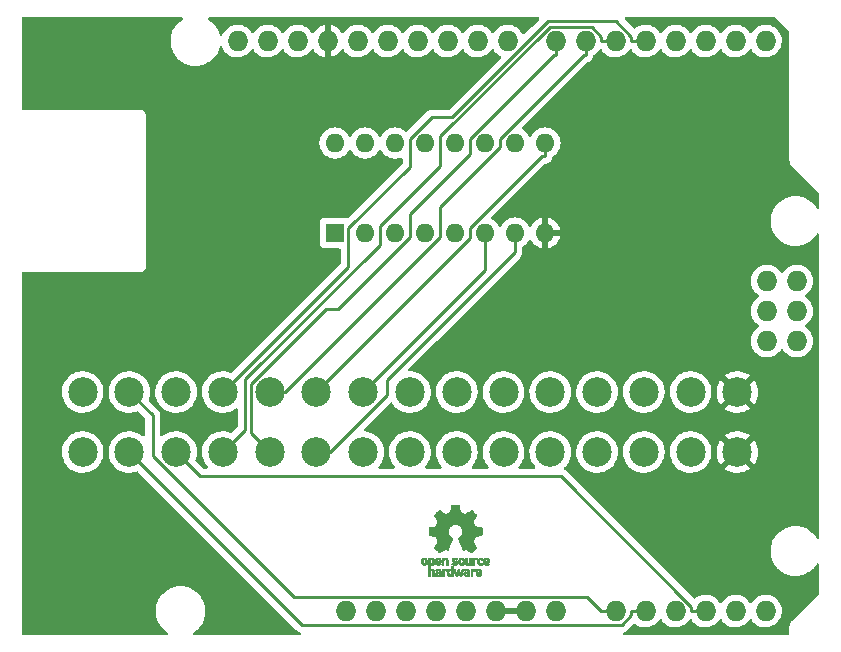
<source format=gbr>
%TF.GenerationSoftware,KiCad,Pcbnew,(6.0.9)*%
%TF.CreationDate,2023-07-04T21:14:23+02:00*%
%TF.ProjectId,p2000t-cartridge-reader,70323030-3074-42d6-9361-727472696467,rev?*%
%TF.SameCoordinates,Original*%
%TF.FileFunction,Copper,L1,Top*%
%TF.FilePolarity,Positive*%
%FSLAX46Y46*%
G04 Gerber Fmt 4.6, Leading zero omitted, Abs format (unit mm)*
G04 Created by KiCad (PCBNEW (6.0.9)) date 2023-07-04 21:14:23*
%MOMM*%
%LPD*%
G01*
G04 APERTURE LIST*
%TA.AperFunction,EtchedComponent*%
%ADD10C,0.010000*%
%TD*%
%TA.AperFunction,ComponentPad*%
%ADD11R,1.600000X1.600000*%
%TD*%
%TA.AperFunction,ComponentPad*%
%ADD12O,1.600000X1.600000*%
%TD*%
%TA.AperFunction,ComponentPad*%
%ADD13O,1.727200X1.727200*%
%TD*%
%TA.AperFunction,ComponentPad*%
%ADD14C,2.500000*%
%TD*%
%TA.AperFunction,Conductor*%
%ADD15C,0.250000*%
%TD*%
G04 APERTURE END LIST*
%TO.C,REF\u002A\u002A*%
G36*
X67033367Y-71885342D02*
G01*
X67034555Y-71977563D01*
X67038897Y-72047610D01*
X67047558Y-72098381D01*
X67061704Y-72132772D01*
X67082500Y-72153679D01*
X67111110Y-72164000D01*
X67146535Y-72166636D01*
X67183636Y-72163682D01*
X67211818Y-72152889D01*
X67232243Y-72131360D01*
X67246079Y-72096199D01*
X67254491Y-72044510D01*
X67258643Y-71973394D01*
X67259703Y-71885342D01*
X67259703Y-71689614D01*
X67398020Y-71689614D01*
X67398020Y-72293179D01*
X67328862Y-72293179D01*
X67287170Y-72291489D01*
X67265701Y-72285556D01*
X67259703Y-72274293D01*
X67256091Y-72264261D01*
X67241714Y-72266383D01*
X67212736Y-72280580D01*
X67146319Y-72302480D01*
X67075875Y-72300928D01*
X67008377Y-72277147D01*
X66976233Y-72258362D01*
X66951715Y-72238022D01*
X66933804Y-72212573D01*
X66921479Y-72178458D01*
X66913723Y-72132121D01*
X66909516Y-72070007D01*
X66907840Y-71988561D01*
X66907624Y-71925578D01*
X66907624Y-71689614D01*
X67033367Y-71689614D01*
X67033367Y-71885342D01*
G37*
D10*
X67033367Y-71885342D02*
X67034555Y-71977563D01*
X67038897Y-72047610D01*
X67047558Y-72098381D01*
X67061704Y-72132772D01*
X67082500Y-72153679D01*
X67111110Y-72164000D01*
X67146535Y-72166636D01*
X67183636Y-72163682D01*
X67211818Y-72152889D01*
X67232243Y-72131360D01*
X67246079Y-72096199D01*
X67254491Y-72044510D01*
X67258643Y-71973394D01*
X67259703Y-71885342D01*
X67259703Y-71689614D01*
X67398020Y-71689614D01*
X67398020Y-72293179D01*
X67328862Y-72293179D01*
X67287170Y-72291489D01*
X67265701Y-72285556D01*
X67259703Y-72274293D01*
X67256091Y-72264261D01*
X67241714Y-72266383D01*
X67212736Y-72280580D01*
X67146319Y-72302480D01*
X67075875Y-72300928D01*
X67008377Y-72277147D01*
X66976233Y-72258362D01*
X66951715Y-72238022D01*
X66933804Y-72212573D01*
X66921479Y-72178458D01*
X66913723Y-72132121D01*
X66909516Y-72070007D01*
X66907840Y-71988561D01*
X66907624Y-71925578D01*
X66907624Y-71689614D01*
X67033367Y-71689614D01*
X67033367Y-71885342D01*
G36*
X68257226Y-71694880D02*
G01*
X68330080Y-71725830D01*
X68353027Y-71740895D01*
X68382354Y-71764048D01*
X68400764Y-71782253D01*
X68403961Y-71788183D01*
X68394935Y-71801340D01*
X68371837Y-71823667D01*
X68353344Y-71839250D01*
X68302728Y-71879926D01*
X68262760Y-71846295D01*
X68231874Y-71824584D01*
X68201759Y-71817090D01*
X68167292Y-71818920D01*
X68112561Y-71832528D01*
X68074886Y-71860772D01*
X68051991Y-71906433D01*
X68041597Y-71972289D01*
X68041595Y-71972331D01*
X68042494Y-72045939D01*
X68056463Y-72099946D01*
X68084328Y-72136716D01*
X68103325Y-72149168D01*
X68153776Y-72164673D01*
X68207663Y-72164683D01*
X68254546Y-72149638D01*
X68265644Y-72142287D01*
X68293476Y-72123511D01*
X68315236Y-72120434D01*
X68338704Y-72134409D01*
X68364649Y-72159510D01*
X68405716Y-72201880D01*
X68360121Y-72239464D01*
X68289674Y-72281882D01*
X68210233Y-72302785D01*
X68127215Y-72301272D01*
X68072694Y-72287411D01*
X68008970Y-72253135D01*
X67958005Y-72199212D01*
X67934851Y-72161149D01*
X67916099Y-72106536D01*
X67906715Y-72037369D01*
X67906643Y-71962407D01*
X67915824Y-71890409D01*
X67934199Y-71830137D01*
X67937093Y-71823958D01*
X67979952Y-71763351D01*
X68037979Y-71719224D01*
X68106591Y-71692493D01*
X68181201Y-71684073D01*
X68257226Y-71694880D01*
G37*
X68257226Y-71694880D02*
X68330080Y-71725830D01*
X68353027Y-71740895D01*
X68382354Y-71764048D01*
X68400764Y-71782253D01*
X68403961Y-71788183D01*
X68394935Y-71801340D01*
X68371837Y-71823667D01*
X68353344Y-71839250D01*
X68302728Y-71879926D01*
X68262760Y-71846295D01*
X68231874Y-71824584D01*
X68201759Y-71817090D01*
X68167292Y-71818920D01*
X68112561Y-71832528D01*
X68074886Y-71860772D01*
X68051991Y-71906433D01*
X68041597Y-71972289D01*
X68041595Y-71972331D01*
X68042494Y-72045939D01*
X68056463Y-72099946D01*
X68084328Y-72136716D01*
X68103325Y-72149168D01*
X68153776Y-72164673D01*
X68207663Y-72164683D01*
X68254546Y-72149638D01*
X68265644Y-72142287D01*
X68293476Y-72123511D01*
X68315236Y-72120434D01*
X68338704Y-72134409D01*
X68364649Y-72159510D01*
X68405716Y-72201880D01*
X68360121Y-72239464D01*
X68289674Y-72281882D01*
X68210233Y-72302785D01*
X68127215Y-72301272D01*
X68072694Y-72287411D01*
X68008970Y-72253135D01*
X67958005Y-72199212D01*
X67934851Y-72161149D01*
X67916099Y-72106536D01*
X67906715Y-72037369D01*
X67906643Y-71962407D01*
X67915824Y-71890409D01*
X67934199Y-71830137D01*
X67937093Y-71823958D01*
X67979952Y-71763351D01*
X68037979Y-71719224D01*
X68106591Y-71692493D01*
X68181201Y-71684073D01*
X68257226Y-71694880D01*
G36*
X65046644Y-72634020D02*
G01*
X65065461Y-72639660D01*
X65071527Y-72652053D01*
X65071782Y-72657647D01*
X65072871Y-72673230D01*
X65080368Y-72675676D01*
X65100619Y-72664993D01*
X65112649Y-72657694D01*
X65150600Y-72642063D01*
X65195928Y-72634334D01*
X65243456Y-72633740D01*
X65288005Y-72639513D01*
X65324398Y-72650884D01*
X65347457Y-72667088D01*
X65352004Y-72687355D01*
X65349709Y-72692843D01*
X65332980Y-72715626D01*
X65307037Y-72743647D01*
X65302345Y-72748177D01*
X65277617Y-72769005D01*
X65256282Y-72775735D01*
X65226445Y-72771038D01*
X65214492Y-72767917D01*
X65177295Y-72760421D01*
X65151141Y-72763792D01*
X65129054Y-72775681D01*
X65108822Y-72791635D01*
X65093921Y-72811700D01*
X65083566Y-72839702D01*
X65076971Y-72879467D01*
X65073351Y-72934823D01*
X65071922Y-73009594D01*
X65071782Y-73054740D01*
X65071782Y-73248822D01*
X64946040Y-73248822D01*
X64946040Y-72632683D01*
X65008911Y-72632683D01*
X65046644Y-72634020D01*
G37*
X65046644Y-72634020D02*
X65065461Y-72639660D01*
X65071527Y-72652053D01*
X65071782Y-72657647D01*
X65072871Y-72673230D01*
X65080368Y-72675676D01*
X65100619Y-72664993D01*
X65112649Y-72657694D01*
X65150600Y-72642063D01*
X65195928Y-72634334D01*
X65243456Y-72633740D01*
X65288005Y-72639513D01*
X65324398Y-72650884D01*
X65347457Y-72667088D01*
X65352004Y-72687355D01*
X65349709Y-72692843D01*
X65332980Y-72715626D01*
X65307037Y-72743647D01*
X65302345Y-72748177D01*
X65277617Y-72769005D01*
X65256282Y-72775735D01*
X65226445Y-72771038D01*
X65214492Y-72767917D01*
X65177295Y-72760421D01*
X65151141Y-72763792D01*
X65129054Y-72775681D01*
X65108822Y-72791635D01*
X65093921Y-72811700D01*
X65083566Y-72839702D01*
X65076971Y-72879467D01*
X65073351Y-72934823D01*
X65071922Y-73009594D01*
X65071782Y-73054740D01*
X65071782Y-73248822D01*
X64946040Y-73248822D01*
X64946040Y-72632683D01*
X65008911Y-72632683D01*
X65046644Y-72634020D01*
G36*
X66776663Y-72966244D02*
G01*
X66807624Y-72927580D01*
X66826376Y-72910864D01*
X66844733Y-72899878D01*
X66868619Y-72893180D01*
X66903957Y-72889326D01*
X66956669Y-72886873D01*
X66977577Y-72886168D01*
X67108812Y-72881879D01*
X67108620Y-72842158D01*
X67103537Y-72800405D01*
X67085162Y-72775158D01*
X67048039Y-72759030D01*
X67047043Y-72758742D01*
X66994410Y-72752400D01*
X66942906Y-72760684D01*
X66904630Y-72780827D01*
X66889272Y-72790773D01*
X66872730Y-72789397D01*
X66847275Y-72774987D01*
X66832328Y-72764817D01*
X66803091Y-72743088D01*
X66784980Y-72726800D01*
X66782074Y-72722137D01*
X66794040Y-72698005D01*
X66829396Y-72669185D01*
X66844753Y-72659461D01*
X66888901Y-72642714D01*
X66948398Y-72633227D01*
X67014487Y-72631095D01*
X67078411Y-72636417D01*
X67131411Y-72649290D01*
X67146731Y-72656110D01*
X67176428Y-72673974D01*
X67199220Y-72694093D01*
X67216083Y-72719962D01*
X67227998Y-72755073D01*
X67235942Y-72802920D01*
X67240894Y-72866996D01*
X67243831Y-72950794D01*
X67244947Y-73006768D01*
X67249052Y-73248822D01*
X67178932Y-73248822D01*
X67136393Y-73247038D01*
X67114476Y-73240942D01*
X67108812Y-73230706D01*
X67105821Y-73219637D01*
X67092451Y-73221754D01*
X67074233Y-73230629D01*
X67028624Y-73244233D01*
X66970007Y-73247899D01*
X66908354Y-73241903D01*
X66853638Y-73226521D01*
X66848730Y-73224386D01*
X66798723Y-73189255D01*
X66765756Y-73140419D01*
X66750587Y-73083333D01*
X66751746Y-73062824D01*
X66875508Y-73062824D01*
X66886413Y-73090425D01*
X66918745Y-73110204D01*
X66970910Y-73120819D01*
X66998787Y-73122228D01*
X67045247Y-73118620D01*
X67076129Y-73104597D01*
X67083664Y-73097931D01*
X67104076Y-73061666D01*
X67108812Y-73028773D01*
X67108812Y-72984763D01*
X67047513Y-72984763D01*
X66976256Y-72988395D01*
X66926276Y-72999818D01*
X66894696Y-73019824D01*
X66887626Y-73028743D01*
X66875508Y-73062824D01*
X66751746Y-73062824D01*
X66753971Y-73023456D01*
X66776663Y-72966244D01*
G37*
X66776663Y-72966244D02*
X66807624Y-72927580D01*
X66826376Y-72910864D01*
X66844733Y-72899878D01*
X66868619Y-72893180D01*
X66903957Y-72889326D01*
X66956669Y-72886873D01*
X66977577Y-72886168D01*
X67108812Y-72881879D01*
X67108620Y-72842158D01*
X67103537Y-72800405D01*
X67085162Y-72775158D01*
X67048039Y-72759030D01*
X67047043Y-72758742D01*
X66994410Y-72752400D01*
X66942906Y-72760684D01*
X66904630Y-72780827D01*
X66889272Y-72790773D01*
X66872730Y-72789397D01*
X66847275Y-72774987D01*
X66832328Y-72764817D01*
X66803091Y-72743088D01*
X66784980Y-72726800D01*
X66782074Y-72722137D01*
X66794040Y-72698005D01*
X66829396Y-72669185D01*
X66844753Y-72659461D01*
X66888901Y-72642714D01*
X66948398Y-72633227D01*
X67014487Y-72631095D01*
X67078411Y-72636417D01*
X67131411Y-72649290D01*
X67146731Y-72656110D01*
X67176428Y-72673974D01*
X67199220Y-72694093D01*
X67216083Y-72719962D01*
X67227998Y-72755073D01*
X67235942Y-72802920D01*
X67240894Y-72866996D01*
X67243831Y-72950794D01*
X67244947Y-73006768D01*
X67249052Y-73248822D01*
X67178932Y-73248822D01*
X67136393Y-73247038D01*
X67114476Y-73240942D01*
X67108812Y-73230706D01*
X67105821Y-73219637D01*
X67092451Y-73221754D01*
X67074233Y-73230629D01*
X67028624Y-73244233D01*
X66970007Y-73247899D01*
X66908354Y-73241903D01*
X66853638Y-73226521D01*
X66848730Y-73224386D01*
X66798723Y-73189255D01*
X66765756Y-73140419D01*
X66750587Y-73083333D01*
X66751746Y-73062824D01*
X66875508Y-73062824D01*
X66886413Y-73090425D01*
X66918745Y-73110204D01*
X66970910Y-73120819D01*
X66998787Y-73122228D01*
X67045247Y-73118620D01*
X67076129Y-73104597D01*
X67083664Y-73097931D01*
X67104076Y-73061666D01*
X67108812Y-73028773D01*
X67108812Y-72984763D01*
X67047513Y-72984763D01*
X66976256Y-72988395D01*
X66926276Y-72999818D01*
X66894696Y-73019824D01*
X66887626Y-73028743D01*
X66875508Y-73062824D01*
X66751746Y-73062824D01*
X66753971Y-73023456D01*
X66776663Y-72966244D01*
G36*
X66321524Y-72635237D02*
G01*
X66371255Y-72638971D01*
X66501291Y-73028773D01*
X66521678Y-72959614D01*
X66533946Y-72916874D01*
X66550085Y-72859115D01*
X66567512Y-72795625D01*
X66576726Y-72761570D01*
X66611388Y-72632683D01*
X66754391Y-72632683D01*
X66711646Y-72767857D01*
X66690596Y-72834342D01*
X66665167Y-72914539D01*
X66638610Y-72998193D01*
X66614902Y-73072782D01*
X66560902Y-73242535D01*
X66502598Y-73246328D01*
X66444295Y-73250122D01*
X66412679Y-73145734D01*
X66393182Y-73080889D01*
X66371904Y-73009400D01*
X66353308Y-72946263D01*
X66352574Y-72943750D01*
X66338684Y-72900969D01*
X66326429Y-72871779D01*
X66317846Y-72860741D01*
X66316082Y-72862018D01*
X66309891Y-72879130D01*
X66298128Y-72915787D01*
X66282225Y-72967378D01*
X66263614Y-73029294D01*
X66253543Y-73063352D01*
X66199007Y-73248822D01*
X66083264Y-73248822D01*
X65990737Y-72956471D01*
X65964744Y-72874462D01*
X65941066Y-72799987D01*
X65920820Y-72736544D01*
X65905126Y-72687632D01*
X65895102Y-72656749D01*
X65892055Y-72647726D01*
X65894467Y-72638487D01*
X65913408Y-72634441D01*
X65952823Y-72634846D01*
X65958993Y-72635152D01*
X66032086Y-72638971D01*
X66079957Y-72815010D01*
X66097553Y-72879211D01*
X66113277Y-72935649D01*
X66125746Y-72979422D01*
X66133574Y-73005630D01*
X66135020Y-73009903D01*
X66141014Y-73004990D01*
X66153101Y-72979532D01*
X66169893Y-72936997D01*
X66190003Y-72880850D01*
X66207003Y-72830130D01*
X66271794Y-72631504D01*
X66321524Y-72635237D01*
G37*
X66321524Y-72635237D02*
X66371255Y-72638971D01*
X66501291Y-73028773D01*
X66521678Y-72959614D01*
X66533946Y-72916874D01*
X66550085Y-72859115D01*
X66567512Y-72795625D01*
X66576726Y-72761570D01*
X66611388Y-72632683D01*
X66754391Y-72632683D01*
X66711646Y-72767857D01*
X66690596Y-72834342D01*
X66665167Y-72914539D01*
X66638610Y-72998193D01*
X66614902Y-73072782D01*
X66560902Y-73242535D01*
X66502598Y-73246328D01*
X66444295Y-73250122D01*
X66412679Y-73145734D01*
X66393182Y-73080889D01*
X66371904Y-73009400D01*
X66353308Y-72946263D01*
X66352574Y-72943750D01*
X66338684Y-72900969D01*
X66326429Y-72871779D01*
X66317846Y-72860741D01*
X66316082Y-72862018D01*
X66309891Y-72879130D01*
X66298128Y-72915787D01*
X66282225Y-72967378D01*
X66263614Y-73029294D01*
X66253543Y-73063352D01*
X66199007Y-73248822D01*
X66083264Y-73248822D01*
X65990737Y-72956471D01*
X65964744Y-72874462D01*
X65941066Y-72799987D01*
X65920820Y-72736544D01*
X65905126Y-72687632D01*
X65895102Y-72656749D01*
X65892055Y-72647726D01*
X65894467Y-72638487D01*
X65913408Y-72634441D01*
X65952823Y-72634846D01*
X65958993Y-72635152D01*
X66032086Y-72638971D01*
X66079957Y-72815010D01*
X66097553Y-72879211D01*
X66113277Y-72935649D01*
X66125746Y-72979422D01*
X66133574Y-73005630D01*
X66135020Y-73009903D01*
X66141014Y-73004990D01*
X66153101Y-72979532D01*
X66169893Y-72936997D01*
X66190003Y-72880850D01*
X66207003Y-72830130D01*
X66271794Y-72631504D01*
X66321524Y-72635237D01*
G36*
X64359290Y-72954845D02*
G01*
X64403052Y-72912647D01*
X64409101Y-72908808D01*
X64435093Y-72896309D01*
X64467265Y-72888740D01*
X64512240Y-72885061D01*
X64565669Y-72884216D01*
X64681980Y-72884169D01*
X64681980Y-72835411D01*
X64677047Y-72797581D01*
X64664457Y-72772236D01*
X64662983Y-72770887D01*
X64634966Y-72759800D01*
X64592674Y-72755503D01*
X64545936Y-72757615D01*
X64504582Y-72765756D01*
X64480043Y-72777965D01*
X64466747Y-72787746D01*
X64452706Y-72789613D01*
X64433329Y-72781600D01*
X64404024Y-72761739D01*
X64360197Y-72728063D01*
X64356175Y-72724909D01*
X64358236Y-72713236D01*
X64375432Y-72693822D01*
X64401567Y-72672248D01*
X64430448Y-72654096D01*
X64439522Y-72649809D01*
X64472620Y-72641256D01*
X64521120Y-72635155D01*
X64575305Y-72632708D01*
X64577839Y-72632703D01*
X64655790Y-72637555D01*
X64714945Y-72653339D01*
X64759977Y-72681948D01*
X64791754Y-72719419D01*
X64801634Y-72735411D01*
X64808927Y-72752163D01*
X64814026Y-72773592D01*
X64817321Y-72803616D01*
X64819203Y-72846154D01*
X64820063Y-72905122D01*
X64820293Y-72984440D01*
X64820297Y-73005484D01*
X64820297Y-73248822D01*
X64759941Y-73248822D01*
X64721443Y-73246126D01*
X64692977Y-73239295D01*
X64685845Y-73235083D01*
X64666348Y-73227813D01*
X64646434Y-73235083D01*
X64613647Y-73244160D01*
X64566022Y-73247813D01*
X64513236Y-73246228D01*
X64464964Y-73239589D01*
X64436782Y-73231072D01*
X64382247Y-73196063D01*
X64348165Y-73147479D01*
X64332843Y-73082882D01*
X64332701Y-73081223D01*
X64334045Y-73052566D01*
X64455644Y-73052566D01*
X64466274Y-73085161D01*
X64483590Y-73103505D01*
X64518348Y-73117379D01*
X64564227Y-73122917D01*
X64611012Y-73120191D01*
X64648486Y-73109274D01*
X64658985Y-73102269D01*
X64677332Y-73069904D01*
X64681980Y-73033111D01*
X64681980Y-72984763D01*
X64612418Y-72984763D01*
X64546333Y-72989850D01*
X64496236Y-73004263D01*
X64465071Y-73026729D01*
X64455644Y-73052566D01*
X64334045Y-73052566D01*
X64336013Y-73010647D01*
X64359290Y-72954845D01*
G37*
X64359290Y-72954845D02*
X64403052Y-72912647D01*
X64409101Y-72908808D01*
X64435093Y-72896309D01*
X64467265Y-72888740D01*
X64512240Y-72885061D01*
X64565669Y-72884216D01*
X64681980Y-72884169D01*
X64681980Y-72835411D01*
X64677047Y-72797581D01*
X64664457Y-72772236D01*
X64662983Y-72770887D01*
X64634966Y-72759800D01*
X64592674Y-72755503D01*
X64545936Y-72757615D01*
X64504582Y-72765756D01*
X64480043Y-72777965D01*
X64466747Y-72787746D01*
X64452706Y-72789613D01*
X64433329Y-72781600D01*
X64404024Y-72761739D01*
X64360197Y-72728063D01*
X64356175Y-72724909D01*
X64358236Y-72713236D01*
X64375432Y-72693822D01*
X64401567Y-72672248D01*
X64430448Y-72654096D01*
X64439522Y-72649809D01*
X64472620Y-72641256D01*
X64521120Y-72635155D01*
X64575305Y-72632708D01*
X64577839Y-72632703D01*
X64655790Y-72637555D01*
X64714945Y-72653339D01*
X64759977Y-72681948D01*
X64791754Y-72719419D01*
X64801634Y-72735411D01*
X64808927Y-72752163D01*
X64814026Y-72773592D01*
X64817321Y-72803616D01*
X64819203Y-72846154D01*
X64820063Y-72905122D01*
X64820293Y-72984440D01*
X64820297Y-73005484D01*
X64820297Y-73248822D01*
X64759941Y-73248822D01*
X64721443Y-73246126D01*
X64692977Y-73239295D01*
X64685845Y-73235083D01*
X64666348Y-73227813D01*
X64646434Y-73235083D01*
X64613647Y-73244160D01*
X64566022Y-73247813D01*
X64513236Y-73246228D01*
X64464964Y-73239589D01*
X64436782Y-73231072D01*
X64382247Y-73196063D01*
X64348165Y-73147479D01*
X64332843Y-73082882D01*
X64332701Y-73081223D01*
X64334045Y-73052566D01*
X64455644Y-73052566D01*
X64466274Y-73085161D01*
X64483590Y-73103505D01*
X64518348Y-73117379D01*
X64564227Y-73122917D01*
X64611012Y-73120191D01*
X64648486Y-73109274D01*
X64658985Y-73102269D01*
X64677332Y-73069904D01*
X64681980Y-73033111D01*
X64681980Y-72984763D01*
X64612418Y-72984763D01*
X64546333Y-72989850D01*
X64496236Y-73004263D01*
X64465071Y-73026729D01*
X64455644Y-73052566D01*
X64334045Y-73052566D01*
X64336013Y-73010647D01*
X64359290Y-72954845D01*
G36*
X63833218Y-71689614D02*
G01*
X63874740Y-71691256D01*
X63896162Y-71697087D01*
X63902374Y-71708461D01*
X63902376Y-71708798D01*
X63905258Y-71719938D01*
X63917970Y-71718673D01*
X63943243Y-71706433D01*
X64002131Y-71687707D01*
X64068385Y-71685739D01*
X64131241Y-71700184D01*
X64157753Y-71713282D01*
X64190447Y-71736106D01*
X64214275Y-71760996D01*
X64230594Y-71792249D01*
X64240760Y-71834166D01*
X64246128Y-71891044D01*
X64248056Y-71967184D01*
X64248169Y-71999917D01*
X64247839Y-72071656D01*
X64246473Y-72122927D01*
X64243500Y-72158404D01*
X64238351Y-72182763D01*
X64230457Y-72200680D01*
X64222243Y-72212902D01*
X64169813Y-72264905D01*
X64108070Y-72296184D01*
X64041464Y-72305592D01*
X63974442Y-72291980D01*
X63953208Y-72282354D01*
X63902376Y-72255859D01*
X63902376Y-72671052D01*
X63939475Y-72651868D01*
X63988357Y-72637025D01*
X64048439Y-72633222D01*
X64108436Y-72640243D01*
X64153744Y-72656013D01*
X64191325Y-72686047D01*
X64223436Y-72729024D01*
X64225850Y-72733436D01*
X64236033Y-72754221D01*
X64243470Y-72775170D01*
X64248589Y-72800548D01*
X64251819Y-72834618D01*
X64253587Y-72881641D01*
X64254323Y-72945882D01*
X64254456Y-73018176D01*
X64254456Y-73248822D01*
X64116139Y-73248822D01*
X64116139Y-72823533D01*
X64077451Y-72790979D01*
X64037262Y-72764940D01*
X63999203Y-72760205D01*
X63960934Y-72772389D01*
X63940538Y-72784320D01*
X63925358Y-72801313D01*
X63914562Y-72826995D01*
X63907317Y-72864991D01*
X63902792Y-72918926D01*
X63900156Y-72992425D01*
X63899228Y-73041347D01*
X63896089Y-73242535D01*
X63830074Y-73246336D01*
X63764060Y-73250136D01*
X63764060Y-72001650D01*
X63902376Y-72001650D01*
X63905903Y-72071254D01*
X63917785Y-72119569D01*
X63939980Y-72149631D01*
X63974441Y-72164471D01*
X64009258Y-72167436D01*
X64048671Y-72164028D01*
X64074829Y-72150617D01*
X64091186Y-72132896D01*
X64104063Y-72113835D01*
X64111728Y-72092601D01*
X64115139Y-72062849D01*
X64115251Y-72018236D01*
X64114103Y-71980880D01*
X64111468Y-71924604D01*
X64107544Y-71887658D01*
X64100937Y-71864223D01*
X64090251Y-71848480D01*
X64080167Y-71839380D01*
X64038030Y-71819537D01*
X63988160Y-71816332D01*
X63959524Y-71823168D01*
X63931172Y-71847464D01*
X63912391Y-71894728D01*
X63903288Y-71964624D01*
X63902376Y-72001650D01*
X63764060Y-72001650D01*
X63764060Y-71689614D01*
X63833218Y-71689614D01*
G37*
X63833218Y-71689614D02*
X63874740Y-71691256D01*
X63896162Y-71697087D01*
X63902374Y-71708461D01*
X63902376Y-71708798D01*
X63905258Y-71719938D01*
X63917970Y-71718673D01*
X63943243Y-71706433D01*
X64002131Y-71687707D01*
X64068385Y-71685739D01*
X64131241Y-71700184D01*
X64157753Y-71713282D01*
X64190447Y-71736106D01*
X64214275Y-71760996D01*
X64230594Y-71792249D01*
X64240760Y-71834166D01*
X64246128Y-71891044D01*
X64248056Y-71967184D01*
X64248169Y-71999917D01*
X64247839Y-72071656D01*
X64246473Y-72122927D01*
X64243500Y-72158404D01*
X64238351Y-72182763D01*
X64230457Y-72200680D01*
X64222243Y-72212902D01*
X64169813Y-72264905D01*
X64108070Y-72296184D01*
X64041464Y-72305592D01*
X63974442Y-72291980D01*
X63953208Y-72282354D01*
X63902376Y-72255859D01*
X63902376Y-72671052D01*
X63939475Y-72651868D01*
X63988357Y-72637025D01*
X64048439Y-72633222D01*
X64108436Y-72640243D01*
X64153744Y-72656013D01*
X64191325Y-72686047D01*
X64223436Y-72729024D01*
X64225850Y-72733436D01*
X64236033Y-72754221D01*
X64243470Y-72775170D01*
X64248589Y-72800548D01*
X64251819Y-72834618D01*
X64253587Y-72881641D01*
X64254323Y-72945882D01*
X64254456Y-73018176D01*
X64254456Y-73248822D01*
X64116139Y-73248822D01*
X64116139Y-72823533D01*
X64077451Y-72790979D01*
X64037262Y-72764940D01*
X63999203Y-72760205D01*
X63960934Y-72772389D01*
X63940538Y-72784320D01*
X63925358Y-72801313D01*
X63914562Y-72826995D01*
X63907317Y-72864991D01*
X63902792Y-72918926D01*
X63900156Y-72992425D01*
X63899228Y-73041347D01*
X63896089Y-73242535D01*
X63830074Y-73246336D01*
X63764060Y-73250136D01*
X63764060Y-72001650D01*
X63902376Y-72001650D01*
X63905903Y-72071254D01*
X63917785Y-72119569D01*
X63939980Y-72149631D01*
X63974441Y-72164471D01*
X64009258Y-72167436D01*
X64048671Y-72164028D01*
X64074829Y-72150617D01*
X64091186Y-72132896D01*
X64104063Y-72113835D01*
X64111728Y-72092601D01*
X64115139Y-72062849D01*
X64115251Y-72018236D01*
X64114103Y-71980880D01*
X64111468Y-71924604D01*
X64107544Y-71887658D01*
X64100937Y-71864223D01*
X64090251Y-71848480D01*
X64080167Y-71839380D01*
X64038030Y-71819537D01*
X63988160Y-71816332D01*
X63959524Y-71823168D01*
X63931172Y-71847464D01*
X63912391Y-71894728D01*
X63903288Y-71964624D01*
X63902376Y-72001650D01*
X63764060Y-72001650D01*
X63764060Y-71689614D01*
X63833218Y-71689614D01*
G36*
X65285988Y-71700002D02*
G01*
X65317283Y-71714950D01*
X65347591Y-71736541D01*
X65370682Y-71761391D01*
X65387500Y-71793087D01*
X65398994Y-71835214D01*
X65406109Y-71891358D01*
X65409793Y-71965106D01*
X65410992Y-72060044D01*
X65411011Y-72069985D01*
X65411287Y-72293179D01*
X65272970Y-72293179D01*
X65272970Y-72087418D01*
X65272872Y-72011189D01*
X65272191Y-71955939D01*
X65270349Y-71917501D01*
X65266767Y-71891706D01*
X65260868Y-71874384D01*
X65252073Y-71861368D01*
X65239820Y-71848507D01*
X65196953Y-71820873D01*
X65150157Y-71815745D01*
X65105576Y-71833217D01*
X65090072Y-71846221D01*
X65078690Y-71858447D01*
X65070519Y-71871540D01*
X65065026Y-71889615D01*
X65061680Y-71916787D01*
X65059949Y-71957170D01*
X65059303Y-72014879D01*
X65059208Y-72085132D01*
X65059208Y-72293179D01*
X64920891Y-72293179D01*
X64920891Y-71689614D01*
X64990050Y-71689614D01*
X65031572Y-71691256D01*
X65052994Y-71697087D01*
X65059205Y-71708461D01*
X65059208Y-71708798D01*
X65062090Y-71719938D01*
X65074801Y-71718674D01*
X65100074Y-71706434D01*
X65157395Y-71688424D01*
X65222963Y-71686421D01*
X65285988Y-71700002D01*
G37*
X65285988Y-71700002D02*
X65317283Y-71714950D01*
X65347591Y-71736541D01*
X65370682Y-71761391D01*
X65387500Y-71793087D01*
X65398994Y-71835214D01*
X65406109Y-71891358D01*
X65409793Y-71965106D01*
X65410992Y-72060044D01*
X65411011Y-72069985D01*
X65411287Y-72293179D01*
X65272970Y-72293179D01*
X65272970Y-72087418D01*
X65272872Y-72011189D01*
X65272191Y-71955939D01*
X65270349Y-71917501D01*
X65266767Y-71891706D01*
X65260868Y-71874384D01*
X65252073Y-71861368D01*
X65239820Y-71848507D01*
X65196953Y-71820873D01*
X65150157Y-71815745D01*
X65105576Y-71833217D01*
X65090072Y-71846221D01*
X65078690Y-71858447D01*
X65070519Y-71871540D01*
X65065026Y-71889615D01*
X65061680Y-71916787D01*
X65059949Y-71957170D01*
X65059303Y-72014879D01*
X65059208Y-72085132D01*
X65059208Y-72293179D01*
X64920891Y-72293179D01*
X64920891Y-71689614D01*
X64990050Y-71689614D01*
X65031572Y-71691256D01*
X65052994Y-71697087D01*
X65059205Y-71708461D01*
X65059208Y-71708798D01*
X65062090Y-71719938D01*
X65074801Y-71718674D01*
X65100074Y-71706434D01*
X65157395Y-71688424D01*
X65222963Y-71686421D01*
X65285988Y-71700002D01*
G36*
X67675255Y-72632486D02*
G01*
X67723595Y-72642015D01*
X67751114Y-72656125D01*
X67780064Y-72679568D01*
X67738876Y-72731571D01*
X67713482Y-72763064D01*
X67696238Y-72778428D01*
X67679102Y-72780776D01*
X67654027Y-72773217D01*
X67642257Y-72768941D01*
X67594270Y-72762631D01*
X67550324Y-72776156D01*
X67518060Y-72806710D01*
X67512819Y-72816452D01*
X67507112Y-72842258D01*
X67502706Y-72889817D01*
X67499811Y-72955758D01*
X67498631Y-73036710D01*
X67498614Y-73048226D01*
X67498614Y-73248822D01*
X67360297Y-73248822D01*
X67360297Y-72632683D01*
X67429456Y-72632683D01*
X67469333Y-72633725D01*
X67490107Y-72638358D01*
X67497789Y-72648849D01*
X67498614Y-72658745D01*
X67498614Y-72684806D01*
X67531745Y-72658745D01*
X67569735Y-72640965D01*
X67620770Y-72632174D01*
X67675255Y-72632486D01*
G37*
X67675255Y-72632486D02*
X67723595Y-72642015D01*
X67751114Y-72656125D01*
X67780064Y-72679568D01*
X67738876Y-72731571D01*
X67713482Y-72763064D01*
X67696238Y-72778428D01*
X67679102Y-72780776D01*
X67654027Y-72773217D01*
X67642257Y-72768941D01*
X67594270Y-72762631D01*
X67550324Y-72776156D01*
X67518060Y-72806710D01*
X67512819Y-72816452D01*
X67507112Y-72842258D01*
X67502706Y-72889817D01*
X67499811Y-72955758D01*
X67498631Y-73036710D01*
X67498614Y-73048226D01*
X67498614Y-73248822D01*
X67360297Y-73248822D01*
X67360297Y-72632683D01*
X67429456Y-72632683D01*
X67469333Y-72633725D01*
X67490107Y-72638358D01*
X67497789Y-72648849D01*
X67498614Y-72658745D01*
X67498614Y-72684806D01*
X67531745Y-72658745D01*
X67569735Y-72640965D01*
X67620770Y-72632174D01*
X67675255Y-72632486D01*
G36*
X64373962Y-71791025D02*
G01*
X64406193Y-71751639D01*
X64465783Y-71708931D01*
X64535832Y-71686109D01*
X64610339Y-71684046D01*
X64683301Y-71703614D01*
X64695832Y-71709514D01*
X64739201Y-71741283D01*
X64780210Y-71787646D01*
X64810832Y-71838696D01*
X64819541Y-71862166D01*
X64827488Y-71904091D01*
X64832226Y-71954757D01*
X64832801Y-71975679D01*
X64832871Y-72041693D01*
X64452917Y-72041693D01*
X64461017Y-72076273D01*
X64480896Y-72117170D01*
X64515653Y-72152514D01*
X64557002Y-72175282D01*
X64583351Y-72180010D01*
X64619084Y-72174273D01*
X64661718Y-72159882D01*
X64676201Y-72153262D01*
X64729760Y-72126513D01*
X64775467Y-72161376D01*
X64801842Y-72184955D01*
X64815876Y-72204417D01*
X64816586Y-72210129D01*
X64804049Y-72223973D01*
X64776572Y-72245012D01*
X64751634Y-72261425D01*
X64684336Y-72290930D01*
X64608890Y-72304284D01*
X64534112Y-72300812D01*
X64474505Y-72282663D01*
X64413059Y-72243784D01*
X64369392Y-72192595D01*
X64342074Y-72126367D01*
X64329678Y-72042371D01*
X64328579Y-72003936D01*
X64332978Y-71915861D01*
X64333518Y-71913299D01*
X64459418Y-71913299D01*
X64462885Y-71921558D01*
X64477137Y-71926113D01*
X64506530Y-71928065D01*
X64555425Y-71928517D01*
X64574252Y-71928525D01*
X64631533Y-71927843D01*
X64667859Y-71925364D01*
X64687396Y-71920443D01*
X64694310Y-71912434D01*
X64694555Y-71909862D01*
X64686664Y-71889423D01*
X64666915Y-71860789D01*
X64658425Y-71850763D01*
X64626906Y-71822408D01*
X64594051Y-71811259D01*
X64576349Y-71810327D01*
X64528461Y-71821981D01*
X64488301Y-71853285D01*
X64462827Y-71898752D01*
X64462375Y-71900233D01*
X64459418Y-71913299D01*
X64333518Y-71913299D01*
X64347608Y-71846510D01*
X64373962Y-71791025D01*
G37*
X64373962Y-71791025D02*
X64406193Y-71751639D01*
X64465783Y-71708931D01*
X64535832Y-71686109D01*
X64610339Y-71684046D01*
X64683301Y-71703614D01*
X64695832Y-71709514D01*
X64739201Y-71741283D01*
X64780210Y-71787646D01*
X64810832Y-71838696D01*
X64819541Y-71862166D01*
X64827488Y-71904091D01*
X64832226Y-71954757D01*
X64832801Y-71975679D01*
X64832871Y-72041693D01*
X64452917Y-72041693D01*
X64461017Y-72076273D01*
X64480896Y-72117170D01*
X64515653Y-72152514D01*
X64557002Y-72175282D01*
X64583351Y-72180010D01*
X64619084Y-72174273D01*
X64661718Y-72159882D01*
X64676201Y-72153262D01*
X64729760Y-72126513D01*
X64775467Y-72161376D01*
X64801842Y-72184955D01*
X64815876Y-72204417D01*
X64816586Y-72210129D01*
X64804049Y-72223973D01*
X64776572Y-72245012D01*
X64751634Y-72261425D01*
X64684336Y-72290930D01*
X64608890Y-72304284D01*
X64534112Y-72300812D01*
X64474505Y-72282663D01*
X64413059Y-72243784D01*
X64369392Y-72192595D01*
X64342074Y-72126367D01*
X64329678Y-72042371D01*
X64328579Y-72003936D01*
X64332978Y-71915861D01*
X64333518Y-71913299D01*
X64459418Y-71913299D01*
X64462885Y-71921558D01*
X64477137Y-71926113D01*
X64506530Y-71928065D01*
X64555425Y-71928517D01*
X64574252Y-71928525D01*
X64631533Y-71927843D01*
X64667859Y-71925364D01*
X64687396Y-71920443D01*
X64694310Y-71912434D01*
X64694555Y-71909862D01*
X64686664Y-71889423D01*
X64666915Y-71860789D01*
X64658425Y-71850763D01*
X64626906Y-71822408D01*
X64594051Y-71811259D01*
X64576349Y-71810327D01*
X64528461Y-71821981D01*
X64488301Y-71853285D01*
X64462827Y-71898752D01*
X64462375Y-71900233D01*
X64459418Y-71913299D01*
X64333518Y-71913299D01*
X64347608Y-71846510D01*
X64373962Y-71791025D01*
G36*
X67839460Y-71689030D02*
G01*
X67882711Y-71702245D01*
X67910558Y-71718941D01*
X67919629Y-71732145D01*
X67917132Y-71747797D01*
X67900931Y-71772385D01*
X67887232Y-71789800D01*
X67858992Y-71821283D01*
X67837775Y-71834529D01*
X67819688Y-71833664D01*
X67766035Y-71820010D01*
X67726630Y-71820630D01*
X67694632Y-71836104D01*
X67683890Y-71845161D01*
X67649505Y-71877027D01*
X67649505Y-72293179D01*
X67511188Y-72293179D01*
X67511188Y-71689614D01*
X67580347Y-71689614D01*
X67621869Y-71691256D01*
X67643291Y-71697087D01*
X67649502Y-71708461D01*
X67649505Y-71708798D01*
X67652439Y-71720713D01*
X67665704Y-71719159D01*
X67684084Y-71710563D01*
X67722046Y-71694568D01*
X67752872Y-71684945D01*
X67792536Y-71682478D01*
X67839460Y-71689030D01*
G37*
X67839460Y-71689030D02*
X67882711Y-71702245D01*
X67910558Y-71718941D01*
X67919629Y-71732145D01*
X67917132Y-71747797D01*
X67900931Y-71772385D01*
X67887232Y-71789800D01*
X67858992Y-71821283D01*
X67837775Y-71834529D01*
X67819688Y-71833664D01*
X67766035Y-71820010D01*
X67726630Y-71820630D01*
X67694632Y-71836104D01*
X67683890Y-71845161D01*
X67649505Y-71877027D01*
X67649505Y-72293179D01*
X67511188Y-72293179D01*
X67511188Y-71689614D01*
X67580347Y-71689614D01*
X67621869Y-71691256D01*
X67643291Y-71697087D01*
X67649502Y-71708461D01*
X67649505Y-71708798D01*
X67652439Y-71720713D01*
X67665704Y-71719159D01*
X67684084Y-71710563D01*
X67722046Y-71694568D01*
X67752872Y-71684945D01*
X67792536Y-71682478D01*
X67839460Y-71689030D01*
G36*
X63176052Y-71889056D02*
G01*
X63183638Y-71845007D01*
X63197319Y-71810248D01*
X63218135Y-71779551D01*
X63225853Y-71770436D01*
X63274111Y-71725021D01*
X63325872Y-71698493D01*
X63389172Y-71687379D01*
X63420039Y-71686471D01*
X63501739Y-71696148D01*
X63567521Y-71725231D01*
X63617460Y-71773793D01*
X63651626Y-71841908D01*
X63670093Y-71929651D01*
X63671417Y-71943351D01*
X63672454Y-72039939D01*
X63659007Y-72124602D01*
X63631892Y-72193221D01*
X63617373Y-72215294D01*
X63566799Y-72262011D01*
X63502391Y-72292268D01*
X63430334Y-72304824D01*
X63356815Y-72298439D01*
X63300928Y-72278772D01*
X63252868Y-72245629D01*
X63213588Y-72202175D01*
X63212908Y-72201158D01*
X63196956Y-72174338D01*
X63186590Y-72147368D01*
X63180312Y-72113332D01*
X63176627Y-72065310D01*
X63175003Y-72025931D01*
X63174328Y-71990219D01*
X63300045Y-71990219D01*
X63301274Y-72025770D01*
X63305734Y-72073094D01*
X63313603Y-72103465D01*
X63327793Y-72125072D01*
X63341083Y-72137694D01*
X63388198Y-72164122D01*
X63437495Y-72167653D01*
X63483407Y-72148639D01*
X63506362Y-72127331D01*
X63522904Y-72105859D01*
X63532579Y-72085313D01*
X63536826Y-72058574D01*
X63537080Y-72018523D01*
X63535772Y-71981638D01*
X63532957Y-71928947D01*
X63528495Y-71894772D01*
X63520452Y-71872480D01*
X63506897Y-71855442D01*
X63496155Y-71845703D01*
X63451223Y-71820123D01*
X63402751Y-71818847D01*
X63362106Y-71833999D01*
X63327433Y-71865642D01*
X63306776Y-71917620D01*
X63300045Y-71990219D01*
X63174328Y-71990219D01*
X63173521Y-71947621D01*
X63176052Y-71889056D01*
G37*
X63176052Y-71889056D02*
X63183638Y-71845007D01*
X63197319Y-71810248D01*
X63218135Y-71779551D01*
X63225853Y-71770436D01*
X63274111Y-71725021D01*
X63325872Y-71698493D01*
X63389172Y-71687379D01*
X63420039Y-71686471D01*
X63501739Y-71696148D01*
X63567521Y-71725231D01*
X63617460Y-71773793D01*
X63651626Y-71841908D01*
X63670093Y-71929651D01*
X63671417Y-71943351D01*
X63672454Y-72039939D01*
X63659007Y-72124602D01*
X63631892Y-72193221D01*
X63617373Y-72215294D01*
X63566799Y-72262011D01*
X63502391Y-72292268D01*
X63430334Y-72304824D01*
X63356815Y-72298439D01*
X63300928Y-72278772D01*
X63252868Y-72245629D01*
X63213588Y-72202175D01*
X63212908Y-72201158D01*
X63196956Y-72174338D01*
X63186590Y-72147368D01*
X63180312Y-72113332D01*
X63176627Y-72065310D01*
X63175003Y-72025931D01*
X63174328Y-71990219D01*
X63300045Y-71990219D01*
X63301274Y-72025770D01*
X63305734Y-72073094D01*
X63313603Y-72103465D01*
X63327793Y-72125072D01*
X63341083Y-72137694D01*
X63388198Y-72164122D01*
X63437495Y-72167653D01*
X63483407Y-72148639D01*
X63506362Y-72127331D01*
X63522904Y-72105859D01*
X63532579Y-72085313D01*
X63536826Y-72058574D01*
X63537080Y-72018523D01*
X63535772Y-71981638D01*
X63532957Y-71928947D01*
X63528495Y-71894772D01*
X63520452Y-71872480D01*
X63506897Y-71855442D01*
X63496155Y-71845703D01*
X63451223Y-71820123D01*
X63402751Y-71818847D01*
X63362106Y-71833999D01*
X63327433Y-71865642D01*
X63306776Y-71917620D01*
X63300045Y-71990219D01*
X63174328Y-71990219D01*
X63173521Y-71947621D01*
X63176052Y-71889056D01*
G36*
X66054017Y-71687452D02*
G01*
X66101634Y-71696482D01*
X66151034Y-71715370D01*
X66156312Y-71717777D01*
X66193774Y-71737476D01*
X66219717Y-71755781D01*
X66228103Y-71767508D01*
X66220117Y-71786632D01*
X66200720Y-71814850D01*
X66192110Y-71825384D01*
X66156628Y-71866847D01*
X66110885Y-71839858D01*
X66067350Y-71821878D01*
X66017050Y-71812267D01*
X65968812Y-71811660D01*
X65931467Y-71820691D01*
X65922505Y-71826327D01*
X65905437Y-71852171D01*
X65903363Y-71881941D01*
X65916134Y-71905197D01*
X65923688Y-71909708D01*
X65946325Y-71915309D01*
X65986115Y-71921892D01*
X66035166Y-71928183D01*
X66044215Y-71929170D01*
X66122996Y-71942798D01*
X66180136Y-71965946D01*
X66218030Y-72000752D01*
X66239079Y-72049354D01*
X66245635Y-72108718D01*
X66236577Y-72176198D01*
X66207164Y-72229188D01*
X66157278Y-72267783D01*
X66086800Y-72292081D01*
X66008565Y-72301667D01*
X65944766Y-72301552D01*
X65893016Y-72292845D01*
X65857673Y-72280825D01*
X65813017Y-72259880D01*
X65771747Y-72235574D01*
X65757079Y-72224876D01*
X65719357Y-72194084D01*
X65764852Y-72148049D01*
X65810347Y-72102013D01*
X65862072Y-72136243D01*
X65913952Y-72161952D01*
X65969351Y-72175399D01*
X66022605Y-72176818D01*
X66068049Y-72166443D01*
X66100016Y-72144507D01*
X66110338Y-72125998D01*
X66108789Y-72096314D01*
X66083140Y-72073615D01*
X66033460Y-72057940D01*
X65979031Y-72050695D01*
X65895264Y-72036873D01*
X65833033Y-72010796D01*
X65791507Y-71971699D01*
X65769853Y-71918820D01*
X65766853Y-71856126D01*
X65781671Y-71790642D01*
X65815454Y-71741144D01*
X65868505Y-71707408D01*
X65941126Y-71689207D01*
X65994928Y-71685639D01*
X66054017Y-71687452D01*
G37*
X66054017Y-71687452D02*
X66101634Y-71696482D01*
X66151034Y-71715370D01*
X66156312Y-71717777D01*
X66193774Y-71737476D01*
X66219717Y-71755781D01*
X66228103Y-71767508D01*
X66220117Y-71786632D01*
X66200720Y-71814850D01*
X66192110Y-71825384D01*
X66156628Y-71866847D01*
X66110885Y-71839858D01*
X66067350Y-71821878D01*
X66017050Y-71812267D01*
X65968812Y-71811660D01*
X65931467Y-71820691D01*
X65922505Y-71826327D01*
X65905437Y-71852171D01*
X65903363Y-71881941D01*
X65916134Y-71905197D01*
X65923688Y-71909708D01*
X65946325Y-71915309D01*
X65986115Y-71921892D01*
X66035166Y-71928183D01*
X66044215Y-71929170D01*
X66122996Y-71942798D01*
X66180136Y-71965946D01*
X66218030Y-72000752D01*
X66239079Y-72049354D01*
X66245635Y-72108718D01*
X66236577Y-72176198D01*
X66207164Y-72229188D01*
X66157278Y-72267783D01*
X66086800Y-72292081D01*
X66008565Y-72301667D01*
X65944766Y-72301552D01*
X65893016Y-72292845D01*
X65857673Y-72280825D01*
X65813017Y-72259880D01*
X65771747Y-72235574D01*
X65757079Y-72224876D01*
X65719357Y-72194084D01*
X65764852Y-72148049D01*
X65810347Y-72102013D01*
X65862072Y-72136243D01*
X65913952Y-72161952D01*
X65969351Y-72175399D01*
X66022605Y-72176818D01*
X66068049Y-72166443D01*
X66100016Y-72144507D01*
X66110338Y-72125998D01*
X66108789Y-72096314D01*
X66083140Y-72073615D01*
X66033460Y-72057940D01*
X65979031Y-72050695D01*
X65895264Y-72036873D01*
X65833033Y-72010796D01*
X65791507Y-71971699D01*
X65769853Y-71918820D01*
X65766853Y-71856126D01*
X65781671Y-71790642D01*
X65815454Y-71741144D01*
X65868505Y-71707408D01*
X65941126Y-71689207D01*
X65994928Y-71685639D01*
X66054017Y-71687452D01*
G36*
X67804055Y-72761949D02*
G01*
X67840470Y-72702263D01*
X67892297Y-72661549D01*
X67959990Y-72639179D01*
X67996662Y-72634871D01*
X68072581Y-72635970D01*
X68132685Y-72651597D01*
X68183021Y-72683848D01*
X68207393Y-72707940D01*
X68247345Y-72764895D01*
X68270242Y-72830965D01*
X68278108Y-72912182D01*
X68278148Y-72918748D01*
X68278218Y-72984763D01*
X67898264Y-72984763D01*
X67906363Y-73019342D01*
X67920987Y-73050659D01*
X67946581Y-73083291D01*
X67951935Y-73088500D01*
X67997943Y-73116694D01*
X68050410Y-73121475D01*
X68110803Y-73102926D01*
X68121040Y-73097931D01*
X68152439Y-73082745D01*
X68173470Y-73074094D01*
X68177139Y-73073293D01*
X68189948Y-73081063D01*
X68214378Y-73100072D01*
X68226779Y-73110460D01*
X68252476Y-73134321D01*
X68260915Y-73150077D01*
X68255058Y-73164571D01*
X68251928Y-73168534D01*
X68230725Y-73185879D01*
X68195738Y-73206959D01*
X68171337Y-73219265D01*
X68102072Y-73240946D01*
X68025388Y-73247971D01*
X67952765Y-73239647D01*
X67932426Y-73233686D01*
X67869476Y-73199952D01*
X67822815Y-73148045D01*
X67792173Y-73077459D01*
X67777282Y-72987692D01*
X67775647Y-72940753D01*
X67780421Y-72872413D01*
X67900990Y-72872413D01*
X67912652Y-72877465D01*
X67943998Y-72881429D01*
X67989571Y-72883768D01*
X68020446Y-72884169D01*
X68075981Y-72883783D01*
X68111033Y-72881975D01*
X68130262Y-72877773D01*
X68138330Y-72870203D01*
X68139901Y-72859218D01*
X68129121Y-72825381D01*
X68101980Y-72791940D01*
X68066277Y-72766272D01*
X68030560Y-72755772D01*
X67982048Y-72765086D01*
X67940053Y-72792013D01*
X67910936Y-72830827D01*
X67900990Y-72872413D01*
X67780421Y-72872413D01*
X67782599Y-72841236D01*
X67804055Y-72761949D01*
G37*
X67804055Y-72761949D02*
X67840470Y-72702263D01*
X67892297Y-72661549D01*
X67959990Y-72639179D01*
X67996662Y-72634871D01*
X68072581Y-72635970D01*
X68132685Y-72651597D01*
X68183021Y-72683848D01*
X68207393Y-72707940D01*
X68247345Y-72764895D01*
X68270242Y-72830965D01*
X68278108Y-72912182D01*
X68278148Y-72918748D01*
X68278218Y-72984763D01*
X67898264Y-72984763D01*
X67906363Y-73019342D01*
X67920987Y-73050659D01*
X67946581Y-73083291D01*
X67951935Y-73088500D01*
X67997943Y-73116694D01*
X68050410Y-73121475D01*
X68110803Y-73102926D01*
X68121040Y-73097931D01*
X68152439Y-73082745D01*
X68173470Y-73074094D01*
X68177139Y-73073293D01*
X68189948Y-73081063D01*
X68214378Y-73100072D01*
X68226779Y-73110460D01*
X68252476Y-73134321D01*
X68260915Y-73150077D01*
X68255058Y-73164571D01*
X68251928Y-73168534D01*
X68230725Y-73185879D01*
X68195738Y-73206959D01*
X68171337Y-73219265D01*
X68102072Y-73240946D01*
X68025388Y-73247971D01*
X67952765Y-73239647D01*
X67932426Y-73233686D01*
X67869476Y-73199952D01*
X67822815Y-73148045D01*
X67792173Y-73077459D01*
X67777282Y-72987692D01*
X67775647Y-72940753D01*
X67780421Y-72872413D01*
X67900990Y-72872413D01*
X67912652Y-72877465D01*
X67943998Y-72881429D01*
X67989571Y-72883768D01*
X68020446Y-72884169D01*
X68075981Y-72883783D01*
X68111033Y-72881975D01*
X68130262Y-72877773D01*
X68138330Y-72870203D01*
X68139901Y-72859218D01*
X68129121Y-72825381D01*
X68101980Y-72791940D01*
X68066277Y-72766272D01*
X68030560Y-72755772D01*
X67982048Y-72765086D01*
X67940053Y-72792013D01*
X67910936Y-72830827D01*
X67900990Y-72872413D01*
X67780421Y-72872413D01*
X67782599Y-72841236D01*
X67804055Y-72761949D01*
G36*
X66416964Y-67521018D02*
G01*
X66473812Y-67822570D01*
X66893338Y-67995512D01*
X67144984Y-67824395D01*
X67215458Y-67776750D01*
X67279163Y-67734210D01*
X67333126Y-67698715D01*
X67374373Y-67672210D01*
X67399934Y-67656636D01*
X67406895Y-67653278D01*
X67419435Y-67661914D01*
X67446231Y-67685792D01*
X67484280Y-67721859D01*
X67530579Y-67767067D01*
X67582123Y-67818364D01*
X67635909Y-67872701D01*
X67688935Y-67927028D01*
X67738195Y-67978295D01*
X67780687Y-68023451D01*
X67813407Y-68059446D01*
X67833351Y-68083230D01*
X67838119Y-68091190D01*
X67831257Y-68105865D01*
X67812020Y-68138014D01*
X67782430Y-68184492D01*
X67744510Y-68242156D01*
X67700282Y-68307860D01*
X67674654Y-68345336D01*
X67627941Y-68413768D01*
X67586432Y-68475520D01*
X67552140Y-68527519D01*
X67527080Y-68566692D01*
X67513264Y-68589965D01*
X67511188Y-68594855D01*
X67515895Y-68608755D01*
X67528723Y-68641150D01*
X67547738Y-68687485D01*
X67571003Y-68743206D01*
X67596584Y-68803758D01*
X67622545Y-68864586D01*
X67646950Y-68921136D01*
X67667863Y-68968852D01*
X67683349Y-69003181D01*
X67691472Y-69019568D01*
X67691952Y-69020212D01*
X67704707Y-69023341D01*
X67738677Y-69030321D01*
X67790340Y-69040467D01*
X67856176Y-69053092D01*
X67932664Y-69067509D01*
X67977290Y-69075823D01*
X68059021Y-69091384D01*
X68132843Y-69106192D01*
X68195021Y-69119436D01*
X68241822Y-69130305D01*
X68269509Y-69137989D01*
X68275074Y-69140427D01*
X68280526Y-69156930D01*
X68284924Y-69194200D01*
X68288272Y-69247880D01*
X68290574Y-69313612D01*
X68291832Y-69387037D01*
X68292048Y-69463796D01*
X68291227Y-69539532D01*
X68289371Y-69609886D01*
X68286482Y-69670500D01*
X68282565Y-69717016D01*
X68277622Y-69745075D01*
X68274657Y-69750916D01*
X68256934Y-69757917D01*
X68219381Y-69767927D01*
X68166964Y-69779769D01*
X68104652Y-69792267D01*
X68082900Y-69796310D01*
X67978024Y-69815520D01*
X67895180Y-69830991D01*
X67831630Y-69843337D01*
X67784637Y-69853173D01*
X67751463Y-69861114D01*
X67729371Y-69867776D01*
X67715624Y-69873773D01*
X67707484Y-69879719D01*
X67706345Y-69880894D01*
X67694977Y-69899826D01*
X67677635Y-69936669D01*
X67656050Y-69986913D01*
X67631954Y-70046046D01*
X67607079Y-70109556D01*
X67583157Y-70172932D01*
X67561919Y-70231662D01*
X67545097Y-70281235D01*
X67534422Y-70317139D01*
X67531627Y-70334862D01*
X67531860Y-70335483D01*
X67541331Y-70349970D01*
X67562818Y-70381844D01*
X67594063Y-70427789D01*
X67632807Y-70484485D01*
X67676793Y-70548617D01*
X67689319Y-70566842D01*
X67733984Y-70632914D01*
X67773288Y-70693200D01*
X67805088Y-70744235D01*
X67827245Y-70782560D01*
X67837617Y-70804711D01*
X67838119Y-70807432D01*
X67829405Y-70821736D01*
X67805325Y-70850072D01*
X67768976Y-70889396D01*
X67723453Y-70936661D01*
X67671852Y-70988823D01*
X67617267Y-71042835D01*
X67562794Y-71095653D01*
X67511529Y-71144231D01*
X67466567Y-71185523D01*
X67431004Y-71216485D01*
X67407935Y-71234070D01*
X67401554Y-71236941D01*
X67386699Y-71230178D01*
X67356286Y-71211939D01*
X67315268Y-71185297D01*
X67283709Y-71163852D01*
X67226525Y-71124503D01*
X67158806Y-71078171D01*
X67090880Y-71031913D01*
X67054361Y-71007155D01*
X66930752Y-70923547D01*
X66826991Y-70979650D01*
X66779720Y-71004228D01*
X66739523Y-71023331D01*
X66712326Y-71034227D01*
X66705402Y-71035743D01*
X66697077Y-71024549D01*
X66680654Y-70992917D01*
X66657357Y-70943765D01*
X66628414Y-70880010D01*
X66595050Y-70804571D01*
X66558491Y-70720364D01*
X66519964Y-70630308D01*
X66480694Y-70537321D01*
X66441908Y-70444320D01*
X66404830Y-70354223D01*
X66370689Y-70269948D01*
X66340708Y-70194413D01*
X66316116Y-70130534D01*
X66298136Y-70081231D01*
X66287997Y-70049421D01*
X66286366Y-70038496D01*
X66299291Y-70024561D01*
X66327589Y-70001940D01*
X66365346Y-69975333D01*
X66368515Y-69973228D01*
X66466100Y-69895114D01*
X66544786Y-69803982D01*
X66603891Y-69702745D01*
X66642732Y-69594318D01*
X66660628Y-69481614D01*
X66656897Y-69367548D01*
X66630857Y-69255034D01*
X66581825Y-69146985D01*
X66567400Y-69123345D01*
X66492369Y-69027887D01*
X66403730Y-68951232D01*
X66304549Y-68893780D01*
X66197895Y-68855929D01*
X66086836Y-68838078D01*
X65974439Y-68840625D01*
X65863773Y-68863970D01*
X65757906Y-68908510D01*
X65659905Y-68974645D01*
X65629590Y-69001487D01*
X65552438Y-69085512D01*
X65496218Y-69173966D01*
X65457653Y-69273115D01*
X65436174Y-69371303D01*
X65430872Y-69481697D01*
X65448552Y-69592640D01*
X65487419Y-69700381D01*
X65545677Y-69801169D01*
X65621531Y-69891256D01*
X65713183Y-69966892D01*
X65725228Y-69974864D01*
X65763389Y-70000974D01*
X65792399Y-70023595D01*
X65806268Y-70038039D01*
X65806469Y-70038496D01*
X65803492Y-70054121D01*
X65791689Y-70089582D01*
X65772286Y-70141962D01*
X65746512Y-70208345D01*
X65715591Y-70285814D01*
X65680751Y-70371450D01*
X65643217Y-70462337D01*
X65604217Y-70555559D01*
X65564977Y-70648197D01*
X65526724Y-70737335D01*
X65490683Y-70820055D01*
X65458083Y-70893441D01*
X65430148Y-70954575D01*
X65408105Y-71000541D01*
X65393182Y-71028421D01*
X65387172Y-71035743D01*
X65368809Y-71030041D01*
X65334448Y-71014749D01*
X65290016Y-70992599D01*
X65265583Y-70979650D01*
X65161822Y-70923547D01*
X65038213Y-71007155D01*
X64975114Y-71049987D01*
X64906030Y-71097122D01*
X64841293Y-71141503D01*
X64808866Y-71163852D01*
X64763259Y-71194477D01*
X64724640Y-71218747D01*
X64698048Y-71233587D01*
X64689410Y-71236724D01*
X64676839Y-71228261D01*
X64649016Y-71204636D01*
X64608639Y-71168302D01*
X64558405Y-71121711D01*
X64501012Y-71067317D01*
X64464714Y-71032392D01*
X64401210Y-70969996D01*
X64346327Y-70914188D01*
X64302286Y-70867354D01*
X64271305Y-70831882D01*
X64255602Y-70810161D01*
X64254095Y-70805752D01*
X64261086Y-70788985D01*
X64280406Y-70755082D01*
X64309909Y-70707476D01*
X64347455Y-70649599D01*
X64390900Y-70584884D01*
X64403255Y-70566842D01*
X64448273Y-70501267D01*
X64488660Y-70442228D01*
X64522160Y-70393042D01*
X64546514Y-70357028D01*
X64559464Y-70337502D01*
X64560715Y-70335483D01*
X64558844Y-70319922D01*
X64548913Y-70285709D01*
X64532653Y-70237355D01*
X64511795Y-70179371D01*
X64488073Y-70116270D01*
X64463216Y-70052563D01*
X64438958Y-69992761D01*
X64417029Y-69941376D01*
X64399162Y-69902919D01*
X64387087Y-69881902D01*
X64386229Y-69880894D01*
X64378846Y-69874888D01*
X64366375Y-69868948D01*
X64346080Y-69862460D01*
X64315222Y-69854809D01*
X64271066Y-69845380D01*
X64210874Y-69833559D01*
X64131907Y-69818729D01*
X64031430Y-69800277D01*
X64009675Y-69796310D01*
X63945198Y-69783853D01*
X63888989Y-69771666D01*
X63846013Y-69760926D01*
X63821240Y-69752809D01*
X63817918Y-69750916D01*
X63812444Y-69734138D01*
X63807994Y-69696645D01*
X63804572Y-69642794D01*
X63802181Y-69576944D01*
X63800823Y-69503453D01*
X63800501Y-69426680D01*
X63801219Y-69350983D01*
X63802979Y-69280720D01*
X63805784Y-69220250D01*
X63809638Y-69173930D01*
X63814543Y-69146119D01*
X63817500Y-69140427D01*
X63833963Y-69134686D01*
X63871449Y-69125345D01*
X63926225Y-69113215D01*
X63994555Y-69099107D01*
X64072706Y-69083830D01*
X64115284Y-69075823D01*
X64196071Y-69060721D01*
X64268113Y-69047040D01*
X64327889Y-69035467D01*
X64371879Y-69026687D01*
X64396561Y-69021387D01*
X64400623Y-69020212D01*
X64407489Y-69006965D01*
X64422002Y-68975057D01*
X64442229Y-68929047D01*
X64466234Y-68873492D01*
X64492082Y-68812953D01*
X64517840Y-68751986D01*
X64541573Y-68695151D01*
X64561346Y-68647006D01*
X64575224Y-68612110D01*
X64581274Y-68595021D01*
X64581386Y-68594274D01*
X64574528Y-68580793D01*
X64555302Y-68549770D01*
X64525728Y-68504289D01*
X64487827Y-68447432D01*
X64443620Y-68382283D01*
X64417921Y-68344862D01*
X64371093Y-68276247D01*
X64329501Y-68213952D01*
X64295175Y-68161129D01*
X64270143Y-68120927D01*
X64256435Y-68096500D01*
X64254456Y-68091024D01*
X64262966Y-68078278D01*
X64286493Y-68051063D01*
X64322032Y-68012428D01*
X64366577Y-67965423D01*
X64417123Y-67913095D01*
X64470664Y-67858495D01*
X64524195Y-67804670D01*
X64574711Y-67754670D01*
X64619206Y-67711543D01*
X64654675Y-67678339D01*
X64678113Y-67658106D01*
X64685954Y-67653278D01*
X64698720Y-67660067D01*
X64729256Y-67679142D01*
X64774590Y-67708561D01*
X64831756Y-67746381D01*
X64897784Y-67790661D01*
X64947590Y-67824395D01*
X65199236Y-67995512D01*
X65408999Y-67909041D01*
X65618763Y-67822570D01*
X65675611Y-67521018D01*
X65732460Y-67219466D01*
X66360115Y-67219466D01*
X66416964Y-67521018D01*
G37*
X66416964Y-67521018D02*
X66473812Y-67822570D01*
X66893338Y-67995512D01*
X67144984Y-67824395D01*
X67215458Y-67776750D01*
X67279163Y-67734210D01*
X67333126Y-67698715D01*
X67374373Y-67672210D01*
X67399934Y-67656636D01*
X67406895Y-67653278D01*
X67419435Y-67661914D01*
X67446231Y-67685792D01*
X67484280Y-67721859D01*
X67530579Y-67767067D01*
X67582123Y-67818364D01*
X67635909Y-67872701D01*
X67688935Y-67927028D01*
X67738195Y-67978295D01*
X67780687Y-68023451D01*
X67813407Y-68059446D01*
X67833351Y-68083230D01*
X67838119Y-68091190D01*
X67831257Y-68105865D01*
X67812020Y-68138014D01*
X67782430Y-68184492D01*
X67744510Y-68242156D01*
X67700282Y-68307860D01*
X67674654Y-68345336D01*
X67627941Y-68413768D01*
X67586432Y-68475520D01*
X67552140Y-68527519D01*
X67527080Y-68566692D01*
X67513264Y-68589965D01*
X67511188Y-68594855D01*
X67515895Y-68608755D01*
X67528723Y-68641150D01*
X67547738Y-68687485D01*
X67571003Y-68743206D01*
X67596584Y-68803758D01*
X67622545Y-68864586D01*
X67646950Y-68921136D01*
X67667863Y-68968852D01*
X67683349Y-69003181D01*
X67691472Y-69019568D01*
X67691952Y-69020212D01*
X67704707Y-69023341D01*
X67738677Y-69030321D01*
X67790340Y-69040467D01*
X67856176Y-69053092D01*
X67932664Y-69067509D01*
X67977290Y-69075823D01*
X68059021Y-69091384D01*
X68132843Y-69106192D01*
X68195021Y-69119436D01*
X68241822Y-69130305D01*
X68269509Y-69137989D01*
X68275074Y-69140427D01*
X68280526Y-69156930D01*
X68284924Y-69194200D01*
X68288272Y-69247880D01*
X68290574Y-69313612D01*
X68291832Y-69387037D01*
X68292048Y-69463796D01*
X68291227Y-69539532D01*
X68289371Y-69609886D01*
X68286482Y-69670500D01*
X68282565Y-69717016D01*
X68277622Y-69745075D01*
X68274657Y-69750916D01*
X68256934Y-69757917D01*
X68219381Y-69767927D01*
X68166964Y-69779769D01*
X68104652Y-69792267D01*
X68082900Y-69796310D01*
X67978024Y-69815520D01*
X67895180Y-69830991D01*
X67831630Y-69843337D01*
X67784637Y-69853173D01*
X67751463Y-69861114D01*
X67729371Y-69867776D01*
X67715624Y-69873773D01*
X67707484Y-69879719D01*
X67706345Y-69880894D01*
X67694977Y-69899826D01*
X67677635Y-69936669D01*
X67656050Y-69986913D01*
X67631954Y-70046046D01*
X67607079Y-70109556D01*
X67583157Y-70172932D01*
X67561919Y-70231662D01*
X67545097Y-70281235D01*
X67534422Y-70317139D01*
X67531627Y-70334862D01*
X67531860Y-70335483D01*
X67541331Y-70349970D01*
X67562818Y-70381844D01*
X67594063Y-70427789D01*
X67632807Y-70484485D01*
X67676793Y-70548617D01*
X67689319Y-70566842D01*
X67733984Y-70632914D01*
X67773288Y-70693200D01*
X67805088Y-70744235D01*
X67827245Y-70782560D01*
X67837617Y-70804711D01*
X67838119Y-70807432D01*
X67829405Y-70821736D01*
X67805325Y-70850072D01*
X67768976Y-70889396D01*
X67723453Y-70936661D01*
X67671852Y-70988823D01*
X67617267Y-71042835D01*
X67562794Y-71095653D01*
X67511529Y-71144231D01*
X67466567Y-71185523D01*
X67431004Y-71216485D01*
X67407935Y-71234070D01*
X67401554Y-71236941D01*
X67386699Y-71230178D01*
X67356286Y-71211939D01*
X67315268Y-71185297D01*
X67283709Y-71163852D01*
X67226525Y-71124503D01*
X67158806Y-71078171D01*
X67090880Y-71031913D01*
X67054361Y-71007155D01*
X66930752Y-70923547D01*
X66826991Y-70979650D01*
X66779720Y-71004228D01*
X66739523Y-71023331D01*
X66712326Y-71034227D01*
X66705402Y-71035743D01*
X66697077Y-71024549D01*
X66680654Y-70992917D01*
X66657357Y-70943765D01*
X66628414Y-70880010D01*
X66595050Y-70804571D01*
X66558491Y-70720364D01*
X66519964Y-70630308D01*
X66480694Y-70537321D01*
X66441908Y-70444320D01*
X66404830Y-70354223D01*
X66370689Y-70269948D01*
X66340708Y-70194413D01*
X66316116Y-70130534D01*
X66298136Y-70081231D01*
X66287997Y-70049421D01*
X66286366Y-70038496D01*
X66299291Y-70024561D01*
X66327589Y-70001940D01*
X66365346Y-69975333D01*
X66368515Y-69973228D01*
X66466100Y-69895114D01*
X66544786Y-69803982D01*
X66603891Y-69702745D01*
X66642732Y-69594318D01*
X66660628Y-69481614D01*
X66656897Y-69367548D01*
X66630857Y-69255034D01*
X66581825Y-69146985D01*
X66567400Y-69123345D01*
X66492369Y-69027887D01*
X66403730Y-68951232D01*
X66304549Y-68893780D01*
X66197895Y-68855929D01*
X66086836Y-68838078D01*
X65974439Y-68840625D01*
X65863773Y-68863970D01*
X65757906Y-68908510D01*
X65659905Y-68974645D01*
X65629590Y-69001487D01*
X65552438Y-69085512D01*
X65496218Y-69173966D01*
X65457653Y-69273115D01*
X65436174Y-69371303D01*
X65430872Y-69481697D01*
X65448552Y-69592640D01*
X65487419Y-69700381D01*
X65545677Y-69801169D01*
X65621531Y-69891256D01*
X65713183Y-69966892D01*
X65725228Y-69974864D01*
X65763389Y-70000974D01*
X65792399Y-70023595D01*
X65806268Y-70038039D01*
X65806469Y-70038496D01*
X65803492Y-70054121D01*
X65791689Y-70089582D01*
X65772286Y-70141962D01*
X65746512Y-70208345D01*
X65715591Y-70285814D01*
X65680751Y-70371450D01*
X65643217Y-70462337D01*
X65604217Y-70555559D01*
X65564977Y-70648197D01*
X65526724Y-70737335D01*
X65490683Y-70820055D01*
X65458083Y-70893441D01*
X65430148Y-70954575D01*
X65408105Y-71000541D01*
X65393182Y-71028421D01*
X65387172Y-71035743D01*
X65368809Y-71030041D01*
X65334448Y-71014749D01*
X65290016Y-70992599D01*
X65265583Y-70979650D01*
X65161822Y-70923547D01*
X65038213Y-71007155D01*
X64975114Y-71049987D01*
X64906030Y-71097122D01*
X64841293Y-71141503D01*
X64808866Y-71163852D01*
X64763259Y-71194477D01*
X64724640Y-71218747D01*
X64698048Y-71233587D01*
X64689410Y-71236724D01*
X64676839Y-71228261D01*
X64649016Y-71204636D01*
X64608639Y-71168302D01*
X64558405Y-71121711D01*
X64501012Y-71067317D01*
X64464714Y-71032392D01*
X64401210Y-70969996D01*
X64346327Y-70914188D01*
X64302286Y-70867354D01*
X64271305Y-70831882D01*
X64255602Y-70810161D01*
X64254095Y-70805752D01*
X64261086Y-70788985D01*
X64280406Y-70755082D01*
X64309909Y-70707476D01*
X64347455Y-70649599D01*
X64390900Y-70584884D01*
X64403255Y-70566842D01*
X64448273Y-70501267D01*
X64488660Y-70442228D01*
X64522160Y-70393042D01*
X64546514Y-70357028D01*
X64559464Y-70337502D01*
X64560715Y-70335483D01*
X64558844Y-70319922D01*
X64548913Y-70285709D01*
X64532653Y-70237355D01*
X64511795Y-70179371D01*
X64488073Y-70116270D01*
X64463216Y-70052563D01*
X64438958Y-69992761D01*
X64417029Y-69941376D01*
X64399162Y-69902919D01*
X64387087Y-69881902D01*
X64386229Y-69880894D01*
X64378846Y-69874888D01*
X64366375Y-69868948D01*
X64346080Y-69862460D01*
X64315222Y-69854809D01*
X64271066Y-69845380D01*
X64210874Y-69833559D01*
X64131907Y-69818729D01*
X64031430Y-69800277D01*
X64009675Y-69796310D01*
X63945198Y-69783853D01*
X63888989Y-69771666D01*
X63846013Y-69760926D01*
X63821240Y-69752809D01*
X63817918Y-69750916D01*
X63812444Y-69734138D01*
X63807994Y-69696645D01*
X63804572Y-69642794D01*
X63802181Y-69576944D01*
X63800823Y-69503453D01*
X63800501Y-69426680D01*
X63801219Y-69350983D01*
X63802979Y-69280720D01*
X63805784Y-69220250D01*
X63809638Y-69173930D01*
X63814543Y-69146119D01*
X63817500Y-69140427D01*
X63833963Y-69134686D01*
X63871449Y-69125345D01*
X63926225Y-69113215D01*
X63994555Y-69099107D01*
X64072706Y-69083830D01*
X64115284Y-69075823D01*
X64196071Y-69060721D01*
X64268113Y-69047040D01*
X64327889Y-69035467D01*
X64371879Y-69026687D01*
X64396561Y-69021387D01*
X64400623Y-69020212D01*
X64407489Y-69006965D01*
X64422002Y-68975057D01*
X64442229Y-68929047D01*
X64466234Y-68873492D01*
X64492082Y-68812953D01*
X64517840Y-68751986D01*
X64541573Y-68695151D01*
X64561346Y-68647006D01*
X64575224Y-68612110D01*
X64581274Y-68595021D01*
X64581386Y-68594274D01*
X64574528Y-68580793D01*
X64555302Y-68549770D01*
X64525728Y-68504289D01*
X64487827Y-68447432D01*
X64443620Y-68382283D01*
X64417921Y-68344862D01*
X64371093Y-68276247D01*
X64329501Y-68213952D01*
X64295175Y-68161129D01*
X64270143Y-68120927D01*
X64256435Y-68096500D01*
X64254456Y-68091024D01*
X64262966Y-68078278D01*
X64286493Y-68051063D01*
X64322032Y-68012428D01*
X64366577Y-67965423D01*
X64417123Y-67913095D01*
X64470664Y-67858495D01*
X64524195Y-67804670D01*
X64574711Y-67754670D01*
X64619206Y-67711543D01*
X64654675Y-67678339D01*
X64678113Y-67658106D01*
X64685954Y-67653278D01*
X64698720Y-67660067D01*
X64729256Y-67679142D01*
X64774590Y-67708561D01*
X64831756Y-67746381D01*
X64897784Y-67790661D01*
X64947590Y-67824395D01*
X65199236Y-67995512D01*
X65408999Y-67909041D01*
X65618763Y-67822570D01*
X65675611Y-67521018D01*
X65732460Y-67219466D01*
X66360115Y-67219466D01*
X66416964Y-67521018D01*
G36*
X68468698Y-71795191D02*
G01*
X68514701Y-71739779D01*
X68572821Y-71702009D01*
X68641180Y-71683896D01*
X68717898Y-71687457D01*
X68750096Y-71695279D01*
X68811825Y-71723921D01*
X68864610Y-71767667D01*
X68901141Y-71820117D01*
X68906160Y-71831893D01*
X68913045Y-71862740D01*
X68917864Y-71908371D01*
X68919505Y-71954492D01*
X68919505Y-72041693D01*
X68737178Y-72041693D01*
X68661979Y-72041978D01*
X68609003Y-72043704D01*
X68575325Y-72048181D01*
X68558020Y-72056720D01*
X68554163Y-72070630D01*
X68560829Y-72091222D01*
X68572770Y-72115315D01*
X68606080Y-72155525D01*
X68652368Y-72175558D01*
X68708944Y-72174905D01*
X68773031Y-72153101D01*
X68828417Y-72126193D01*
X68874375Y-72162532D01*
X68920333Y-72198872D01*
X68877096Y-72238819D01*
X68819374Y-72276563D01*
X68748386Y-72299320D01*
X68672029Y-72305688D01*
X68598199Y-72294268D01*
X68586287Y-72290393D01*
X68521399Y-72256506D01*
X68473130Y-72205986D01*
X68440465Y-72137325D01*
X68422385Y-72049014D01*
X68422175Y-72047121D01*
X68420556Y-71950878D01*
X68427100Y-71916542D01*
X68554852Y-71916542D01*
X68566584Y-71921822D01*
X68598438Y-71925867D01*
X68645397Y-71928176D01*
X68675154Y-71928525D01*
X68730648Y-71928306D01*
X68765346Y-71926916D01*
X68783601Y-71923251D01*
X68789766Y-71916210D01*
X68788195Y-71904690D01*
X68786878Y-71900233D01*
X68764382Y-71858355D01*
X68729003Y-71824604D01*
X68697780Y-71809773D01*
X68656301Y-71810668D01*
X68614269Y-71829164D01*
X68579012Y-71859786D01*
X68557854Y-71897062D01*
X68554852Y-71916542D01*
X68427100Y-71916542D01*
X68436690Y-71866229D01*
X68468698Y-71795191D01*
G37*
X68468698Y-71795191D02*
X68514701Y-71739779D01*
X68572821Y-71702009D01*
X68641180Y-71683896D01*
X68717898Y-71687457D01*
X68750096Y-71695279D01*
X68811825Y-71723921D01*
X68864610Y-71767667D01*
X68901141Y-71820117D01*
X68906160Y-71831893D01*
X68913045Y-71862740D01*
X68917864Y-71908371D01*
X68919505Y-71954492D01*
X68919505Y-72041693D01*
X68737178Y-72041693D01*
X68661979Y-72041978D01*
X68609003Y-72043704D01*
X68575325Y-72048181D01*
X68558020Y-72056720D01*
X68554163Y-72070630D01*
X68560829Y-72091222D01*
X68572770Y-72115315D01*
X68606080Y-72155525D01*
X68652368Y-72175558D01*
X68708944Y-72174905D01*
X68773031Y-72153101D01*
X68828417Y-72126193D01*
X68874375Y-72162532D01*
X68920333Y-72198872D01*
X68877096Y-72238819D01*
X68819374Y-72276563D01*
X68748386Y-72299320D01*
X68672029Y-72305688D01*
X68598199Y-72294268D01*
X68586287Y-72290393D01*
X68521399Y-72256506D01*
X68473130Y-72205986D01*
X68440465Y-72137325D01*
X68422385Y-72049014D01*
X68422175Y-72047121D01*
X68420556Y-71950878D01*
X68427100Y-71916542D01*
X68554852Y-71916542D01*
X68566584Y-71921822D01*
X68598438Y-71925867D01*
X68645397Y-71928176D01*
X68675154Y-71928525D01*
X68730648Y-71928306D01*
X68765346Y-71926916D01*
X68783601Y-71923251D01*
X68789766Y-71916210D01*
X68788195Y-71904690D01*
X68786878Y-71900233D01*
X68764382Y-71858355D01*
X68729003Y-71824604D01*
X68697780Y-71809773D01*
X68656301Y-71810668D01*
X68614269Y-71829164D01*
X68579012Y-71859786D01*
X68557854Y-71897062D01*
X68554852Y-71916542D01*
X68427100Y-71916542D01*
X68436690Y-71866229D01*
X68468698Y-71795191D01*
G36*
X65350336Y-72893563D02*
G01*
X65356486Y-72811981D01*
X65369267Y-72750730D01*
X65390529Y-72705449D01*
X65422122Y-72671779D01*
X65452793Y-72652014D01*
X65495646Y-72638120D01*
X65548944Y-72633354D01*
X65603520Y-72637236D01*
X65650208Y-72649282D01*
X65674876Y-72663693D01*
X65700495Y-72686878D01*
X65700495Y-72393773D01*
X65838812Y-72393773D01*
X65838812Y-73248822D01*
X65769654Y-73248822D01*
X65729512Y-73247645D01*
X65708606Y-73242772D01*
X65701078Y-73232186D01*
X65700495Y-73225029D01*
X65699226Y-73210676D01*
X65691221Y-73207923D01*
X65670185Y-73216771D01*
X65653827Y-73225029D01*
X65591023Y-73244597D01*
X65522752Y-73245729D01*
X65467248Y-73231135D01*
X65415562Y-73195877D01*
X65376162Y-73143835D01*
X65354587Y-73082450D01*
X65354038Y-73079018D01*
X65350833Y-73041571D01*
X65349239Y-72987813D01*
X65349367Y-72947155D01*
X65486721Y-72947155D01*
X65489903Y-73001194D01*
X65497141Y-73045735D01*
X65506940Y-73070888D01*
X65544011Y-73105260D01*
X65588026Y-73117582D01*
X65633416Y-73107618D01*
X65672203Y-73077895D01*
X65686892Y-73057905D01*
X65695481Y-73034050D01*
X65699504Y-72999230D01*
X65700495Y-72946930D01*
X65698722Y-72895139D01*
X65694037Y-72849634D01*
X65687397Y-72819181D01*
X65686290Y-72816452D01*
X65659509Y-72784000D01*
X65620421Y-72766183D01*
X65576685Y-72763306D01*
X65535962Y-72775674D01*
X65505913Y-72803593D01*
X65502796Y-72809148D01*
X65493039Y-72843022D01*
X65487723Y-72891728D01*
X65486721Y-72947155D01*
X65349367Y-72947155D01*
X65349432Y-72926540D01*
X65350336Y-72893563D01*
G37*
X65350336Y-72893563D02*
X65356486Y-72811981D01*
X65369267Y-72750730D01*
X65390529Y-72705449D01*
X65422122Y-72671779D01*
X65452793Y-72652014D01*
X65495646Y-72638120D01*
X65548944Y-72633354D01*
X65603520Y-72637236D01*
X65650208Y-72649282D01*
X65674876Y-72663693D01*
X65700495Y-72686878D01*
X65700495Y-72393773D01*
X65838812Y-72393773D01*
X65838812Y-73248822D01*
X65769654Y-73248822D01*
X65729512Y-73247645D01*
X65708606Y-73242772D01*
X65701078Y-73232186D01*
X65700495Y-73225029D01*
X65699226Y-73210676D01*
X65691221Y-73207923D01*
X65670185Y-73216771D01*
X65653827Y-73225029D01*
X65591023Y-73244597D01*
X65522752Y-73245729D01*
X65467248Y-73231135D01*
X65415562Y-73195877D01*
X65376162Y-73143835D01*
X65354587Y-73082450D01*
X65354038Y-73079018D01*
X65350833Y-73041571D01*
X65349239Y-72987813D01*
X65349367Y-72947155D01*
X65486721Y-72947155D01*
X65489903Y-73001194D01*
X65497141Y-73045735D01*
X65506940Y-73070888D01*
X65544011Y-73105260D01*
X65588026Y-73117582D01*
X65633416Y-73107618D01*
X65672203Y-73077895D01*
X65686892Y-73057905D01*
X65695481Y-73034050D01*
X65699504Y-72999230D01*
X65700495Y-72946930D01*
X65698722Y-72895139D01*
X65694037Y-72849634D01*
X65687397Y-72819181D01*
X65686290Y-72816452D01*
X65659509Y-72784000D01*
X65620421Y-72766183D01*
X65576685Y-72763306D01*
X65535962Y-72775674D01*
X65505913Y-72803593D01*
X65502796Y-72809148D01*
X65493039Y-72843022D01*
X65487723Y-72891728D01*
X65486721Y-72947155D01*
X65349367Y-72947155D01*
X65349432Y-72926540D01*
X65350336Y-72893563D01*
G36*
X66325388Y-71841501D02*
G01*
X66359029Y-71773530D01*
X66409018Y-71724664D01*
X66475356Y-71694899D01*
X66489601Y-71691448D01*
X66575210Y-71683345D01*
X66650762Y-71697055D01*
X66714363Y-71731692D01*
X66764123Y-71786372D01*
X66787568Y-71830842D01*
X66797634Y-71870121D01*
X66804156Y-71926116D01*
X66806951Y-71990621D01*
X66805836Y-72055429D01*
X66800626Y-72112334D01*
X66794541Y-72142727D01*
X66774014Y-72184306D01*
X66738463Y-72228468D01*
X66695619Y-72267087D01*
X66653211Y-72292034D01*
X66652177Y-72292430D01*
X66599553Y-72303331D01*
X66537188Y-72303601D01*
X66477924Y-72293676D01*
X66455040Y-72285722D01*
X66396102Y-72252300D01*
X66353890Y-72208511D01*
X66326156Y-72150538D01*
X66310651Y-72074565D01*
X66307143Y-72034771D01*
X66307590Y-71984766D01*
X66442376Y-71984766D01*
X66446917Y-72057732D01*
X66459986Y-72113334D01*
X66480756Y-72148861D01*
X66495552Y-72159020D01*
X66533464Y-72166104D01*
X66578527Y-72164007D01*
X66617487Y-72153812D01*
X66627704Y-72148204D01*
X66654659Y-72115538D01*
X66672451Y-72065545D01*
X66680024Y-72004705D01*
X66676325Y-71939497D01*
X66668057Y-71900253D01*
X66644320Y-71854805D01*
X66606849Y-71826396D01*
X66561720Y-71816573D01*
X66515011Y-71826887D01*
X66479132Y-71852112D01*
X66460277Y-71872925D01*
X66449272Y-71893439D01*
X66444026Y-71921203D01*
X66442449Y-71963762D01*
X66442376Y-71984766D01*
X66307590Y-71984766D01*
X66308094Y-71928580D01*
X66325388Y-71841501D01*
G37*
X66325388Y-71841501D02*
X66359029Y-71773530D01*
X66409018Y-71724664D01*
X66475356Y-71694899D01*
X66489601Y-71691448D01*
X66575210Y-71683345D01*
X66650762Y-71697055D01*
X66714363Y-71731692D01*
X66764123Y-71786372D01*
X66787568Y-71830842D01*
X66797634Y-71870121D01*
X66804156Y-71926116D01*
X66806951Y-71990621D01*
X66805836Y-72055429D01*
X66800626Y-72112334D01*
X66794541Y-72142727D01*
X66774014Y-72184306D01*
X66738463Y-72228468D01*
X66695619Y-72267087D01*
X66653211Y-72292034D01*
X66652177Y-72292430D01*
X66599553Y-72303331D01*
X66537188Y-72303601D01*
X66477924Y-72293676D01*
X66455040Y-72285722D01*
X66396102Y-72252300D01*
X66353890Y-72208511D01*
X66326156Y-72150538D01*
X66310651Y-72074565D01*
X66307143Y-72034771D01*
X66307590Y-71984766D01*
X66442376Y-71984766D01*
X66446917Y-72057732D01*
X66459986Y-72113334D01*
X66480756Y-72148861D01*
X66495552Y-72159020D01*
X66533464Y-72166104D01*
X66578527Y-72164007D01*
X66617487Y-72153812D01*
X66627704Y-72148204D01*
X66654659Y-72115538D01*
X66672451Y-72065545D01*
X66680024Y-72004705D01*
X66676325Y-71939497D01*
X66668057Y-71900253D01*
X66644320Y-71854805D01*
X66606849Y-71826396D01*
X66561720Y-71816573D01*
X66515011Y-71826887D01*
X66479132Y-71852112D01*
X66460277Y-71872925D01*
X66449272Y-71893439D01*
X66444026Y-71921203D01*
X66442449Y-71963762D01*
X66442376Y-71984766D01*
X66307590Y-71984766D01*
X66308094Y-71928580D01*
X66325388Y-71841501D01*
%TD*%
D11*
%TO.P,U1,1,Q11*%
%TO.N,A11*%
X55880000Y-44196000D03*
D12*
%TO.P,U1,2,Q5*%
%TO.N,A5*%
X58420000Y-44196000D03*
%TO.P,U1,3,Q4*%
%TO.N,A4*%
X60960000Y-44196000D03*
%TO.P,U1,4,Q6*%
%TO.N,A6*%
X63500000Y-44196000D03*
%TO.P,U1,5,Q3*%
%TO.N,A3*%
X66040000Y-44196000D03*
%TO.P,U1,6,Q2*%
%TO.N,A2*%
X68580000Y-44196000D03*
%TO.P,U1,7,Q1*%
%TO.N,A1*%
X71120000Y-44196000D03*
%TO.P,U1,8,VSS*%
%TO.N,GND*%
X73660000Y-44196000D03*
%TO.P,U1,9,Q0*%
%TO.N,A0*%
X73660000Y-36576000D03*
%TO.P,U1,10,CLK*%
%TO.N,CCLK*%
X71120000Y-36576000D03*
%TO.P,U1,11,Reset*%
%TO.N,CRES*%
X68580000Y-36576000D03*
%TO.P,U1,12,Q8*%
%TO.N,A8*%
X66040000Y-36576000D03*
%TO.P,U1,13,Q7*%
%TO.N,A7*%
X63500000Y-36576000D03*
%TO.P,U1,14,Q9*%
%TO.N,A9*%
X60960000Y-36576000D03*
%TO.P,U1,15,Q10*%
%TO.N,A10*%
X58420000Y-36576000D03*
%TO.P,U1,16,VDD*%
%TO.N,+5V*%
X55880000Y-36576000D03*
%TD*%
D13*
%TO.P,XA1,*%
%TO.N,*%
X56769000Y-76200000D03*
%TO.P,XA1,3V3,3.3V*%
%TO.N,unconnected-(XA1-Pad3V3)*%
X64389000Y-76200000D03*
%TO.P,XA1,5V1,5V*%
%TO.N,+5V*%
X66929000Y-76200000D03*
%TO.P,XA1,5V2,SPI_5V*%
%TO.N,unconnected-(XA1-Pad5V2)*%
X94996000Y-48260000D03*
%TO.P,XA1,A0,A0*%
%TO.N,D0*%
X79629000Y-76200000D03*
%TO.P,XA1,A1,A1*%
%TO.N,D1*%
X82169000Y-76200000D03*
%TO.P,XA1,A2,A2*%
%TO.N,D2*%
X84709000Y-76200000D03*
%TO.P,XA1,A3,A3*%
%TO.N,D3*%
X87249000Y-76200000D03*
%TO.P,XA1,A4,A4*%
%TO.N,unconnected-(XA1-PadA4)*%
X89789000Y-76200000D03*
%TO.P,XA1,A5,A5*%
%TO.N,unconnected-(XA1-PadA5)*%
X92329000Y-76200000D03*
%TO.P,XA1,AREF,AREF*%
%TO.N,unconnected-(XA1-PadAREF)*%
X52705000Y-27940000D03*
%TO.P,XA1,D0,D0_RX0*%
%TO.N,unconnected-(XA1-PadD0)*%
X92329000Y-27940000D03*
%TO.P,XA1,D1,D1_TX0*%
%TO.N,unconnected-(XA1-PadD1)*%
X89789000Y-27940000D03*
%TO.P,XA1,D2,D2_INT0*%
%TO.N,CARSEL1*%
X87249000Y-27940000D03*
%TO.P,XA1,D3,D3_INT1*%
%TO.N,CARSEL2*%
X84709000Y-27940000D03*
%TO.P,XA1,D4,D4*%
%TO.N,D4*%
X82169000Y-27940000D03*
%TO.P,XA1,D5,D5*%
%TO.N,D5*%
X79629000Y-27940000D03*
%TO.P,XA1,D6,D6*%
%TO.N,D6*%
X77089000Y-27940000D03*
%TO.P,XA1,D7,D7*%
%TO.N,D7*%
X74549000Y-27940000D03*
%TO.P,XA1,D8,D8*%
%TO.N,A12*%
X70485000Y-27940000D03*
%TO.P,XA1,D9,D9*%
%TO.N,CCLK*%
X67945000Y-27940000D03*
%TO.P,XA1,D10,D10_CS*%
%TO.N,CRES*%
X65405000Y-27940000D03*
%TO.P,XA1,D11,D11*%
%TO.N,unconnected-(XA1-PadD11)*%
X62865000Y-27940000D03*
%TO.P,XA1,D12,D12*%
%TO.N,unconnected-(XA1-PadD12)*%
X60325000Y-27940000D03*
%TO.P,XA1,D13,D13*%
%TO.N,unconnected-(XA1-PadD13)*%
X57785000Y-27940000D03*
%TO.P,XA1,GND1,GND*%
%TO.N,GND*%
X55245000Y-27940000D03*
%TO.P,XA1,GND2,GND*%
X69469000Y-76200000D03*
%TO.P,XA1,GND3,GND*%
X72009000Y-76200000D03*
%TO.P,XA1,GND4,SPI_GND*%
%TO.N,unconnected-(XA1-PadGND4)*%
X94996000Y-53340000D03*
%TO.P,XA1,IORF,IOREF*%
%TO.N,unconnected-(XA1-PadIORF)*%
X59309000Y-76200000D03*
%TO.P,XA1,MISO,SPI_MISO*%
%TO.N,unconnected-(XA1-PadMISO)*%
X92456000Y-48260000D03*
%TO.P,XA1,MOSI,SPI_MOSI*%
%TO.N,unconnected-(XA1-PadMOSI)*%
X94996000Y-50800000D03*
%TO.P,XA1,RST1,RESET*%
%TO.N,unconnected-(XA1-PadRST1)*%
X61849000Y-76200000D03*
%TO.P,XA1,RST2,SPI_RESET*%
%TO.N,unconnected-(XA1-PadRST2)*%
X92456000Y-53340000D03*
%TO.P,XA1,SCK,SPI_SCK*%
%TO.N,unconnected-(XA1-PadSCK)*%
X92456000Y-50800000D03*
%TO.P,XA1,SCL,SCL*%
%TO.N,unconnected-(XA1-PadSCL)*%
X47625000Y-27940000D03*
%TO.P,XA1,SDA,SDA*%
%TO.N,unconnected-(XA1-PadSDA)*%
X50165000Y-27940000D03*
%TO.P,XA1,VIN,VIN*%
%TO.N,unconnected-(XA1-PadVIN)*%
X74549000Y-76200000D03*
%TD*%
D14*
%TO.P,J1,1a,Pin_1a*%
%TO.N,unconnected-(J1-Pad1a)*%
X34510000Y-57658000D03*
%TO.P,J1,1b,Pin_1b*%
%TO.N,+5V*%
X34510000Y-62738000D03*
%TO.P,J1,2a,Pin_2a*%
%TO.N,D0*%
X38470000Y-57658000D03*
%TO.P,J1,2b,Pin_2b*%
%TO.N,D1*%
X38470000Y-62738000D03*
%TO.P,J1,3a,Pin_3a*%
%TO.N,D2*%
X42430000Y-57658000D03*
%TO.P,J1,3b,Pin_3b*%
%TO.N,D3*%
X42430000Y-62738000D03*
%TO.P,J1,4a,Pin_4a*%
%TO.N,D4*%
X46390000Y-57658000D03*
%TO.P,J1,4b,Pin_4b*%
%TO.N,D5*%
X46390000Y-62738000D03*
%TO.P,J1,5a,Pin_5a*%
%TO.N,D6*%
X50350000Y-57658000D03*
%TO.P,J1,5b,Pin_5b*%
%TO.N,D7*%
X50350000Y-62738000D03*
%TO.P,J1,6a,Pin_6a*%
%TO.N,A0*%
X54310000Y-57658000D03*
%TO.P,J1,6b,Pin_6b*%
%TO.N,A1*%
X54310000Y-62738000D03*
%TO.P,J1,7a,Pin_7a*%
%TO.N,A2*%
X58270000Y-57658000D03*
%TO.P,J1,7b,Pin_7b*%
%TO.N,A3*%
X58270000Y-62738000D03*
%TO.P,J1,8a,Pin_8a*%
%TO.N,A4*%
X62230000Y-57658000D03*
%TO.P,J1,8b,Pin_8b*%
%TO.N,A5*%
X62230000Y-62738000D03*
%TO.P,J1,9a,Pin_9a*%
%TO.N,A6*%
X66190000Y-57658000D03*
%TO.P,J1,9b,Pin_9b*%
%TO.N,A7*%
X66190000Y-62738000D03*
%TO.P,J1,10a,Pin_10a*%
%TO.N,A8*%
X70150000Y-57658000D03*
%TO.P,J1,10b,Pin_10b*%
%TO.N,A9*%
X70150000Y-62738000D03*
%TO.P,J1,11a,Pin_11a*%
%TO.N,A10*%
X74110000Y-57658000D03*
%TO.P,J1,11b,Pin_11b*%
%TO.N,A11*%
X74110000Y-62738000D03*
%TO.P,J1,12a,Pin_12a*%
%TO.N,A12*%
X78070000Y-57658000D03*
%TO.P,J1,12b,Pin_12b*%
%TO.N,CARSEL2*%
X78070000Y-62738000D03*
%TO.P,J1,13a,Pin_13a*%
%TO.N,CARSEL1*%
X82030000Y-57658000D03*
%TO.P,J1,13b,Pin_13b*%
%TO.N,unconnected-(J1-Pad13b)*%
X82030000Y-62738000D03*
%TO.P,J1,14a,Pin_14a*%
%TO.N,unconnected-(J1-Pad14a)*%
X85990000Y-57658000D03*
%TO.P,J1,14b,Pin_14b*%
%TO.N,unconnected-(J1-Pad14b)*%
X85990000Y-62738000D03*
%TO.P,J1,15a,Pin_15a*%
%TO.N,GND*%
X89950000Y-57658000D03*
%TO.P,J1,15b,Pin_15b*%
X89950000Y-62738000D03*
%TD*%
D15*
%TO.N,GND*%
X73660000Y-44196000D02*
X76488000Y-44196000D01*
X72009000Y-76200000D02*
X69469000Y-76200000D01*
X76488000Y-44196000D02*
X89950000Y-57658000D01*
%TO.N,A1*%
X71120000Y-44196000D02*
X71120000Y-45767200D01*
X60250100Y-56637100D02*
X60250100Y-57940200D01*
X71120000Y-45767200D02*
X60250100Y-56637100D01*
X55452300Y-62738000D02*
X54310000Y-62738000D01*
X60250100Y-57940200D02*
X55452300Y-62738000D01*
%TO.N,A2*%
X68580000Y-44196000D02*
X68580000Y-47348000D01*
X68580000Y-47348000D02*
X58270000Y-57658000D01*
%TO.N,A0*%
X67310000Y-43770000D02*
X73378700Y-37701300D01*
X54310000Y-57658000D02*
X67310000Y-44658000D01*
X67310000Y-44658000D02*
X67310000Y-43770000D01*
X73660000Y-36576000D02*
X73660000Y-37701300D01*
X73378700Y-37701300D02*
X73660000Y-37701300D01*
%TO.N,D3*%
X87249000Y-76200000D02*
X86060100Y-76200000D01*
X75002700Y-64771100D02*
X44463100Y-64771100D01*
X44463100Y-64771100D02*
X42430000Y-62738000D01*
X86060100Y-75828500D02*
X75002700Y-64771100D01*
X86060100Y-76200000D02*
X86060100Y-75828500D01*
%TO.N,D1*%
X38470000Y-62738000D02*
X53120900Y-77388900D01*
X80162800Y-77388900D02*
X80980100Y-76571600D01*
X82169000Y-76200000D02*
X80980100Y-76200000D01*
X80980100Y-76571600D02*
X80980100Y-76200000D01*
X53120900Y-77388900D02*
X80162800Y-77388900D01*
%TO.N,D7*%
X55128400Y-50620600D02*
X48737900Y-57011100D01*
X74400400Y-29128900D02*
X67310000Y-36219300D01*
X67310000Y-36219300D02*
X67310000Y-37469400D01*
X74549000Y-29128900D02*
X74400400Y-29128900D01*
X62230000Y-42549400D02*
X62230000Y-44542900D01*
X62230000Y-44542900D02*
X56152300Y-50620600D01*
X67310000Y-37469400D02*
X62230000Y-42549400D01*
X48737900Y-57011100D02*
X48737900Y-61125900D01*
X74549000Y-27940000D02*
X74549000Y-29128900D01*
X48737900Y-61125900D02*
X50350000Y-62738000D01*
X56152300Y-50620600D02*
X55128400Y-50620600D01*
%TO.N,D6*%
X77089000Y-27940000D02*
X77089000Y-29128900D01*
X51662800Y-57658000D02*
X50350000Y-57658000D01*
X64770000Y-42035000D02*
X64770000Y-44550800D01*
X77089000Y-29128900D02*
X76940400Y-29128900D01*
X64770000Y-44550800D02*
X51662800Y-57658000D01*
X76940400Y-29128900D02*
X69850000Y-36219300D01*
X69850000Y-36955000D02*
X64770000Y-42035000D01*
X69850000Y-36219300D02*
X69850000Y-36955000D01*
%TO.N,D5*%
X77618100Y-26746500D02*
X74048500Y-26746500D01*
X78440100Y-27568500D02*
X77618100Y-26746500D01*
X64770000Y-36025000D02*
X64770000Y-38498200D01*
X48287500Y-60840500D02*
X46390000Y-62738000D01*
X48287500Y-56598200D02*
X48287500Y-60840500D01*
X78440100Y-27940000D02*
X78440100Y-27568500D01*
X64770000Y-38498200D02*
X59690000Y-43578200D01*
X59690000Y-43578200D02*
X59690000Y-45195700D01*
X79629000Y-27940000D02*
X78440100Y-27940000D01*
X59690000Y-45195700D02*
X48287500Y-56598200D01*
X74048500Y-26746500D02*
X64770000Y-36025000D01*
%TO.N,D4*%
X62230000Y-36244700D02*
X62230000Y-38585800D01*
X64064500Y-34410200D02*
X62230000Y-36244700D01*
X57005400Y-47042600D02*
X46390000Y-57658000D01*
X73911000Y-26247100D02*
X65747900Y-34410200D01*
X65747900Y-34410200D02*
X64064500Y-34410200D01*
X62230000Y-38585800D02*
X57005400Y-43810400D01*
X80980100Y-27940000D02*
X80980100Y-27568500D01*
X57005400Y-43810400D02*
X57005400Y-47042600D01*
X79658700Y-26247100D02*
X73911000Y-26247100D01*
X82169000Y-27940000D02*
X80980100Y-27940000D01*
X80980100Y-27568500D02*
X79658700Y-26247100D01*
%TO.N,D0*%
X40450100Y-63045200D02*
X52416000Y-75011100D01*
X79629000Y-76200000D02*
X78440100Y-76200000D01*
X77251200Y-75011100D02*
X78440100Y-76200000D01*
X40450100Y-59638100D02*
X40450100Y-63045200D01*
X52416000Y-75011100D02*
X77251200Y-75011100D01*
X38470000Y-57658000D02*
X40450100Y-59638100D01*
%TD*%
%TA.AperFunction,Conductor*%
%TO.N,GND*%
G36*
X42962264Y-25928502D02*
G01*
X43008757Y-25982158D01*
X43018861Y-26052432D01*
X42989367Y-26117012D01*
X42966594Y-26137587D01*
X42738977Y-26297559D01*
X42528378Y-26493260D01*
X42346287Y-26715732D01*
X42196073Y-26960858D01*
X42194347Y-26964791D01*
X42194346Y-26964792D01*
X42085619Y-27212479D01*
X42080517Y-27224102D01*
X42001756Y-27500594D01*
X41961249Y-27785216D01*
X41961227Y-27789505D01*
X41961226Y-27789512D01*
X41960068Y-28010578D01*
X41959743Y-28072703D01*
X41997268Y-28357734D01*
X42073129Y-28635036D01*
X42074813Y-28638984D01*
X42125049Y-28756759D01*
X42185923Y-28899476D01*
X42238871Y-28987945D01*
X42320835Y-29124897D01*
X42333561Y-29146161D01*
X42513313Y-29370528D01*
X42625926Y-29477394D01*
X42703601Y-29551104D01*
X42721851Y-29568423D01*
X42882405Y-29683793D01*
X42938384Y-29724018D01*
X42955317Y-29736186D01*
X42959112Y-29738195D01*
X42959113Y-29738196D01*
X42977205Y-29747775D01*
X43209392Y-29870712D01*
X43479373Y-29969511D01*
X43760264Y-30030755D01*
X43788841Y-30033004D01*
X43983282Y-30048307D01*
X43983291Y-30048307D01*
X43985739Y-30048500D01*
X44141271Y-30048500D01*
X44143407Y-30048354D01*
X44143418Y-30048354D01*
X44351548Y-30034165D01*
X44351554Y-30034164D01*
X44355825Y-30033873D01*
X44360020Y-30033004D01*
X44360022Y-30033004D01*
X44496583Y-30004724D01*
X44637342Y-29975574D01*
X44908343Y-29879607D01*
X45147987Y-29755918D01*
X45160005Y-29749715D01*
X45160006Y-29749715D01*
X45163812Y-29747750D01*
X45167313Y-29745289D01*
X45167317Y-29745287D01*
X45375160Y-29599212D01*
X45399023Y-29582441D01*
X45573589Y-29420224D01*
X45606479Y-29389661D01*
X45606481Y-29389658D01*
X45609622Y-29386740D01*
X45791713Y-29164268D01*
X45937118Y-28926989D01*
X45939686Y-28922799D01*
X45941927Y-28919142D01*
X45980034Y-28832333D01*
X46055757Y-28659830D01*
X46057483Y-28655898D01*
X46060070Y-28646816D01*
X46112762Y-28461841D01*
X46150661Y-28401806D01*
X46215001Y-28371792D01*
X46285354Y-28381327D01*
X46339384Y-28427384D01*
X46350682Y-28448951D01*
X46396086Y-28560769D01*
X46513975Y-28753147D01*
X46661702Y-28923687D01*
X46835299Y-29067810D01*
X46839751Y-29070412D01*
X46839756Y-29070415D01*
X47024868Y-29178586D01*
X47030103Y-29181645D01*
X47240884Y-29262134D01*
X47245952Y-29263165D01*
X47245955Y-29263166D01*
X47294021Y-29272945D01*
X47461981Y-29307117D01*
X47467156Y-29307307D01*
X47467158Y-29307307D01*
X47682292Y-29315196D01*
X47682296Y-29315196D01*
X47687456Y-29315385D01*
X47692576Y-29314729D01*
X47692578Y-29314729D01*
X47761985Y-29305838D01*
X47911253Y-29286716D01*
X47916202Y-29285231D01*
X47916208Y-29285230D01*
X48122413Y-29223365D01*
X48122412Y-29223365D01*
X48127363Y-29221880D01*
X48244964Y-29164268D01*
X48325331Y-29124897D01*
X48325336Y-29124894D01*
X48329982Y-29122618D01*
X48334192Y-29119615D01*
X48334197Y-29119612D01*
X48509455Y-28994601D01*
X48509459Y-28994597D01*
X48513667Y-28991596D01*
X48673487Y-28832333D01*
X48794370Y-28664107D01*
X48850364Y-28620459D01*
X48921068Y-28614013D01*
X48984032Y-28646816D01*
X49004125Y-28671799D01*
X49051275Y-28748743D01*
X49051279Y-28748748D01*
X49053975Y-28753147D01*
X49201702Y-28923687D01*
X49375299Y-29067810D01*
X49379751Y-29070412D01*
X49379756Y-29070415D01*
X49564868Y-29178586D01*
X49570103Y-29181645D01*
X49780884Y-29262134D01*
X49785952Y-29263165D01*
X49785955Y-29263166D01*
X49834021Y-29272945D01*
X50001981Y-29307117D01*
X50007156Y-29307307D01*
X50007158Y-29307307D01*
X50222292Y-29315196D01*
X50222296Y-29315196D01*
X50227456Y-29315385D01*
X50232576Y-29314729D01*
X50232578Y-29314729D01*
X50301985Y-29305838D01*
X50451253Y-29286716D01*
X50456202Y-29285231D01*
X50456208Y-29285230D01*
X50662413Y-29223365D01*
X50662412Y-29223365D01*
X50667363Y-29221880D01*
X50784964Y-29164268D01*
X50865331Y-29124897D01*
X50865336Y-29124894D01*
X50869982Y-29122618D01*
X50874192Y-29119615D01*
X50874197Y-29119612D01*
X51049455Y-28994601D01*
X51049459Y-28994597D01*
X51053667Y-28991596D01*
X51213487Y-28832333D01*
X51334370Y-28664107D01*
X51390364Y-28620459D01*
X51461068Y-28614013D01*
X51524032Y-28646816D01*
X51544125Y-28671799D01*
X51591275Y-28748743D01*
X51591279Y-28748748D01*
X51593975Y-28753147D01*
X51741702Y-28923687D01*
X51915299Y-29067810D01*
X51919751Y-29070412D01*
X51919756Y-29070415D01*
X52104868Y-29178586D01*
X52110103Y-29181645D01*
X52320884Y-29262134D01*
X52325952Y-29263165D01*
X52325955Y-29263166D01*
X52374021Y-29272945D01*
X52541981Y-29307117D01*
X52547156Y-29307307D01*
X52547158Y-29307307D01*
X52762292Y-29315196D01*
X52762296Y-29315196D01*
X52767456Y-29315385D01*
X52772576Y-29314729D01*
X52772578Y-29314729D01*
X52841985Y-29305838D01*
X52991253Y-29286716D01*
X52996202Y-29285231D01*
X52996208Y-29285230D01*
X53202413Y-29223365D01*
X53202412Y-29223365D01*
X53207363Y-29221880D01*
X53324964Y-29164268D01*
X53405331Y-29124897D01*
X53405336Y-29124894D01*
X53409982Y-29122618D01*
X53414192Y-29119615D01*
X53414197Y-29119612D01*
X53589455Y-28994601D01*
X53589459Y-28994597D01*
X53593667Y-28991596D01*
X53753487Y-28832333D01*
X53874686Y-28663667D01*
X53930680Y-28620019D01*
X54001384Y-28613573D01*
X54064348Y-28646376D01*
X54084441Y-28671358D01*
X54131682Y-28748448D01*
X54137765Y-28756759D01*
X54278665Y-28919417D01*
X54286032Y-28926633D01*
X54451606Y-29064095D01*
X54460053Y-29070010D01*
X54645859Y-29178586D01*
X54655146Y-29183036D01*
X54856198Y-29259810D01*
X54866091Y-29262684D01*
X54973248Y-29284485D01*
X54987300Y-29283290D01*
X54991000Y-29272945D01*
X54991000Y-26609343D01*
X54987082Y-26595999D01*
X54972806Y-26594012D01*
X54931161Y-26600385D01*
X54921125Y-26602776D01*
X54716576Y-26669633D01*
X54707079Y-26673625D01*
X54516189Y-26772995D01*
X54507464Y-26778490D01*
X54335373Y-26907700D01*
X54327666Y-26914543D01*
X54178984Y-27070129D01*
X54172498Y-27078139D01*
X54078798Y-27215498D01*
X54023887Y-27260501D01*
X53953362Y-27268672D01*
X53889615Y-27237418D01*
X53868918Y-27212934D01*
X53798634Y-27104291D01*
X53798632Y-27104288D01*
X53795826Y-27099951D01*
X53643977Y-26933071D01*
X53639926Y-26929872D01*
X53639922Y-26929868D01*
X53470966Y-26796434D01*
X53470962Y-26796432D01*
X53466911Y-26793232D01*
X53442603Y-26779813D01*
X53353257Y-26730492D01*
X53269383Y-26684191D01*
X53056698Y-26608876D01*
X53027795Y-26603727D01*
X52839657Y-26570214D01*
X52839653Y-26570214D01*
X52834569Y-26569308D01*
X52762574Y-26568429D01*
X52614129Y-26566615D01*
X52614127Y-26566615D01*
X52608959Y-26566552D01*
X52385929Y-26600680D01*
X52171468Y-26670777D01*
X51971335Y-26774960D01*
X51967202Y-26778063D01*
X51967199Y-26778065D01*
X51821462Y-26887487D01*
X51790905Y-26910430D01*
X51635024Y-27073550D01*
X51632112Y-27077819D01*
X51632106Y-27077827D01*
X51538503Y-27215043D01*
X51483592Y-27260046D01*
X51413067Y-27268217D01*
X51349320Y-27236963D01*
X51328623Y-27212479D01*
X51312023Y-27186818D01*
X51278260Y-27134628D01*
X51258634Y-27104291D01*
X51258632Y-27104288D01*
X51255826Y-27099951D01*
X51103977Y-26933071D01*
X51099926Y-26929872D01*
X51099922Y-26929868D01*
X50930966Y-26796434D01*
X50930962Y-26796432D01*
X50926911Y-26793232D01*
X50902603Y-26779813D01*
X50813257Y-26730492D01*
X50729383Y-26684191D01*
X50516698Y-26608876D01*
X50487795Y-26603727D01*
X50299657Y-26570214D01*
X50299653Y-26570214D01*
X50294569Y-26569308D01*
X50222574Y-26568429D01*
X50074129Y-26566615D01*
X50074127Y-26566615D01*
X50068959Y-26566552D01*
X49845929Y-26600680D01*
X49631468Y-26670777D01*
X49431335Y-26774960D01*
X49427202Y-26778063D01*
X49427199Y-26778065D01*
X49281462Y-26887487D01*
X49250905Y-26910430D01*
X49095024Y-27073550D01*
X49092112Y-27077819D01*
X49092106Y-27077827D01*
X48998503Y-27215043D01*
X48943592Y-27260046D01*
X48873067Y-27268217D01*
X48809320Y-27236963D01*
X48788623Y-27212479D01*
X48772023Y-27186818D01*
X48738260Y-27134628D01*
X48718634Y-27104291D01*
X48718632Y-27104288D01*
X48715826Y-27099951D01*
X48563977Y-26933071D01*
X48559926Y-26929872D01*
X48559922Y-26929868D01*
X48390966Y-26796434D01*
X48390962Y-26796432D01*
X48386911Y-26793232D01*
X48362603Y-26779813D01*
X48273257Y-26730492D01*
X48189383Y-26684191D01*
X47976698Y-26608876D01*
X47947795Y-26603727D01*
X47759657Y-26570214D01*
X47759653Y-26570214D01*
X47754569Y-26569308D01*
X47682574Y-26568429D01*
X47534129Y-26566615D01*
X47534127Y-26566615D01*
X47528959Y-26566552D01*
X47305929Y-26600680D01*
X47091468Y-26670777D01*
X46891335Y-26774960D01*
X46887202Y-26778063D01*
X46887199Y-26778065D01*
X46741462Y-26887487D01*
X46710905Y-26910430D01*
X46555024Y-27073550D01*
X46427878Y-27259940D01*
X46425704Y-27264624D01*
X46425702Y-27264627D01*
X46347023Y-27434126D01*
X46300199Y-27487493D01*
X46231956Y-27507073D01*
X46163960Y-27486649D01*
X46117801Y-27432707D01*
X46111202Y-27414323D01*
X46064871Y-27244964D01*
X46051015Y-27212479D01*
X45953763Y-26984476D01*
X45953761Y-26984472D01*
X45952077Y-26980524D01*
X45842153Y-26796855D01*
X45806643Y-26737521D01*
X45806640Y-26737517D01*
X45804439Y-26733839D01*
X45624687Y-26509472D01*
X45416149Y-26311577D01*
X45182683Y-26143814D01*
X45178881Y-26141801D01*
X45178536Y-26141587D01*
X45131181Y-26088691D01*
X45119941Y-26018589D01*
X45148385Y-25953540D01*
X45207482Y-25914194D01*
X45244932Y-25908500D01*
X73049506Y-25908500D01*
X73117627Y-25928502D01*
X73164120Y-25982158D01*
X73174224Y-26052432D01*
X73144730Y-26117012D01*
X73138603Y-26123593D01*
X72524674Y-26737521D01*
X71912397Y-27349798D01*
X71850085Y-27383824D01*
X71779269Y-27378759D01*
X71722434Y-27336212D01*
X71707754Y-27310948D01*
X71700447Y-27294143D01*
X71700443Y-27294135D01*
X71698380Y-27289391D01*
X71648913Y-27212926D01*
X71578634Y-27104291D01*
X71578632Y-27104288D01*
X71575826Y-27099951D01*
X71423977Y-26933071D01*
X71419926Y-26929872D01*
X71419922Y-26929868D01*
X71250966Y-26796434D01*
X71250962Y-26796432D01*
X71246911Y-26793232D01*
X71222603Y-26779813D01*
X71133257Y-26730492D01*
X71049383Y-26684191D01*
X70836698Y-26608876D01*
X70807795Y-26603727D01*
X70619657Y-26570214D01*
X70619653Y-26570214D01*
X70614569Y-26569308D01*
X70542574Y-26568429D01*
X70394129Y-26566615D01*
X70394127Y-26566615D01*
X70388959Y-26566552D01*
X70165929Y-26600680D01*
X69951468Y-26670777D01*
X69751335Y-26774960D01*
X69747202Y-26778063D01*
X69747199Y-26778065D01*
X69601462Y-26887487D01*
X69570905Y-26910430D01*
X69415024Y-27073550D01*
X69412112Y-27077819D01*
X69412106Y-27077827D01*
X69318503Y-27215043D01*
X69263592Y-27260046D01*
X69193067Y-27268217D01*
X69129320Y-27236963D01*
X69108623Y-27212479D01*
X69092023Y-27186818D01*
X69058260Y-27134628D01*
X69038634Y-27104291D01*
X69038632Y-27104288D01*
X69035826Y-27099951D01*
X68883977Y-26933071D01*
X68879926Y-26929872D01*
X68879922Y-26929868D01*
X68710966Y-26796434D01*
X68710962Y-26796432D01*
X68706911Y-26793232D01*
X68682603Y-26779813D01*
X68593257Y-26730492D01*
X68509383Y-26684191D01*
X68296698Y-26608876D01*
X68267795Y-26603727D01*
X68079657Y-26570214D01*
X68079653Y-26570214D01*
X68074569Y-26569308D01*
X68002574Y-26568429D01*
X67854129Y-26566615D01*
X67854127Y-26566615D01*
X67848959Y-26566552D01*
X67625929Y-26600680D01*
X67411468Y-26670777D01*
X67211335Y-26774960D01*
X67207202Y-26778063D01*
X67207199Y-26778065D01*
X67061462Y-26887487D01*
X67030905Y-26910430D01*
X66875024Y-27073550D01*
X66872112Y-27077819D01*
X66872106Y-27077827D01*
X66778503Y-27215043D01*
X66723592Y-27260046D01*
X66653067Y-27268217D01*
X66589320Y-27236963D01*
X66568623Y-27212479D01*
X66552023Y-27186818D01*
X66518260Y-27134628D01*
X66498634Y-27104291D01*
X66498632Y-27104288D01*
X66495826Y-27099951D01*
X66343977Y-26933071D01*
X66339926Y-26929872D01*
X66339922Y-26929868D01*
X66170966Y-26796434D01*
X66170962Y-26796432D01*
X66166911Y-26793232D01*
X66142603Y-26779813D01*
X66053257Y-26730492D01*
X65969383Y-26684191D01*
X65756698Y-26608876D01*
X65727795Y-26603727D01*
X65539657Y-26570214D01*
X65539653Y-26570214D01*
X65534569Y-26569308D01*
X65462574Y-26568429D01*
X65314129Y-26566615D01*
X65314127Y-26566615D01*
X65308959Y-26566552D01*
X65085929Y-26600680D01*
X64871468Y-26670777D01*
X64671335Y-26774960D01*
X64667202Y-26778063D01*
X64667199Y-26778065D01*
X64521462Y-26887487D01*
X64490905Y-26910430D01*
X64335024Y-27073550D01*
X64332112Y-27077819D01*
X64332106Y-27077827D01*
X64238503Y-27215043D01*
X64183592Y-27260046D01*
X64113067Y-27268217D01*
X64049320Y-27236963D01*
X64028623Y-27212479D01*
X64012023Y-27186818D01*
X63978260Y-27134628D01*
X63958634Y-27104291D01*
X63958632Y-27104288D01*
X63955826Y-27099951D01*
X63803977Y-26933071D01*
X63799926Y-26929872D01*
X63799922Y-26929868D01*
X63630966Y-26796434D01*
X63630962Y-26796432D01*
X63626911Y-26793232D01*
X63602603Y-26779813D01*
X63513257Y-26730492D01*
X63429383Y-26684191D01*
X63216698Y-26608876D01*
X63187795Y-26603727D01*
X62999657Y-26570214D01*
X62999653Y-26570214D01*
X62994569Y-26569308D01*
X62922574Y-26568429D01*
X62774129Y-26566615D01*
X62774127Y-26566615D01*
X62768959Y-26566552D01*
X62545929Y-26600680D01*
X62331468Y-26670777D01*
X62131335Y-26774960D01*
X62127202Y-26778063D01*
X62127199Y-26778065D01*
X61981462Y-26887487D01*
X61950905Y-26910430D01*
X61795024Y-27073550D01*
X61792112Y-27077819D01*
X61792106Y-27077827D01*
X61698503Y-27215043D01*
X61643592Y-27260046D01*
X61573067Y-27268217D01*
X61509320Y-27236963D01*
X61488623Y-27212479D01*
X61472023Y-27186818D01*
X61438260Y-27134628D01*
X61418634Y-27104291D01*
X61418632Y-27104288D01*
X61415826Y-27099951D01*
X61263977Y-26933071D01*
X61259926Y-26929872D01*
X61259922Y-26929868D01*
X61090966Y-26796434D01*
X61090962Y-26796432D01*
X61086911Y-26793232D01*
X61062603Y-26779813D01*
X60973257Y-26730492D01*
X60889383Y-26684191D01*
X60676698Y-26608876D01*
X60647795Y-26603727D01*
X60459657Y-26570214D01*
X60459653Y-26570214D01*
X60454569Y-26569308D01*
X60382574Y-26568429D01*
X60234129Y-26566615D01*
X60234127Y-26566615D01*
X60228959Y-26566552D01*
X60005929Y-26600680D01*
X59791468Y-26670777D01*
X59591335Y-26774960D01*
X59587202Y-26778063D01*
X59587199Y-26778065D01*
X59441462Y-26887487D01*
X59410905Y-26910430D01*
X59255024Y-27073550D01*
X59252112Y-27077819D01*
X59252106Y-27077827D01*
X59158503Y-27215043D01*
X59103592Y-27260046D01*
X59033067Y-27268217D01*
X58969320Y-27236963D01*
X58948623Y-27212479D01*
X58932023Y-27186818D01*
X58898260Y-27134628D01*
X58878634Y-27104291D01*
X58878632Y-27104288D01*
X58875826Y-27099951D01*
X58723977Y-26933071D01*
X58719926Y-26929872D01*
X58719922Y-26929868D01*
X58550966Y-26796434D01*
X58550962Y-26796432D01*
X58546911Y-26793232D01*
X58522603Y-26779813D01*
X58433257Y-26730492D01*
X58349383Y-26684191D01*
X58136698Y-26608876D01*
X58107795Y-26603727D01*
X57919657Y-26570214D01*
X57919653Y-26570214D01*
X57914569Y-26569308D01*
X57842574Y-26568429D01*
X57694129Y-26566615D01*
X57694127Y-26566615D01*
X57688959Y-26566552D01*
X57465929Y-26600680D01*
X57251468Y-26670777D01*
X57051335Y-26774960D01*
X57047202Y-26778063D01*
X57047199Y-26778065D01*
X56901462Y-26887487D01*
X56870905Y-26910430D01*
X56715024Y-27073550D01*
X56712112Y-27077819D01*
X56712106Y-27077827D01*
X56618198Y-27215490D01*
X56563287Y-27260493D01*
X56492762Y-27268664D01*
X56429015Y-27237410D01*
X56408318Y-27212926D01*
X56338239Y-27104601D01*
X56331947Y-27096430D01*
X56187113Y-26937260D01*
X56179580Y-26930234D01*
X56010691Y-26796855D01*
X56002104Y-26791150D01*
X55813711Y-26687151D01*
X55804299Y-26682921D01*
X55601445Y-26611086D01*
X55591474Y-26608452D01*
X55516837Y-26595157D01*
X55503540Y-26596617D01*
X55499000Y-26611174D01*
X55499000Y-29272229D01*
X55503064Y-29286071D01*
X55516479Y-29288105D01*
X55526025Y-29286882D01*
X55536095Y-29284742D01*
X55742225Y-29222900D01*
X55751832Y-29219134D01*
X55945076Y-29124464D01*
X55953934Y-29119185D01*
X56129141Y-28994211D01*
X56137003Y-28987567D01*
X56289445Y-28835656D01*
X56296122Y-28827811D01*
X56414086Y-28663646D01*
X56470081Y-28619998D01*
X56540784Y-28613552D01*
X56603749Y-28646355D01*
X56623842Y-28671337D01*
X56673975Y-28753147D01*
X56821702Y-28923687D01*
X56995299Y-29067810D01*
X56999751Y-29070412D01*
X56999756Y-29070415D01*
X57184868Y-29178586D01*
X57190103Y-29181645D01*
X57400884Y-29262134D01*
X57405952Y-29263165D01*
X57405955Y-29263166D01*
X57454021Y-29272945D01*
X57621981Y-29307117D01*
X57627156Y-29307307D01*
X57627158Y-29307307D01*
X57842292Y-29315196D01*
X57842296Y-29315196D01*
X57847456Y-29315385D01*
X57852576Y-29314729D01*
X57852578Y-29314729D01*
X57921985Y-29305838D01*
X58071253Y-29286716D01*
X58076202Y-29285231D01*
X58076208Y-29285230D01*
X58282413Y-29223365D01*
X58282412Y-29223365D01*
X58287363Y-29221880D01*
X58404964Y-29164268D01*
X58485331Y-29124897D01*
X58485336Y-29124894D01*
X58489982Y-29122618D01*
X58494192Y-29119615D01*
X58494197Y-29119612D01*
X58669455Y-28994601D01*
X58669459Y-28994597D01*
X58673667Y-28991596D01*
X58833487Y-28832333D01*
X58954370Y-28664107D01*
X59010364Y-28620459D01*
X59081068Y-28614013D01*
X59144032Y-28646816D01*
X59164125Y-28671799D01*
X59211275Y-28748743D01*
X59211279Y-28748748D01*
X59213975Y-28753147D01*
X59361702Y-28923687D01*
X59535299Y-29067810D01*
X59539751Y-29070412D01*
X59539756Y-29070415D01*
X59724868Y-29178586D01*
X59730103Y-29181645D01*
X59940884Y-29262134D01*
X59945952Y-29263165D01*
X59945955Y-29263166D01*
X59994021Y-29272945D01*
X60161981Y-29307117D01*
X60167156Y-29307307D01*
X60167158Y-29307307D01*
X60382292Y-29315196D01*
X60382296Y-29315196D01*
X60387456Y-29315385D01*
X60392576Y-29314729D01*
X60392578Y-29314729D01*
X60461985Y-29305838D01*
X60611253Y-29286716D01*
X60616202Y-29285231D01*
X60616208Y-29285230D01*
X60822413Y-29223365D01*
X60822412Y-29223365D01*
X60827363Y-29221880D01*
X60944964Y-29164268D01*
X61025331Y-29124897D01*
X61025336Y-29124894D01*
X61029982Y-29122618D01*
X61034192Y-29119615D01*
X61034197Y-29119612D01*
X61209455Y-28994601D01*
X61209459Y-28994597D01*
X61213667Y-28991596D01*
X61373487Y-28832333D01*
X61494370Y-28664107D01*
X61550364Y-28620459D01*
X61621068Y-28614013D01*
X61684032Y-28646816D01*
X61704125Y-28671799D01*
X61751275Y-28748743D01*
X61751279Y-28748748D01*
X61753975Y-28753147D01*
X61901702Y-28923687D01*
X62075299Y-29067810D01*
X62079751Y-29070412D01*
X62079756Y-29070415D01*
X62264868Y-29178586D01*
X62270103Y-29181645D01*
X62480884Y-29262134D01*
X62485952Y-29263165D01*
X62485955Y-29263166D01*
X62534021Y-29272945D01*
X62701981Y-29307117D01*
X62707156Y-29307307D01*
X62707158Y-29307307D01*
X62922292Y-29315196D01*
X62922296Y-29315196D01*
X62927456Y-29315385D01*
X62932576Y-29314729D01*
X62932578Y-29314729D01*
X63001985Y-29305838D01*
X63151253Y-29286716D01*
X63156202Y-29285231D01*
X63156208Y-29285230D01*
X63362413Y-29223365D01*
X63362412Y-29223365D01*
X63367363Y-29221880D01*
X63484964Y-29164268D01*
X63565331Y-29124897D01*
X63565336Y-29124894D01*
X63569982Y-29122618D01*
X63574192Y-29119615D01*
X63574197Y-29119612D01*
X63749455Y-28994601D01*
X63749459Y-28994597D01*
X63753667Y-28991596D01*
X63913487Y-28832333D01*
X64034370Y-28664107D01*
X64090364Y-28620459D01*
X64161068Y-28614013D01*
X64224032Y-28646816D01*
X64244125Y-28671799D01*
X64291275Y-28748743D01*
X64291279Y-28748748D01*
X64293975Y-28753147D01*
X64441702Y-28923687D01*
X64615299Y-29067810D01*
X64619751Y-29070412D01*
X64619756Y-29070415D01*
X64804868Y-29178586D01*
X64810103Y-29181645D01*
X65020884Y-29262134D01*
X65025952Y-29263165D01*
X65025955Y-29263166D01*
X65074021Y-29272945D01*
X65241981Y-29307117D01*
X65247156Y-29307307D01*
X65247158Y-29307307D01*
X65462292Y-29315196D01*
X65462296Y-29315196D01*
X65467456Y-29315385D01*
X65472576Y-29314729D01*
X65472578Y-29314729D01*
X65541985Y-29305838D01*
X65691253Y-29286716D01*
X65696202Y-29285231D01*
X65696208Y-29285230D01*
X65902413Y-29223365D01*
X65902412Y-29223365D01*
X65907363Y-29221880D01*
X66024964Y-29164268D01*
X66105331Y-29124897D01*
X66105336Y-29124894D01*
X66109982Y-29122618D01*
X66114192Y-29119615D01*
X66114197Y-29119612D01*
X66289455Y-28994601D01*
X66289459Y-28994597D01*
X66293667Y-28991596D01*
X66453487Y-28832333D01*
X66574370Y-28664107D01*
X66630364Y-28620459D01*
X66701068Y-28614013D01*
X66764032Y-28646816D01*
X66784125Y-28671799D01*
X66831275Y-28748743D01*
X66831279Y-28748748D01*
X66833975Y-28753147D01*
X66981702Y-28923687D01*
X67155299Y-29067810D01*
X67159751Y-29070412D01*
X67159756Y-29070415D01*
X67344868Y-29178586D01*
X67350103Y-29181645D01*
X67560884Y-29262134D01*
X67565952Y-29263165D01*
X67565955Y-29263166D01*
X67614021Y-29272945D01*
X67781981Y-29307117D01*
X67787156Y-29307307D01*
X67787158Y-29307307D01*
X68002292Y-29315196D01*
X68002296Y-29315196D01*
X68007456Y-29315385D01*
X68012576Y-29314729D01*
X68012578Y-29314729D01*
X68081985Y-29305838D01*
X68231253Y-29286716D01*
X68236202Y-29285231D01*
X68236208Y-29285230D01*
X68442413Y-29223365D01*
X68442412Y-29223365D01*
X68447363Y-29221880D01*
X68564964Y-29164268D01*
X68645331Y-29124897D01*
X68645336Y-29124894D01*
X68649982Y-29122618D01*
X68654192Y-29119615D01*
X68654197Y-29119612D01*
X68829455Y-28994601D01*
X68829459Y-28994597D01*
X68833667Y-28991596D01*
X68993487Y-28832333D01*
X69114370Y-28664107D01*
X69170364Y-28620459D01*
X69241068Y-28614013D01*
X69304032Y-28646816D01*
X69324125Y-28671799D01*
X69371275Y-28748743D01*
X69371279Y-28748748D01*
X69373975Y-28753147D01*
X69521702Y-28923687D01*
X69695299Y-29067810D01*
X69699751Y-29070412D01*
X69699756Y-29070415D01*
X69869300Y-29169489D01*
X69918023Y-29221128D01*
X69931094Y-29290911D01*
X69904362Y-29356683D01*
X69894824Y-29367372D01*
X65522400Y-33739795D01*
X65460088Y-33773821D01*
X65433305Y-33776700D01*
X64143268Y-33776700D01*
X64132085Y-33776173D01*
X64124592Y-33774498D01*
X64116666Y-33774747D01*
X64116665Y-33774747D01*
X64056502Y-33776638D01*
X64052544Y-33776700D01*
X64024644Y-33776700D01*
X64020654Y-33777204D01*
X64008820Y-33778136D01*
X63964611Y-33779526D01*
X63956997Y-33781738D01*
X63956992Y-33781739D01*
X63945159Y-33785177D01*
X63925796Y-33789188D01*
X63905703Y-33791726D01*
X63898336Y-33794643D01*
X63898331Y-33794644D01*
X63864592Y-33808002D01*
X63853365Y-33811846D01*
X63810907Y-33824182D01*
X63804081Y-33828219D01*
X63793472Y-33834493D01*
X63775724Y-33843188D01*
X63756883Y-33850648D01*
X63750467Y-33855310D01*
X63750466Y-33855310D01*
X63721113Y-33876636D01*
X63711193Y-33883152D01*
X63679965Y-33901620D01*
X63679962Y-33901622D01*
X63673138Y-33905658D01*
X63658817Y-33919979D01*
X63643784Y-33932819D01*
X63627393Y-33944728D01*
X63599247Y-33978751D01*
X63599202Y-33978805D01*
X63591212Y-33987584D01*
X61995742Y-35583054D01*
X61933430Y-35617080D01*
X61862615Y-35612015D01*
X61817552Y-35583054D01*
X61804300Y-35569802D01*
X61799792Y-35566645D01*
X61799789Y-35566643D01*
X61708867Y-35502979D01*
X61616749Y-35438477D01*
X61611767Y-35436154D01*
X61611762Y-35436151D01*
X61414225Y-35344039D01*
X61414224Y-35344039D01*
X61409243Y-35341716D01*
X61403935Y-35340294D01*
X61403933Y-35340293D01*
X61193402Y-35283881D01*
X61193400Y-35283881D01*
X61188087Y-35282457D01*
X60960000Y-35262502D01*
X60731913Y-35282457D01*
X60726600Y-35283881D01*
X60726598Y-35283881D01*
X60516067Y-35340293D01*
X60516065Y-35340294D01*
X60510757Y-35341716D01*
X60505776Y-35344039D01*
X60505775Y-35344039D01*
X60308238Y-35436151D01*
X60308233Y-35436154D01*
X60303251Y-35438477D01*
X60211133Y-35502979D01*
X60120211Y-35566643D01*
X60120208Y-35566645D01*
X60115700Y-35569802D01*
X59953802Y-35731700D01*
X59822477Y-35919251D01*
X59820154Y-35924233D01*
X59820151Y-35924238D01*
X59804195Y-35958457D01*
X59757278Y-36011742D01*
X59689001Y-36031203D01*
X59621041Y-36010661D01*
X59575805Y-35958457D01*
X59559849Y-35924238D01*
X59559846Y-35924233D01*
X59557523Y-35919251D01*
X59426198Y-35731700D01*
X59264300Y-35569802D01*
X59259792Y-35566645D01*
X59259789Y-35566643D01*
X59168867Y-35502979D01*
X59076749Y-35438477D01*
X59071767Y-35436154D01*
X59071762Y-35436151D01*
X58874225Y-35344039D01*
X58874224Y-35344039D01*
X58869243Y-35341716D01*
X58863935Y-35340294D01*
X58863933Y-35340293D01*
X58653402Y-35283881D01*
X58653400Y-35283881D01*
X58648087Y-35282457D01*
X58420000Y-35262502D01*
X58191913Y-35282457D01*
X58186600Y-35283881D01*
X58186598Y-35283881D01*
X57976067Y-35340293D01*
X57976065Y-35340294D01*
X57970757Y-35341716D01*
X57965776Y-35344039D01*
X57965775Y-35344039D01*
X57768238Y-35436151D01*
X57768233Y-35436154D01*
X57763251Y-35438477D01*
X57671133Y-35502979D01*
X57580211Y-35566643D01*
X57580208Y-35566645D01*
X57575700Y-35569802D01*
X57413802Y-35731700D01*
X57282477Y-35919251D01*
X57280154Y-35924233D01*
X57280151Y-35924238D01*
X57264195Y-35958457D01*
X57217278Y-36011742D01*
X57149001Y-36031203D01*
X57081041Y-36010661D01*
X57035805Y-35958457D01*
X57019849Y-35924238D01*
X57019846Y-35924233D01*
X57017523Y-35919251D01*
X56886198Y-35731700D01*
X56724300Y-35569802D01*
X56719792Y-35566645D01*
X56719789Y-35566643D01*
X56628867Y-35502979D01*
X56536749Y-35438477D01*
X56531767Y-35436154D01*
X56531762Y-35436151D01*
X56334225Y-35344039D01*
X56334224Y-35344039D01*
X56329243Y-35341716D01*
X56323935Y-35340294D01*
X56323933Y-35340293D01*
X56113402Y-35283881D01*
X56113400Y-35283881D01*
X56108087Y-35282457D01*
X55880000Y-35262502D01*
X55651913Y-35282457D01*
X55646600Y-35283881D01*
X55646598Y-35283881D01*
X55436067Y-35340293D01*
X55436065Y-35340294D01*
X55430757Y-35341716D01*
X55425776Y-35344039D01*
X55425775Y-35344039D01*
X55228238Y-35436151D01*
X55228233Y-35436154D01*
X55223251Y-35438477D01*
X55131133Y-35502979D01*
X55040211Y-35566643D01*
X55040208Y-35566645D01*
X55035700Y-35569802D01*
X54873802Y-35731700D01*
X54742477Y-35919251D01*
X54740154Y-35924233D01*
X54740151Y-35924238D01*
X54724195Y-35958457D01*
X54645716Y-36126757D01*
X54586457Y-36347913D01*
X54566502Y-36576000D01*
X54586457Y-36804087D01*
X54645716Y-37025243D01*
X54648039Y-37030224D01*
X54648039Y-37030225D01*
X54740151Y-37227762D01*
X54740154Y-37227767D01*
X54742477Y-37232749D01*
X54873802Y-37420300D01*
X55035700Y-37582198D01*
X55040208Y-37585355D01*
X55040211Y-37585357D01*
X55118389Y-37640098D01*
X55223251Y-37713523D01*
X55228233Y-37715846D01*
X55228238Y-37715849D01*
X55425771Y-37807959D01*
X55430757Y-37810284D01*
X55436065Y-37811706D01*
X55436067Y-37811707D01*
X55646598Y-37868119D01*
X55646600Y-37868119D01*
X55651913Y-37869543D01*
X55880000Y-37889498D01*
X56108087Y-37869543D01*
X56113400Y-37868119D01*
X56113402Y-37868119D01*
X56323933Y-37811707D01*
X56323935Y-37811706D01*
X56329243Y-37810284D01*
X56334229Y-37807959D01*
X56531762Y-37715849D01*
X56531767Y-37715846D01*
X56536749Y-37713523D01*
X56641611Y-37640098D01*
X56719789Y-37585357D01*
X56719792Y-37585355D01*
X56724300Y-37582198D01*
X56886198Y-37420300D01*
X57017523Y-37232749D01*
X57019846Y-37227767D01*
X57019849Y-37227762D01*
X57035805Y-37193543D01*
X57082722Y-37140258D01*
X57150999Y-37120797D01*
X57218959Y-37141339D01*
X57264195Y-37193543D01*
X57280151Y-37227762D01*
X57280154Y-37227767D01*
X57282477Y-37232749D01*
X57413802Y-37420300D01*
X57575700Y-37582198D01*
X57580208Y-37585355D01*
X57580211Y-37585357D01*
X57658389Y-37640098D01*
X57763251Y-37713523D01*
X57768233Y-37715846D01*
X57768238Y-37715849D01*
X57965771Y-37807959D01*
X57970757Y-37810284D01*
X57976065Y-37811706D01*
X57976067Y-37811707D01*
X58186598Y-37868119D01*
X58186600Y-37868119D01*
X58191913Y-37869543D01*
X58420000Y-37889498D01*
X58648087Y-37869543D01*
X58653400Y-37868119D01*
X58653402Y-37868119D01*
X58863933Y-37811707D01*
X58863935Y-37811706D01*
X58869243Y-37810284D01*
X58874229Y-37807959D01*
X59071762Y-37715849D01*
X59071767Y-37715846D01*
X59076749Y-37713523D01*
X59181611Y-37640098D01*
X59259789Y-37585357D01*
X59259792Y-37585355D01*
X59264300Y-37582198D01*
X59426198Y-37420300D01*
X59557523Y-37232749D01*
X59559846Y-37227767D01*
X59559849Y-37227762D01*
X59575805Y-37193543D01*
X59622722Y-37140258D01*
X59690999Y-37120797D01*
X59758959Y-37141339D01*
X59804195Y-37193543D01*
X59820151Y-37227762D01*
X59820154Y-37227767D01*
X59822477Y-37232749D01*
X59953802Y-37420300D01*
X60115700Y-37582198D01*
X60120208Y-37585355D01*
X60120211Y-37585357D01*
X60198389Y-37640098D01*
X60303251Y-37713523D01*
X60308233Y-37715846D01*
X60308238Y-37715849D01*
X60505771Y-37807959D01*
X60510757Y-37810284D01*
X60516065Y-37811706D01*
X60516067Y-37811707D01*
X60726598Y-37868119D01*
X60726600Y-37868119D01*
X60731913Y-37869543D01*
X60960000Y-37889498D01*
X61188087Y-37869543D01*
X61193400Y-37868119D01*
X61193402Y-37868119D01*
X61403933Y-37811707D01*
X61403935Y-37811706D01*
X61409243Y-37810284D01*
X61414225Y-37807961D01*
X61414230Y-37807959D01*
X61417247Y-37806552D01*
X61418704Y-37806331D01*
X61419398Y-37806078D01*
X61419449Y-37806218D01*
X61487438Y-37795889D01*
X61552252Y-37824867D01*
X61591110Y-37884285D01*
X61596500Y-37920745D01*
X61596500Y-38271205D01*
X61576498Y-38339326D01*
X61559595Y-38360300D01*
X57018839Y-42901056D01*
X56956527Y-42935082D01*
X56885515Y-42929943D01*
X56797718Y-42897029D01*
X56797712Y-42897027D01*
X56790316Y-42894255D01*
X56728134Y-42887500D01*
X55031866Y-42887500D01*
X54969684Y-42894255D01*
X54833295Y-42945385D01*
X54716739Y-43032739D01*
X54629385Y-43149295D01*
X54578255Y-43285684D01*
X54571500Y-43347866D01*
X54571500Y-45044134D01*
X54578255Y-45106316D01*
X54629385Y-45242705D01*
X54716739Y-45359261D01*
X54833295Y-45446615D01*
X54969684Y-45497745D01*
X55031866Y-45504500D01*
X56245900Y-45504500D01*
X56314021Y-45524502D01*
X56360514Y-45578158D01*
X56371900Y-45630500D01*
X56371900Y-46728006D01*
X56351898Y-46796127D01*
X56334995Y-46817101D01*
X47164410Y-55987685D01*
X47102098Y-56021711D01*
X47036903Y-56018592D01*
X46806127Y-55944721D01*
X46806123Y-55944720D01*
X46801665Y-55943293D01*
X46543693Y-55901279D01*
X46429942Y-55899790D01*
X46287022Y-55897919D01*
X46287019Y-55897919D01*
X46282345Y-55897858D01*
X46023362Y-55933104D01*
X46018876Y-55934412D01*
X46018874Y-55934412D01*
X45990988Y-55942540D01*
X45772433Y-56006243D01*
X45768180Y-56008203D01*
X45768179Y-56008204D01*
X45717888Y-56031389D01*
X45535072Y-56115668D01*
X45496067Y-56141241D01*
X45320404Y-56256410D01*
X45320399Y-56256414D01*
X45316491Y-56258976D01*
X45121494Y-56433018D01*
X44954363Y-56633970D01*
X44818771Y-56857419D01*
X44717697Y-57098455D01*
X44653359Y-57351783D01*
X44627173Y-57611839D01*
X44627397Y-57616505D01*
X44627397Y-57616511D01*
X44633443Y-57742374D01*
X44639713Y-57872908D01*
X44690704Y-58129256D01*
X44779026Y-58375252D01*
X44781242Y-58379376D01*
X44900523Y-58601370D01*
X44902737Y-58605491D01*
X44905532Y-58609234D01*
X44905534Y-58609237D01*
X45056330Y-58811177D01*
X45056335Y-58811183D01*
X45059122Y-58814915D01*
X45062431Y-58818195D01*
X45062436Y-58818201D01*
X45241426Y-58995635D01*
X45244743Y-58998923D01*
X45248505Y-59001681D01*
X45248508Y-59001684D01*
X45378401Y-59096925D01*
X45455524Y-59153474D01*
X45459667Y-59155654D01*
X45459669Y-59155655D01*
X45682684Y-59272989D01*
X45682689Y-59272991D01*
X45686834Y-59275172D01*
X45833951Y-59326548D01*
X45869393Y-59338925D01*
X45933590Y-59361344D01*
X45938183Y-59362216D01*
X46185785Y-59409224D01*
X46185788Y-59409224D01*
X46190374Y-59410095D01*
X46320958Y-59415226D01*
X46446875Y-59420174D01*
X46446881Y-59420174D01*
X46451543Y-59420357D01*
X46530977Y-59411657D01*
X46706707Y-59392412D01*
X46706712Y-59392411D01*
X46711360Y-59391902D01*
X46717753Y-59390219D01*
X46959594Y-59326548D01*
X46959596Y-59326547D01*
X46964117Y-59325357D01*
X47086002Y-59272991D01*
X47196774Y-59225399D01*
X47204262Y-59222182D01*
X47284044Y-59172812D01*
X47422547Y-59087104D01*
X47422548Y-59087104D01*
X47426519Y-59084646D01*
X47430085Y-59081627D01*
X47430088Y-59081625D01*
X47446587Y-59067657D01*
X47511503Y-59038908D01*
X47581656Y-59049819D01*
X47634774Y-59096925D01*
X47654000Y-59163823D01*
X47654000Y-60525905D01*
X47633998Y-60594026D01*
X47617095Y-60615000D01*
X47164410Y-61067685D01*
X47102098Y-61101711D01*
X47036903Y-61098592D01*
X46806127Y-61024721D01*
X46806123Y-61024720D01*
X46801665Y-61023293D01*
X46543693Y-60981279D01*
X46429942Y-60979790D01*
X46287022Y-60977919D01*
X46287019Y-60977919D01*
X46282345Y-60977858D01*
X46023362Y-61013104D01*
X45772433Y-61086243D01*
X45768180Y-61088203D01*
X45768179Y-61088204D01*
X45717888Y-61111389D01*
X45535072Y-61195668D01*
X45496067Y-61221241D01*
X45320404Y-61336410D01*
X45320399Y-61336414D01*
X45316491Y-61338976D01*
X45121494Y-61513018D01*
X44954363Y-61713970D01*
X44818771Y-61937419D01*
X44717697Y-62178455D01*
X44653359Y-62431783D01*
X44627173Y-62691839D01*
X44627397Y-62696505D01*
X44627397Y-62696511D01*
X44632324Y-62799079D01*
X44639713Y-62952908D01*
X44690704Y-63209256D01*
X44779026Y-63455252D01*
X44781242Y-63459376D01*
X44845753Y-63579437D01*
X44902737Y-63685491D01*
X44905532Y-63689234D01*
X44905534Y-63689237D01*
X45056330Y-63891177D01*
X45056335Y-63891183D01*
X45059122Y-63894915D01*
X45086564Y-63922118D01*
X45120859Y-63984281D01*
X45116102Y-64055118D01*
X45073804Y-64112138D01*
X45007392Y-64137239D01*
X44997856Y-64137600D01*
X44777694Y-64137600D01*
X44709573Y-64117598D01*
X44688599Y-64100695D01*
X44099518Y-63511614D01*
X44065492Y-63449302D01*
X44070557Y-63378487D01*
X44073724Y-63370784D01*
X44087083Y-63341129D01*
X44130144Y-63188447D01*
X44156760Y-63094076D01*
X44156761Y-63094073D01*
X44158030Y-63089572D01*
X44174840Y-62957435D01*
X44190616Y-62833421D01*
X44190616Y-62833417D01*
X44191014Y-62830291D01*
X44191098Y-62827108D01*
X44193348Y-62741160D01*
X44193431Y-62738000D01*
X44174061Y-62477348D01*
X44164825Y-62436528D01*
X44117408Y-62226980D01*
X44116377Y-62222423D01*
X44069206Y-62101122D01*
X44023340Y-61983176D01*
X44023339Y-61983173D01*
X44021647Y-61978823D01*
X43891951Y-61751902D01*
X43730138Y-61546643D01*
X43539763Y-61367557D01*
X43325009Y-61218576D01*
X43284644Y-61198670D01*
X43094781Y-61105040D01*
X43094778Y-61105039D01*
X43090593Y-61102975D01*
X43076901Y-61098592D01*
X42846123Y-61024720D01*
X42841665Y-61023293D01*
X42583693Y-60981279D01*
X42469942Y-60979790D01*
X42327022Y-60977919D01*
X42327019Y-60977919D01*
X42322345Y-60977858D01*
X42063362Y-61013104D01*
X41812433Y-61086243D01*
X41808180Y-61088203D01*
X41808179Y-61088204D01*
X41757888Y-61111389D01*
X41575072Y-61195668D01*
X41536067Y-61221241D01*
X41360404Y-61336410D01*
X41360399Y-61336414D01*
X41356491Y-61338976D01*
X41293501Y-61395197D01*
X41229360Y-61425635D01*
X41158946Y-61416564D01*
X41104613Y-61370863D01*
X41083600Y-61301194D01*
X41083600Y-59716867D01*
X41084127Y-59705684D01*
X41085802Y-59698191D01*
X41083662Y-59630114D01*
X41083600Y-59626155D01*
X41083600Y-59598244D01*
X41083095Y-59594244D01*
X41082162Y-59582401D01*
X41081022Y-59546129D01*
X41080773Y-59538210D01*
X41075122Y-59518758D01*
X41071114Y-59499406D01*
X41069567Y-59487163D01*
X41068574Y-59479303D01*
X41065656Y-59471932D01*
X41052300Y-59438197D01*
X41048455Y-59426970D01*
X41043299Y-59409224D01*
X41036118Y-59384507D01*
X41032084Y-59377685D01*
X41032081Y-59377679D01*
X41025806Y-59367068D01*
X41017110Y-59349318D01*
X41012572Y-59337856D01*
X41012569Y-59337851D01*
X41009652Y-59330483D01*
X40983673Y-59294725D01*
X40977157Y-59284807D01*
X40958675Y-59253557D01*
X40954642Y-59246737D01*
X40940318Y-59232413D01*
X40927476Y-59217378D01*
X40915572Y-59200993D01*
X40881506Y-59172811D01*
X40872727Y-59164822D01*
X40139519Y-58431614D01*
X40105493Y-58369302D01*
X40110558Y-58298487D01*
X40113731Y-58290770D01*
X40125162Y-58265393D01*
X40127083Y-58261129D01*
X40167629Y-58117366D01*
X40196760Y-58014076D01*
X40196761Y-58014073D01*
X40198030Y-58009572D01*
X40215393Y-57873085D01*
X40230616Y-57753421D01*
X40230616Y-57753417D01*
X40231014Y-57750291D01*
X40231098Y-57747108D01*
X40233348Y-57661160D01*
X40233431Y-57658000D01*
X40230001Y-57611839D01*
X40667173Y-57611839D01*
X40667397Y-57616505D01*
X40667397Y-57616511D01*
X40673443Y-57742374D01*
X40679713Y-57872908D01*
X40730704Y-58129256D01*
X40819026Y-58375252D01*
X40821242Y-58379376D01*
X40940523Y-58601370D01*
X40942737Y-58605491D01*
X40945532Y-58609234D01*
X40945534Y-58609237D01*
X41096330Y-58811177D01*
X41096335Y-58811183D01*
X41099122Y-58814915D01*
X41102431Y-58818195D01*
X41102436Y-58818201D01*
X41281426Y-58995635D01*
X41284743Y-58998923D01*
X41288505Y-59001681D01*
X41288508Y-59001684D01*
X41418401Y-59096925D01*
X41495524Y-59153474D01*
X41499667Y-59155654D01*
X41499669Y-59155655D01*
X41722684Y-59272989D01*
X41722689Y-59272991D01*
X41726834Y-59275172D01*
X41873951Y-59326548D01*
X41909393Y-59338925D01*
X41973590Y-59361344D01*
X41978183Y-59362216D01*
X42225785Y-59409224D01*
X42225788Y-59409224D01*
X42230374Y-59410095D01*
X42360958Y-59415226D01*
X42486875Y-59420174D01*
X42486881Y-59420174D01*
X42491543Y-59420357D01*
X42570977Y-59411657D01*
X42746707Y-59392412D01*
X42746712Y-59392411D01*
X42751360Y-59391902D01*
X42757753Y-59390219D01*
X42999594Y-59326548D01*
X42999596Y-59326547D01*
X43004117Y-59325357D01*
X43126002Y-59272991D01*
X43236774Y-59225399D01*
X43244262Y-59222182D01*
X43324044Y-59172812D01*
X43462547Y-59087104D01*
X43462548Y-59087104D01*
X43466519Y-59084646D01*
X43470082Y-59081629D01*
X43470087Y-59081626D01*
X43662439Y-58918787D01*
X43662440Y-58918786D01*
X43666005Y-58915768D01*
X43757729Y-58811177D01*
X43835257Y-58722774D01*
X43835261Y-58722769D01*
X43838339Y-58719259D01*
X43979733Y-58499437D01*
X44087083Y-58261129D01*
X44127629Y-58117366D01*
X44156760Y-58014076D01*
X44156761Y-58014073D01*
X44158030Y-58009572D01*
X44175393Y-57873085D01*
X44190616Y-57753421D01*
X44190616Y-57753417D01*
X44191014Y-57750291D01*
X44191098Y-57747108D01*
X44193348Y-57661160D01*
X44193431Y-57658000D01*
X44174061Y-57397348D01*
X44164825Y-57356528D01*
X44117408Y-57146980D01*
X44116377Y-57142423D01*
X44069206Y-57021122D01*
X44023340Y-56903176D01*
X44023339Y-56903173D01*
X44021647Y-56898823D01*
X43891951Y-56671902D01*
X43730138Y-56466643D01*
X43539763Y-56287557D01*
X43325009Y-56138576D01*
X43284644Y-56118670D01*
X43094781Y-56025040D01*
X43094778Y-56025039D01*
X43090593Y-56022975D01*
X43086145Y-56021551D01*
X42846123Y-55944720D01*
X42841665Y-55943293D01*
X42583693Y-55901279D01*
X42469942Y-55899790D01*
X42327022Y-55897919D01*
X42327019Y-55897919D01*
X42322345Y-55897858D01*
X42063362Y-55933104D01*
X42058876Y-55934412D01*
X42058874Y-55934412D01*
X42030988Y-55942540D01*
X41812433Y-56006243D01*
X41808180Y-56008203D01*
X41808179Y-56008204D01*
X41757888Y-56031389D01*
X41575072Y-56115668D01*
X41536067Y-56141241D01*
X41360404Y-56256410D01*
X41360399Y-56256414D01*
X41356491Y-56258976D01*
X41161494Y-56433018D01*
X40994363Y-56633970D01*
X40858771Y-56857419D01*
X40757697Y-57098455D01*
X40693359Y-57351783D01*
X40667173Y-57611839D01*
X40230001Y-57611839D01*
X40214061Y-57397348D01*
X40204825Y-57356528D01*
X40157408Y-57146980D01*
X40156377Y-57142423D01*
X40109206Y-57021122D01*
X40063340Y-56903176D01*
X40063339Y-56903173D01*
X40061647Y-56898823D01*
X39931951Y-56671902D01*
X39770138Y-56466643D01*
X39579763Y-56287557D01*
X39365009Y-56138576D01*
X39324644Y-56118670D01*
X39134781Y-56025040D01*
X39134778Y-56025039D01*
X39130593Y-56022975D01*
X39126145Y-56021551D01*
X38886123Y-55944720D01*
X38881665Y-55943293D01*
X38623693Y-55901279D01*
X38509942Y-55899790D01*
X38367022Y-55897919D01*
X38367019Y-55897919D01*
X38362345Y-55897858D01*
X38103362Y-55933104D01*
X38098876Y-55934412D01*
X38098874Y-55934412D01*
X38070988Y-55942540D01*
X37852433Y-56006243D01*
X37848180Y-56008203D01*
X37848179Y-56008204D01*
X37797888Y-56031389D01*
X37615072Y-56115668D01*
X37576067Y-56141241D01*
X37400404Y-56256410D01*
X37400399Y-56256414D01*
X37396491Y-56258976D01*
X37201494Y-56433018D01*
X37034363Y-56633970D01*
X36898771Y-56857419D01*
X36797697Y-57098455D01*
X36733359Y-57351783D01*
X36707173Y-57611839D01*
X36707397Y-57616505D01*
X36707397Y-57616511D01*
X36713443Y-57742374D01*
X36719713Y-57872908D01*
X36770704Y-58129256D01*
X36859026Y-58375252D01*
X36861242Y-58379376D01*
X36980523Y-58601370D01*
X36982737Y-58605491D01*
X36985532Y-58609234D01*
X36985534Y-58609237D01*
X37136330Y-58811177D01*
X37136335Y-58811183D01*
X37139122Y-58814915D01*
X37142431Y-58818195D01*
X37142436Y-58818201D01*
X37321426Y-58995635D01*
X37324743Y-58998923D01*
X37328505Y-59001681D01*
X37328508Y-59001684D01*
X37458401Y-59096925D01*
X37535524Y-59153474D01*
X37539667Y-59155654D01*
X37539669Y-59155655D01*
X37762684Y-59272989D01*
X37762689Y-59272991D01*
X37766834Y-59275172D01*
X37913951Y-59326548D01*
X37949393Y-59338925D01*
X38013590Y-59361344D01*
X38018183Y-59362216D01*
X38265785Y-59409224D01*
X38265788Y-59409224D01*
X38270374Y-59410095D01*
X38400958Y-59415226D01*
X38526875Y-59420174D01*
X38526881Y-59420174D01*
X38531543Y-59420357D01*
X38610977Y-59411657D01*
X38786707Y-59392412D01*
X38786712Y-59392411D01*
X38791360Y-59391902D01*
X38797753Y-59390219D01*
X39039590Y-59326549D01*
X39039592Y-59326548D01*
X39044117Y-59325357D01*
X39103698Y-59299759D01*
X39174179Y-59291247D01*
X39242528Y-59326432D01*
X39779695Y-59863599D01*
X39813721Y-59925911D01*
X39816600Y-59952694D01*
X39816600Y-61298833D01*
X39796598Y-61366954D01*
X39742942Y-61413447D01*
X39672668Y-61423551D01*
X39604267Y-61390608D01*
X39583171Y-61370763D01*
X39579763Y-61367557D01*
X39365009Y-61218576D01*
X39324644Y-61198670D01*
X39134781Y-61105040D01*
X39134778Y-61105039D01*
X39130593Y-61102975D01*
X39116901Y-61098592D01*
X38886123Y-61024720D01*
X38881665Y-61023293D01*
X38623693Y-60981279D01*
X38509942Y-60979790D01*
X38367022Y-60977919D01*
X38367019Y-60977919D01*
X38362345Y-60977858D01*
X38103362Y-61013104D01*
X37852433Y-61086243D01*
X37848180Y-61088203D01*
X37848179Y-61088204D01*
X37797888Y-61111389D01*
X37615072Y-61195668D01*
X37576067Y-61221241D01*
X37400404Y-61336410D01*
X37400399Y-61336414D01*
X37396491Y-61338976D01*
X37201494Y-61513018D01*
X37034363Y-61713970D01*
X36898771Y-61937419D01*
X36797697Y-62178455D01*
X36733359Y-62431783D01*
X36707173Y-62691839D01*
X36707397Y-62696505D01*
X36707397Y-62696511D01*
X36712324Y-62799079D01*
X36719713Y-62952908D01*
X36770704Y-63209256D01*
X36859026Y-63455252D01*
X36861242Y-63459376D01*
X36925753Y-63579437D01*
X36982737Y-63685491D01*
X36985532Y-63689234D01*
X36985534Y-63689237D01*
X37136330Y-63891177D01*
X37136335Y-63891183D01*
X37139122Y-63894915D01*
X37142430Y-63898194D01*
X37142436Y-63898201D01*
X37321426Y-64075635D01*
X37324743Y-64078923D01*
X37328505Y-64081681D01*
X37328508Y-64081684D01*
X37525800Y-64226344D01*
X37535524Y-64233474D01*
X37539667Y-64235654D01*
X37539669Y-64235655D01*
X37762684Y-64352989D01*
X37762689Y-64352991D01*
X37766834Y-64355172D01*
X37913951Y-64406548D01*
X37988520Y-64432589D01*
X38013590Y-64441344D01*
X38018183Y-64442216D01*
X38265785Y-64489224D01*
X38265788Y-64489224D01*
X38270374Y-64490095D01*
X38400959Y-64495226D01*
X38526875Y-64500174D01*
X38526881Y-64500174D01*
X38531543Y-64500357D01*
X38610977Y-64491657D01*
X38786707Y-64472412D01*
X38786712Y-64472411D01*
X38791360Y-64471902D01*
X38904116Y-64442216D01*
X39039590Y-64406549D01*
X39039592Y-64406548D01*
X39044117Y-64405357D01*
X39103698Y-64379759D01*
X39174179Y-64371247D01*
X39242528Y-64406432D01*
X52617243Y-77781147D01*
X52624787Y-77789437D01*
X52628900Y-77795918D01*
X52634677Y-77801343D01*
X52678567Y-77842558D01*
X52681409Y-77845313D01*
X52701130Y-77865034D01*
X52704325Y-77867512D01*
X52713347Y-77875218D01*
X52745579Y-77905486D01*
X52752528Y-77909306D01*
X52763332Y-77915246D01*
X52779856Y-77926099D01*
X52795859Y-77938513D01*
X52836443Y-77956076D01*
X52847073Y-77961283D01*
X52885840Y-77982595D01*
X52893520Y-77984567D01*
X52900890Y-77987485D01*
X52899951Y-77989857D01*
X52950209Y-78019774D01*
X52981897Y-78083307D01*
X52974206Y-78153886D01*
X52929579Y-78209102D01*
X52857867Y-78231500D01*
X43973857Y-78231500D01*
X43905736Y-78211498D01*
X43859243Y-78157842D01*
X43849139Y-78087568D01*
X43878633Y-78022988D01*
X43901406Y-78002413D01*
X44025432Y-77915246D01*
X44129023Y-77842441D01*
X44207403Y-77769606D01*
X44336479Y-77649661D01*
X44336481Y-77649658D01*
X44339622Y-77646740D01*
X44521713Y-77424268D01*
X44671927Y-77179142D01*
X44689176Y-77139849D01*
X44785757Y-76919830D01*
X44787483Y-76915898D01*
X44866244Y-76639406D01*
X44906751Y-76354784D01*
X44906845Y-76336951D01*
X44908235Y-76071583D01*
X44908235Y-76071576D01*
X44908257Y-76067297D01*
X44895463Y-75970113D01*
X44871292Y-75786522D01*
X44870732Y-75782266D01*
X44794871Y-75504964D01*
X44744443Y-75386738D01*
X44683763Y-75244476D01*
X44683761Y-75244472D01*
X44682077Y-75240524D01*
X44573869Y-75059721D01*
X44536643Y-74997521D01*
X44536640Y-74997517D01*
X44534439Y-74993839D01*
X44354687Y-74769472D01*
X44195956Y-74618842D01*
X44149258Y-74574527D01*
X44149255Y-74574525D01*
X44146149Y-74571577D01*
X43912683Y-74403814D01*
X43890843Y-74392250D01*
X43793472Y-74340695D01*
X43658608Y-74269288D01*
X43388627Y-74170489D01*
X43107736Y-74109245D01*
X43076685Y-74106801D01*
X42884718Y-74091693D01*
X42884709Y-74091693D01*
X42882261Y-74091500D01*
X42726729Y-74091500D01*
X42724593Y-74091646D01*
X42724582Y-74091646D01*
X42516452Y-74105835D01*
X42516446Y-74105836D01*
X42512175Y-74106127D01*
X42507980Y-74106996D01*
X42507978Y-74106996D01*
X42371416Y-74135277D01*
X42230658Y-74164426D01*
X41959657Y-74260393D01*
X41704188Y-74392250D01*
X41700687Y-74394711D01*
X41700683Y-74394713D01*
X41634017Y-74441567D01*
X41468977Y-74557559D01*
X41453892Y-74571577D01*
X41294846Y-74719372D01*
X41258378Y-74753260D01*
X41076287Y-74975732D01*
X40926073Y-75220858D01*
X40924347Y-75224791D01*
X40924346Y-75224792D01*
X40878245Y-75329813D01*
X40810517Y-75484102D01*
X40731756Y-75760594D01*
X40691249Y-76045216D01*
X40691227Y-76049505D01*
X40691226Y-76049512D01*
X40689765Y-76328417D01*
X40689743Y-76332703D01*
X40727268Y-76617734D01*
X40728401Y-76621874D01*
X40728401Y-76621876D01*
X40742264Y-76672551D01*
X40803129Y-76895036D01*
X40804813Y-76898984D01*
X40909591Y-77144630D01*
X40915923Y-77159476D01*
X40954118Y-77223295D01*
X41050835Y-77384897D01*
X41063561Y-77406161D01*
X41243313Y-77630528D01*
X41366711Y-77747628D01*
X41423315Y-77801343D01*
X41451851Y-77828423D01*
X41685317Y-77996186D01*
X41689119Y-77998199D01*
X41689464Y-77998413D01*
X41736819Y-78051309D01*
X41748059Y-78121411D01*
X41719615Y-78186460D01*
X41660518Y-78225806D01*
X41623068Y-78231500D01*
X29463500Y-78231500D01*
X29395379Y-78211498D01*
X29348886Y-78157842D01*
X29337500Y-78105500D01*
X29337500Y-62691839D01*
X32747173Y-62691839D01*
X32747397Y-62696505D01*
X32747397Y-62696511D01*
X32752324Y-62799079D01*
X32759713Y-62952908D01*
X32810704Y-63209256D01*
X32899026Y-63455252D01*
X32901242Y-63459376D01*
X32965753Y-63579437D01*
X33022737Y-63685491D01*
X33025532Y-63689234D01*
X33025534Y-63689237D01*
X33176330Y-63891177D01*
X33176335Y-63891183D01*
X33179122Y-63894915D01*
X33182430Y-63898194D01*
X33182436Y-63898201D01*
X33361426Y-64075635D01*
X33364743Y-64078923D01*
X33368505Y-64081681D01*
X33368508Y-64081684D01*
X33565800Y-64226344D01*
X33575524Y-64233474D01*
X33579667Y-64235654D01*
X33579669Y-64235655D01*
X33802684Y-64352989D01*
X33802689Y-64352991D01*
X33806834Y-64355172D01*
X33953951Y-64406548D01*
X34028520Y-64432589D01*
X34053590Y-64441344D01*
X34058183Y-64442216D01*
X34305785Y-64489224D01*
X34305788Y-64489224D01*
X34310374Y-64490095D01*
X34440959Y-64495226D01*
X34566875Y-64500174D01*
X34566881Y-64500174D01*
X34571543Y-64500357D01*
X34650977Y-64491657D01*
X34826707Y-64472412D01*
X34826712Y-64472411D01*
X34831360Y-64471902D01*
X34944116Y-64442216D01*
X35079594Y-64406548D01*
X35079596Y-64406547D01*
X35084117Y-64405357D01*
X35145821Y-64378847D01*
X35222150Y-64346053D01*
X35324262Y-64302182D01*
X35345815Y-64288845D01*
X35542547Y-64167104D01*
X35542548Y-64167104D01*
X35546519Y-64164646D01*
X35550082Y-64161629D01*
X35550087Y-64161626D01*
X35742439Y-63998787D01*
X35742440Y-63998786D01*
X35746005Y-63995768D01*
X35837729Y-63891177D01*
X35915257Y-63802774D01*
X35915261Y-63802769D01*
X35918339Y-63799259D01*
X36059733Y-63579437D01*
X36167083Y-63341129D01*
X36205607Y-63204535D01*
X36236760Y-63094076D01*
X36236761Y-63094073D01*
X36238030Y-63089572D01*
X36254840Y-62957435D01*
X36270616Y-62833421D01*
X36270616Y-62833417D01*
X36271014Y-62830291D01*
X36271098Y-62827108D01*
X36273348Y-62741160D01*
X36273431Y-62738000D01*
X36254061Y-62477348D01*
X36244825Y-62436528D01*
X36197408Y-62226980D01*
X36196377Y-62222423D01*
X36149206Y-62101122D01*
X36103340Y-61983176D01*
X36103339Y-61983173D01*
X36101647Y-61978823D01*
X35971951Y-61751902D01*
X35810138Y-61546643D01*
X35619763Y-61367557D01*
X35405009Y-61218576D01*
X35364644Y-61198670D01*
X35174781Y-61105040D01*
X35174778Y-61105039D01*
X35170593Y-61102975D01*
X35156901Y-61098592D01*
X34926123Y-61024720D01*
X34921665Y-61023293D01*
X34663693Y-60981279D01*
X34549942Y-60979790D01*
X34407022Y-60977919D01*
X34407019Y-60977919D01*
X34402345Y-60977858D01*
X34143362Y-61013104D01*
X33892433Y-61086243D01*
X33888180Y-61088203D01*
X33888179Y-61088204D01*
X33837888Y-61111389D01*
X33655072Y-61195668D01*
X33616067Y-61221241D01*
X33440404Y-61336410D01*
X33440399Y-61336414D01*
X33436491Y-61338976D01*
X33241494Y-61513018D01*
X33074363Y-61713970D01*
X32938771Y-61937419D01*
X32837697Y-62178455D01*
X32773359Y-62431783D01*
X32747173Y-62691839D01*
X29337500Y-62691839D01*
X29337500Y-57611839D01*
X32747173Y-57611839D01*
X32747397Y-57616505D01*
X32747397Y-57616511D01*
X32753443Y-57742374D01*
X32759713Y-57872908D01*
X32810704Y-58129256D01*
X32899026Y-58375252D01*
X32901242Y-58379376D01*
X33020523Y-58601370D01*
X33022737Y-58605491D01*
X33025532Y-58609234D01*
X33025534Y-58609237D01*
X33176330Y-58811177D01*
X33176335Y-58811183D01*
X33179122Y-58814915D01*
X33182431Y-58818195D01*
X33182436Y-58818201D01*
X33361426Y-58995635D01*
X33364743Y-58998923D01*
X33368505Y-59001681D01*
X33368508Y-59001684D01*
X33498401Y-59096925D01*
X33575524Y-59153474D01*
X33579667Y-59155654D01*
X33579669Y-59155655D01*
X33802684Y-59272989D01*
X33802689Y-59272991D01*
X33806834Y-59275172D01*
X33953951Y-59326548D01*
X33989393Y-59338925D01*
X34053590Y-59361344D01*
X34058183Y-59362216D01*
X34305785Y-59409224D01*
X34305788Y-59409224D01*
X34310374Y-59410095D01*
X34440958Y-59415226D01*
X34566875Y-59420174D01*
X34566881Y-59420174D01*
X34571543Y-59420357D01*
X34650977Y-59411657D01*
X34826707Y-59392412D01*
X34826712Y-59392411D01*
X34831360Y-59391902D01*
X34837753Y-59390219D01*
X35079594Y-59326548D01*
X35079596Y-59326547D01*
X35084117Y-59325357D01*
X35206002Y-59272991D01*
X35316774Y-59225399D01*
X35324262Y-59222182D01*
X35404044Y-59172812D01*
X35542547Y-59087104D01*
X35542548Y-59087104D01*
X35546519Y-59084646D01*
X35550082Y-59081629D01*
X35550087Y-59081626D01*
X35742439Y-58918787D01*
X35742440Y-58918786D01*
X35746005Y-58915768D01*
X35837729Y-58811177D01*
X35915257Y-58722774D01*
X35915261Y-58722769D01*
X35918339Y-58719259D01*
X36059733Y-58499437D01*
X36167083Y-58261129D01*
X36207629Y-58117366D01*
X36236760Y-58014076D01*
X36236761Y-58014073D01*
X36238030Y-58009572D01*
X36255393Y-57873085D01*
X36270616Y-57753421D01*
X36270616Y-57753417D01*
X36271014Y-57750291D01*
X36271098Y-57747108D01*
X36273348Y-57661160D01*
X36273431Y-57658000D01*
X36254061Y-57397348D01*
X36244825Y-57356528D01*
X36197408Y-57146980D01*
X36196377Y-57142423D01*
X36149206Y-57021122D01*
X36103340Y-56903176D01*
X36103339Y-56903173D01*
X36101647Y-56898823D01*
X35971951Y-56671902D01*
X35810138Y-56466643D01*
X35619763Y-56287557D01*
X35405009Y-56138576D01*
X35364644Y-56118670D01*
X35174781Y-56025040D01*
X35174778Y-56025039D01*
X35170593Y-56022975D01*
X35166145Y-56021551D01*
X34926123Y-55944720D01*
X34921665Y-55943293D01*
X34663693Y-55901279D01*
X34549942Y-55899790D01*
X34407022Y-55897919D01*
X34407019Y-55897919D01*
X34402345Y-55897858D01*
X34143362Y-55933104D01*
X34138876Y-55934412D01*
X34138874Y-55934412D01*
X34110988Y-55942540D01*
X33892433Y-56006243D01*
X33888180Y-56008203D01*
X33888179Y-56008204D01*
X33837888Y-56031389D01*
X33655072Y-56115668D01*
X33616067Y-56141241D01*
X33440404Y-56256410D01*
X33440399Y-56256414D01*
X33436491Y-56258976D01*
X33241494Y-56433018D01*
X33074363Y-56633970D01*
X32938771Y-56857419D01*
X32837697Y-57098455D01*
X32773359Y-57351783D01*
X32747173Y-57611839D01*
X29337500Y-57611839D01*
X29337500Y-47624500D01*
X29357502Y-47556379D01*
X29411158Y-47509886D01*
X29463500Y-47498500D01*
X39361377Y-47498500D01*
X39362148Y-47498502D01*
X39439721Y-47498976D01*
X39468152Y-47490850D01*
X39484915Y-47487272D01*
X39514187Y-47483080D01*
X39537564Y-47472451D01*
X39555087Y-47466004D01*
X39579771Y-47458949D01*
X39587365Y-47454157D01*
X39587368Y-47454156D01*
X39604780Y-47443170D01*
X39619865Y-47435030D01*
X39646782Y-47422792D01*
X39666235Y-47406030D01*
X39681239Y-47394927D01*
X39702958Y-47381224D01*
X39708897Y-47374499D01*
X39708901Y-47374496D01*
X39722532Y-47359062D01*
X39734724Y-47347018D01*
X39750327Y-47333573D01*
X39750329Y-47333570D01*
X39757127Y-47327713D01*
X39771094Y-47306165D01*
X39782385Y-47291291D01*
X39793431Y-47278783D01*
X39793432Y-47278782D01*
X39799378Y-47272049D01*
X39811943Y-47245287D01*
X39820263Y-47230309D01*
X39831471Y-47213017D01*
X39831473Y-47213012D01*
X39836352Y-47205485D01*
X39838922Y-47196892D01*
X39838924Y-47196887D01*
X39843711Y-47180880D01*
X39850372Y-47163436D01*
X39857467Y-47148324D01*
X39857468Y-47148322D01*
X39861281Y-47140200D01*
X39865830Y-47110983D01*
X39869613Y-47094268D01*
X39875515Y-47074534D01*
X39875516Y-47074528D01*
X39878086Y-47065934D01*
X39878296Y-47031494D01*
X39878329Y-47030711D01*
X39878500Y-47029614D01*
X39878500Y-46998623D01*
X39878502Y-46997853D01*
X39878952Y-46924215D01*
X39878952Y-46924214D01*
X39878976Y-46920279D01*
X39878592Y-46918935D01*
X39878500Y-46917590D01*
X39878500Y-34298623D01*
X39878502Y-34297853D01*
X39878921Y-34229254D01*
X39878976Y-34220279D01*
X39870850Y-34191847D01*
X39867272Y-34175085D01*
X39864352Y-34154698D01*
X39863080Y-34145813D01*
X39852451Y-34122436D01*
X39846004Y-34104913D01*
X39841416Y-34088862D01*
X39838949Y-34080229D01*
X39834156Y-34072632D01*
X39823170Y-34055220D01*
X39815030Y-34040135D01*
X39802792Y-34013218D01*
X39786030Y-33993765D01*
X39774927Y-33978761D01*
X39761224Y-33957042D01*
X39754499Y-33951103D01*
X39754496Y-33951099D01*
X39739062Y-33937468D01*
X39727018Y-33925276D01*
X39713573Y-33909673D01*
X39713570Y-33909671D01*
X39707713Y-33902873D01*
X39686165Y-33888906D01*
X39671291Y-33877615D01*
X39658783Y-33866569D01*
X39658782Y-33866568D01*
X39652049Y-33860622D01*
X39625287Y-33848057D01*
X39610309Y-33839737D01*
X39593017Y-33828529D01*
X39593012Y-33828527D01*
X39585485Y-33823648D01*
X39576892Y-33821078D01*
X39576887Y-33821076D01*
X39560880Y-33816289D01*
X39543436Y-33809628D01*
X39528324Y-33802533D01*
X39528322Y-33802532D01*
X39520200Y-33798719D01*
X39511333Y-33797338D01*
X39511332Y-33797338D01*
X39501690Y-33795837D01*
X39490983Y-33794170D01*
X39474268Y-33790387D01*
X39454534Y-33784485D01*
X39454528Y-33784484D01*
X39445934Y-33781914D01*
X39436963Y-33781859D01*
X39436962Y-33781859D01*
X39426903Y-33781798D01*
X39411494Y-33781704D01*
X39410711Y-33781671D01*
X39409614Y-33781500D01*
X39378623Y-33781500D01*
X39377853Y-33781498D01*
X39304215Y-33781048D01*
X39304214Y-33781048D01*
X39300279Y-33781024D01*
X39298935Y-33781408D01*
X39297590Y-33781500D01*
X29463500Y-33781500D01*
X29395379Y-33761498D01*
X29348886Y-33707842D01*
X29337500Y-33655500D01*
X29337500Y-26034500D01*
X29357502Y-25966379D01*
X29411158Y-25919886D01*
X29463500Y-25908500D01*
X42894143Y-25908500D01*
X42962264Y-25928502D01*
G37*
%TD.AperFunction*%
%TA.AperFunction,Conductor*%
G36*
X93150304Y-25928502D02*
G01*
X93171278Y-25945405D01*
X94323595Y-27097723D01*
X94357621Y-27160035D01*
X94360500Y-27186818D01*
X94360500Y-38028928D01*
X94359145Y-38041058D01*
X94359627Y-38041097D01*
X94358907Y-38050044D01*
X94356926Y-38058800D01*
X94357482Y-38067760D01*
X94360258Y-38112508D01*
X94360500Y-38120310D01*
X94360500Y-38136513D01*
X94361136Y-38140953D01*
X94361984Y-38146878D01*
X94363013Y-38156928D01*
X94365270Y-38193300D01*
X94365945Y-38204177D01*
X94368994Y-38212623D01*
X94369593Y-38215514D01*
X94373822Y-38232480D01*
X94374648Y-38235305D01*
X94375920Y-38244187D01*
X94395522Y-38287298D01*
X94399327Y-38296647D01*
X94415404Y-38341181D01*
X94420699Y-38348429D01*
X94422080Y-38351027D01*
X94430915Y-38366145D01*
X94432494Y-38368614D01*
X94436208Y-38376782D01*
X94442064Y-38383578D01*
X94467115Y-38412652D01*
X94473401Y-38420569D01*
X94478548Y-38427615D01*
X94478553Y-38427620D01*
X94481425Y-38431552D01*
X94492400Y-38442527D01*
X94498758Y-38449374D01*
X94531287Y-38487127D01*
X94538822Y-38492011D01*
X94545066Y-38497458D01*
X94556931Y-38507058D01*
X96863595Y-40813723D01*
X96897621Y-40876035D01*
X96900500Y-40902818D01*
X96900500Y-42012636D01*
X96880498Y-42080757D01*
X96826842Y-42127250D01*
X96756568Y-42137354D01*
X96691988Y-42107860D01*
X96666384Y-42077342D01*
X96606643Y-41977521D01*
X96606640Y-41977517D01*
X96604439Y-41973839D01*
X96424687Y-41749472D01*
X96216149Y-41551577D01*
X95982683Y-41383814D01*
X95960843Y-41372250D01*
X95937654Y-41359972D01*
X95728608Y-41249288D01*
X95458627Y-41150489D01*
X95177736Y-41089245D01*
X95146685Y-41086801D01*
X94954718Y-41071693D01*
X94954709Y-41071693D01*
X94952261Y-41071500D01*
X94796729Y-41071500D01*
X94794593Y-41071646D01*
X94794582Y-41071646D01*
X94586452Y-41085835D01*
X94586446Y-41085836D01*
X94582175Y-41086127D01*
X94577980Y-41086996D01*
X94577978Y-41086996D01*
X94441417Y-41115276D01*
X94300658Y-41144426D01*
X94029657Y-41240393D01*
X93774188Y-41372250D01*
X93770687Y-41374711D01*
X93770683Y-41374713D01*
X93760594Y-41381804D01*
X93538977Y-41537559D01*
X93328378Y-41733260D01*
X93146287Y-41955732D01*
X92996073Y-42200858D01*
X92994347Y-42204791D01*
X92994346Y-42204792D01*
X92953692Y-42297404D01*
X92880517Y-42464102D01*
X92801756Y-42740594D01*
X92761249Y-43025216D01*
X92761227Y-43029505D01*
X92761226Y-43029512D01*
X92759843Y-43293540D01*
X92759743Y-43312703D01*
X92797268Y-43597734D01*
X92798401Y-43601874D01*
X92798401Y-43601876D01*
X92806733Y-43632334D01*
X92873129Y-43875036D01*
X92985923Y-44139476D01*
X92988130Y-44143163D01*
X93110206Y-44347137D01*
X93133561Y-44386161D01*
X93313313Y-44610528D01*
X93349895Y-44645243D01*
X93471096Y-44760258D01*
X93521851Y-44808423D01*
X93755317Y-44976186D01*
X93759112Y-44978195D01*
X93759113Y-44978196D01*
X93780869Y-44989715D01*
X94009392Y-45110712D01*
X94033699Y-45119607D01*
X94268022Y-45205357D01*
X94279373Y-45209511D01*
X94560264Y-45270755D01*
X94588841Y-45273004D01*
X94783282Y-45288307D01*
X94783291Y-45288307D01*
X94785739Y-45288500D01*
X94941271Y-45288500D01*
X94943407Y-45288354D01*
X94943418Y-45288354D01*
X95151548Y-45274165D01*
X95151554Y-45274164D01*
X95155825Y-45273873D01*
X95160020Y-45273004D01*
X95160022Y-45273004D01*
X95296584Y-45244723D01*
X95437342Y-45215574D01*
X95708343Y-45119607D01*
X95854570Y-45044134D01*
X95960005Y-44989715D01*
X95960006Y-44989715D01*
X95963812Y-44987750D01*
X95967313Y-44985289D01*
X95967317Y-44985287D01*
X96149485Y-44857257D01*
X96199023Y-44822441D01*
X96287519Y-44740205D01*
X96406479Y-44629661D01*
X96406481Y-44629658D01*
X96409622Y-44626740D01*
X96591713Y-44404268D01*
X96667067Y-44281302D01*
X96719715Y-44233671D01*
X96789757Y-44222064D01*
X96854954Y-44250167D01*
X96894608Y-44309058D01*
X96900500Y-44347137D01*
X96900500Y-69952636D01*
X96880498Y-70020757D01*
X96826842Y-70067250D01*
X96756568Y-70077354D01*
X96691988Y-70047860D01*
X96666384Y-70017342D01*
X96664311Y-70013877D01*
X96630329Y-69957098D01*
X96606643Y-69917521D01*
X96606640Y-69917517D01*
X96604439Y-69913839D01*
X96424687Y-69689472D01*
X96286252Y-69558102D01*
X96219258Y-69494527D01*
X96219255Y-69494525D01*
X96216149Y-69491577D01*
X95982683Y-69323814D01*
X95960843Y-69312250D01*
X95928414Y-69295080D01*
X95728608Y-69189288D01*
X95542139Y-69121050D01*
X95462658Y-69091964D01*
X95462656Y-69091963D01*
X95458627Y-69090489D01*
X95177736Y-69029245D01*
X95146685Y-69026801D01*
X94954718Y-69011693D01*
X94954709Y-69011693D01*
X94952261Y-69011500D01*
X94796729Y-69011500D01*
X94794593Y-69011646D01*
X94794582Y-69011646D01*
X94586452Y-69025835D01*
X94586446Y-69025836D01*
X94582175Y-69026127D01*
X94577980Y-69026996D01*
X94577978Y-69026996D01*
X94445350Y-69054462D01*
X94300658Y-69084426D01*
X94029657Y-69180393D01*
X94025848Y-69182359D01*
X93793817Y-69302119D01*
X93774188Y-69312250D01*
X93770687Y-69314711D01*
X93770683Y-69314713D01*
X93662259Y-69390915D01*
X93538977Y-69477559D01*
X93492548Y-69520704D01*
X93331793Y-69670087D01*
X93328378Y-69673260D01*
X93146287Y-69895732D01*
X92996073Y-70140858D01*
X92994347Y-70144791D01*
X92994346Y-70144792D01*
X92916739Y-70321585D01*
X92880517Y-70404102D01*
X92879342Y-70408229D01*
X92879341Y-70408230D01*
X92854736Y-70494606D01*
X92801756Y-70680594D01*
X92772621Y-70885312D01*
X92770063Y-70903288D01*
X92761249Y-70965216D01*
X92761227Y-70969505D01*
X92761226Y-70969512D01*
X92759765Y-71248417D01*
X92759743Y-71252703D01*
X92760302Y-71256947D01*
X92760302Y-71256951D01*
X92774140Y-71362057D01*
X92797268Y-71537734D01*
X92798401Y-71541874D01*
X92798401Y-71541876D01*
X92811613Y-71590169D01*
X92873129Y-71815036D01*
X92874813Y-71818984D01*
X92977883Y-72060626D01*
X92985923Y-72079476D01*
X93048345Y-72183776D01*
X93113333Y-72292362D01*
X93133561Y-72326161D01*
X93313313Y-72550528D01*
X93420007Y-72651777D01*
X93515420Y-72742320D01*
X93521851Y-72748423D01*
X93755317Y-72916186D01*
X93759112Y-72918195D01*
X93759113Y-72918196D01*
X93780869Y-72929715D01*
X94009392Y-73050712D01*
X94279373Y-73149511D01*
X94560264Y-73210755D01*
X94576465Y-73212030D01*
X94783282Y-73228307D01*
X94783291Y-73228307D01*
X94785739Y-73228500D01*
X94941271Y-73228500D01*
X94943407Y-73228354D01*
X94943418Y-73228354D01*
X95151548Y-73214165D01*
X95151554Y-73214164D01*
X95155825Y-73213873D01*
X95160020Y-73213004D01*
X95160022Y-73213004D01*
X95334396Y-73176893D01*
X95437342Y-73155574D01*
X95708343Y-73059607D01*
X95963812Y-72927750D01*
X95967313Y-72925289D01*
X95967317Y-72925287D01*
X96144843Y-72800519D01*
X96199023Y-72762441D01*
X96314652Y-72654992D01*
X96406479Y-72569661D01*
X96406481Y-72569658D01*
X96409622Y-72566740D01*
X96591713Y-72344268D01*
X96667067Y-72221302D01*
X96719715Y-72173671D01*
X96789757Y-72162064D01*
X96854954Y-72190167D01*
X96894608Y-72249058D01*
X96900500Y-72287137D01*
X96900500Y-74667182D01*
X96880498Y-74735303D01*
X96863595Y-74756277D01*
X94559696Y-77060177D01*
X94550156Y-77067800D01*
X94550470Y-77068168D01*
X94543634Y-77073986D01*
X94536042Y-77078776D01*
X94530100Y-77085504D01*
X94500407Y-77119125D01*
X94495061Y-77124812D01*
X94483618Y-77136255D01*
X94477978Y-77143780D01*
X94477341Y-77144630D01*
X94470967Y-77152459D01*
X94439622Y-77187951D01*
X94435808Y-77196074D01*
X94434174Y-77198562D01*
X94425186Y-77213523D01*
X94423771Y-77216108D01*
X94418384Y-77223295D01*
X94406648Y-77254601D01*
X94401759Y-77267642D01*
X94397833Y-77276958D01*
X94377719Y-77319800D01*
X94376338Y-77328669D01*
X94375472Y-77331502D01*
X94371042Y-77348389D01*
X94370408Y-77351274D01*
X94367255Y-77359684D01*
X94366590Y-77368639D01*
X94363746Y-77406906D01*
X94362592Y-77416952D01*
X94360500Y-77430386D01*
X94360500Y-77445906D01*
X94360154Y-77455243D01*
X94356461Y-77504941D01*
X94358335Y-77513720D01*
X94358898Y-77521978D01*
X94360500Y-77537161D01*
X94360500Y-78105500D01*
X94340498Y-78173621D01*
X94286842Y-78220114D01*
X94234500Y-78231500D01*
X80418552Y-78231500D01*
X80350431Y-78211498D01*
X80303938Y-78157842D01*
X80293834Y-78087568D01*
X80323328Y-78022988D01*
X80383400Y-77984503D01*
X80416393Y-77974918D01*
X80423212Y-77970885D01*
X80423217Y-77970883D01*
X80433828Y-77964607D01*
X80451576Y-77955912D01*
X80470417Y-77948452D01*
X80490787Y-77933653D01*
X80506187Y-77922464D01*
X80516107Y-77915948D01*
X80547335Y-77897480D01*
X80547338Y-77897478D01*
X80554162Y-77893442D01*
X80568483Y-77879121D01*
X80583517Y-77866280D01*
X80585232Y-77865034D01*
X80599907Y-77854372D01*
X80604958Y-77848267D01*
X80604963Y-77848262D01*
X80628099Y-77820296D01*
X80636087Y-77811518D01*
X81156297Y-77291308D01*
X81218609Y-77257282D01*
X81289424Y-77262347D01*
X81325877Y-77283459D01*
X81375321Y-77324508D01*
X81375324Y-77324510D01*
X81379299Y-77327810D01*
X81574103Y-77441645D01*
X81784884Y-77522134D01*
X81789952Y-77523165D01*
X81789955Y-77523166D01*
X81898404Y-77545230D01*
X82005981Y-77567117D01*
X82011156Y-77567307D01*
X82011158Y-77567307D01*
X82226292Y-77575196D01*
X82226296Y-77575196D01*
X82231456Y-77575385D01*
X82236576Y-77574729D01*
X82236578Y-77574729D01*
X82305985Y-77565838D01*
X82455253Y-77546716D01*
X82460202Y-77545231D01*
X82460208Y-77545230D01*
X82666413Y-77483365D01*
X82666412Y-77483365D01*
X82671363Y-77481880D01*
X82788964Y-77424268D01*
X82869331Y-77384897D01*
X82869336Y-77384894D01*
X82873982Y-77382618D01*
X82878192Y-77379615D01*
X82878197Y-77379612D01*
X83053455Y-77254601D01*
X83053459Y-77254597D01*
X83057667Y-77251596D01*
X83217487Y-77092333D01*
X83338370Y-76924107D01*
X83394364Y-76880459D01*
X83465068Y-76874013D01*
X83528032Y-76906816D01*
X83548125Y-76931799D01*
X83595275Y-77008743D01*
X83595283Y-77008753D01*
X83597975Y-77013147D01*
X83745702Y-77183687D01*
X83919299Y-77327810D01*
X83923751Y-77330412D01*
X83923756Y-77330415D01*
X84103168Y-77435255D01*
X84114103Y-77441645D01*
X84324884Y-77522134D01*
X84329952Y-77523165D01*
X84329955Y-77523166D01*
X84438404Y-77545230D01*
X84545981Y-77567117D01*
X84551156Y-77567307D01*
X84551158Y-77567307D01*
X84766292Y-77575196D01*
X84766296Y-77575196D01*
X84771456Y-77575385D01*
X84776576Y-77574729D01*
X84776578Y-77574729D01*
X84845985Y-77565838D01*
X84995253Y-77546716D01*
X85000202Y-77545231D01*
X85000208Y-77545230D01*
X85206413Y-77483365D01*
X85206412Y-77483365D01*
X85211363Y-77481880D01*
X85328964Y-77424268D01*
X85409331Y-77384897D01*
X85409336Y-77384894D01*
X85413982Y-77382618D01*
X85418192Y-77379615D01*
X85418197Y-77379612D01*
X85593455Y-77254601D01*
X85593459Y-77254597D01*
X85597667Y-77251596D01*
X85757487Y-77092333D01*
X85878370Y-76924107D01*
X85934364Y-76880459D01*
X86005068Y-76874013D01*
X86068032Y-76906816D01*
X86088125Y-76931799D01*
X86135275Y-77008743D01*
X86135283Y-77008753D01*
X86137975Y-77013147D01*
X86285702Y-77183687D01*
X86459299Y-77327810D01*
X86463751Y-77330412D01*
X86463756Y-77330415D01*
X86643168Y-77435255D01*
X86654103Y-77441645D01*
X86864884Y-77522134D01*
X86869952Y-77523165D01*
X86869955Y-77523166D01*
X86978404Y-77545230D01*
X87085981Y-77567117D01*
X87091156Y-77567307D01*
X87091158Y-77567307D01*
X87306292Y-77575196D01*
X87306296Y-77575196D01*
X87311456Y-77575385D01*
X87316576Y-77574729D01*
X87316578Y-77574729D01*
X87385985Y-77565838D01*
X87535253Y-77546716D01*
X87540202Y-77545231D01*
X87540208Y-77545230D01*
X87746413Y-77483365D01*
X87746412Y-77483365D01*
X87751363Y-77481880D01*
X87868964Y-77424268D01*
X87949331Y-77384897D01*
X87949336Y-77384894D01*
X87953982Y-77382618D01*
X87958192Y-77379615D01*
X87958197Y-77379612D01*
X88133455Y-77254601D01*
X88133459Y-77254597D01*
X88137667Y-77251596D01*
X88297487Y-77092333D01*
X88418370Y-76924107D01*
X88474364Y-76880459D01*
X88545068Y-76874013D01*
X88608032Y-76906816D01*
X88628125Y-76931799D01*
X88675275Y-77008743D01*
X88675283Y-77008753D01*
X88677975Y-77013147D01*
X88825702Y-77183687D01*
X88999299Y-77327810D01*
X89003751Y-77330412D01*
X89003756Y-77330415D01*
X89183168Y-77435255D01*
X89194103Y-77441645D01*
X89404884Y-77522134D01*
X89409952Y-77523165D01*
X89409955Y-77523166D01*
X89518404Y-77545230D01*
X89625981Y-77567117D01*
X89631156Y-77567307D01*
X89631158Y-77567307D01*
X89846292Y-77575196D01*
X89846296Y-77575196D01*
X89851456Y-77575385D01*
X89856576Y-77574729D01*
X89856578Y-77574729D01*
X89925985Y-77565838D01*
X90075253Y-77546716D01*
X90080202Y-77545231D01*
X90080208Y-77545230D01*
X90286413Y-77483365D01*
X90286412Y-77483365D01*
X90291363Y-77481880D01*
X90408964Y-77424268D01*
X90489331Y-77384897D01*
X90489336Y-77384894D01*
X90493982Y-77382618D01*
X90498192Y-77379615D01*
X90498197Y-77379612D01*
X90673455Y-77254601D01*
X90673459Y-77254597D01*
X90677667Y-77251596D01*
X90837487Y-77092333D01*
X90958370Y-76924107D01*
X91014364Y-76880459D01*
X91085068Y-76874013D01*
X91148032Y-76906816D01*
X91168125Y-76931799D01*
X91215275Y-77008743D01*
X91215283Y-77008753D01*
X91217975Y-77013147D01*
X91365702Y-77183687D01*
X91539299Y-77327810D01*
X91543751Y-77330412D01*
X91543756Y-77330415D01*
X91723168Y-77435255D01*
X91734103Y-77441645D01*
X91944884Y-77522134D01*
X91949952Y-77523165D01*
X91949955Y-77523166D01*
X92058404Y-77545230D01*
X92165981Y-77567117D01*
X92171156Y-77567307D01*
X92171158Y-77567307D01*
X92386292Y-77575196D01*
X92386296Y-77575196D01*
X92391456Y-77575385D01*
X92396576Y-77574729D01*
X92396578Y-77574729D01*
X92465985Y-77565838D01*
X92615253Y-77546716D01*
X92620202Y-77545231D01*
X92620208Y-77545230D01*
X92826413Y-77483365D01*
X92826412Y-77483365D01*
X92831363Y-77481880D01*
X92948964Y-77424268D01*
X93029331Y-77384897D01*
X93029336Y-77384894D01*
X93033982Y-77382618D01*
X93038192Y-77379615D01*
X93038197Y-77379612D01*
X93213455Y-77254601D01*
X93213459Y-77254597D01*
X93217667Y-77251596D01*
X93377487Y-77092333D01*
X93509150Y-76909105D01*
X93585274Y-76755079D01*
X93606824Y-76711477D01*
X93606825Y-76711475D01*
X93609118Y-76706835D01*
X93654369Y-76557897D01*
X93673206Y-76495896D01*
X93673206Y-76495895D01*
X93674708Y-76490952D01*
X93692635Y-76354784D01*
X93703721Y-76270578D01*
X93703722Y-76270572D01*
X93704158Y-76267256D01*
X93705802Y-76200000D01*
X93687315Y-75975132D01*
X93632349Y-75756304D01*
X93542380Y-75549391D01*
X93494282Y-75475043D01*
X93422634Y-75364291D01*
X93422632Y-75364288D01*
X93419826Y-75359951D01*
X93267977Y-75193071D01*
X93263926Y-75189872D01*
X93263922Y-75189868D01*
X93094966Y-75056434D01*
X93094962Y-75056432D01*
X93090911Y-75053232D01*
X92893383Y-74944191D01*
X92680698Y-74868876D01*
X92630297Y-74859898D01*
X92463657Y-74830214D01*
X92463653Y-74830214D01*
X92458569Y-74829308D01*
X92386574Y-74828429D01*
X92238129Y-74826615D01*
X92238127Y-74826615D01*
X92232959Y-74826552D01*
X92009929Y-74860680D01*
X91795468Y-74930777D01*
X91595335Y-75034960D01*
X91591202Y-75038063D01*
X91591199Y-75038065D01*
X91419040Y-75167325D01*
X91414905Y-75170430D01*
X91259024Y-75333550D01*
X91256109Y-75337824D01*
X91256106Y-75337827D01*
X91162503Y-75475043D01*
X91107592Y-75520046D01*
X91037067Y-75528217D01*
X90973320Y-75496963D01*
X90952623Y-75472479D01*
X90882634Y-75364291D01*
X90882632Y-75364288D01*
X90879826Y-75359951D01*
X90727977Y-75193071D01*
X90723926Y-75189872D01*
X90723922Y-75189868D01*
X90554966Y-75056434D01*
X90554962Y-75056432D01*
X90550911Y-75053232D01*
X90353383Y-74944191D01*
X90140698Y-74868876D01*
X90090297Y-74859898D01*
X89923657Y-74830214D01*
X89923653Y-74830214D01*
X89918569Y-74829308D01*
X89846574Y-74828429D01*
X89698129Y-74826615D01*
X89698127Y-74826615D01*
X89692959Y-74826552D01*
X89469929Y-74860680D01*
X89255468Y-74930777D01*
X89055335Y-75034960D01*
X89051202Y-75038063D01*
X89051199Y-75038065D01*
X88879040Y-75167325D01*
X88874905Y-75170430D01*
X88719024Y-75333550D01*
X88716109Y-75337824D01*
X88716106Y-75337827D01*
X88622503Y-75475043D01*
X88567592Y-75520046D01*
X88497067Y-75528217D01*
X88433320Y-75496963D01*
X88412623Y-75472479D01*
X88342634Y-75364291D01*
X88342632Y-75364288D01*
X88339826Y-75359951D01*
X88187977Y-75193071D01*
X88183926Y-75189872D01*
X88183922Y-75189868D01*
X88014966Y-75056434D01*
X88014962Y-75056432D01*
X88010911Y-75053232D01*
X87813383Y-74944191D01*
X87600698Y-74868876D01*
X87550297Y-74859898D01*
X87383657Y-74830214D01*
X87383653Y-74830214D01*
X87378569Y-74829308D01*
X87306574Y-74828429D01*
X87158129Y-74826615D01*
X87158127Y-74826615D01*
X87152959Y-74826552D01*
X86929929Y-74860680D01*
X86715468Y-74930777D01*
X86515335Y-75034960D01*
X86511202Y-75038063D01*
X86511199Y-75038065D01*
X86490999Y-75053232D01*
X86401223Y-75120637D01*
X86334739Y-75145543D01*
X86265344Y-75130551D01*
X86236476Y-75108972D01*
X80905131Y-69777626D01*
X75506352Y-64378847D01*
X75498812Y-64370561D01*
X75494700Y-64364082D01*
X75482402Y-64352533D01*
X75445049Y-64317457D01*
X75442207Y-64314702D01*
X75422470Y-64294965D01*
X75419273Y-64292485D01*
X75410251Y-64284780D01*
X75383800Y-64259941D01*
X75378021Y-64254514D01*
X75371075Y-64250695D01*
X75371072Y-64250693D01*
X75360266Y-64244752D01*
X75343747Y-64233901D01*
X75334004Y-64226344D01*
X75334005Y-64226344D01*
X75327742Y-64221487D01*
X75328360Y-64220690D01*
X75284736Y-64173970D01*
X75272030Y-64104119D01*
X75299105Y-64038488D01*
X75315916Y-64021241D01*
X75342433Y-63998793D01*
X75342441Y-63998785D01*
X75346005Y-63995768D01*
X75437729Y-63891177D01*
X75515257Y-63802774D01*
X75515261Y-63802769D01*
X75518339Y-63799259D01*
X75659733Y-63579437D01*
X75767083Y-63341129D01*
X75805607Y-63204535D01*
X75836760Y-63094076D01*
X75836761Y-63094073D01*
X75838030Y-63089572D01*
X75854840Y-62957435D01*
X75870616Y-62833421D01*
X75870616Y-62833417D01*
X75871014Y-62830291D01*
X75871098Y-62827108D01*
X75873348Y-62741160D01*
X75873431Y-62738000D01*
X75870001Y-62691839D01*
X76307173Y-62691839D01*
X76307397Y-62696505D01*
X76307397Y-62696511D01*
X76312324Y-62799079D01*
X76319713Y-62952908D01*
X76370704Y-63209256D01*
X76459026Y-63455252D01*
X76461242Y-63459376D01*
X76525753Y-63579437D01*
X76582737Y-63685491D01*
X76585532Y-63689234D01*
X76585534Y-63689237D01*
X76736330Y-63891177D01*
X76736335Y-63891183D01*
X76739122Y-63894915D01*
X76742430Y-63898194D01*
X76742436Y-63898201D01*
X76921426Y-64075635D01*
X76924743Y-64078923D01*
X76928505Y-64081681D01*
X76928508Y-64081684D01*
X77125800Y-64226344D01*
X77135524Y-64233474D01*
X77139667Y-64235654D01*
X77139669Y-64235655D01*
X77362684Y-64352989D01*
X77362689Y-64352991D01*
X77366834Y-64355172D01*
X77513951Y-64406548D01*
X77588520Y-64432589D01*
X77613590Y-64441344D01*
X77618183Y-64442216D01*
X77865785Y-64489224D01*
X77865788Y-64489224D01*
X77870374Y-64490095D01*
X78000959Y-64495226D01*
X78126875Y-64500174D01*
X78126881Y-64500174D01*
X78131543Y-64500357D01*
X78210977Y-64491657D01*
X78386707Y-64472412D01*
X78386712Y-64472411D01*
X78391360Y-64471902D01*
X78504116Y-64442216D01*
X78639594Y-64406548D01*
X78639596Y-64406547D01*
X78644117Y-64405357D01*
X78705821Y-64378847D01*
X78782150Y-64346053D01*
X78884262Y-64302182D01*
X78905815Y-64288845D01*
X79102547Y-64167104D01*
X79102548Y-64167104D01*
X79106519Y-64164646D01*
X79110082Y-64161629D01*
X79110087Y-64161626D01*
X79302439Y-63998787D01*
X79302440Y-63998786D01*
X79306005Y-63995768D01*
X79397729Y-63891177D01*
X79475257Y-63802774D01*
X79475261Y-63802769D01*
X79478339Y-63799259D01*
X79619733Y-63579437D01*
X79727083Y-63341129D01*
X79765607Y-63204535D01*
X79796760Y-63094076D01*
X79796761Y-63094073D01*
X79798030Y-63089572D01*
X79814840Y-62957435D01*
X79830616Y-62833421D01*
X79830616Y-62833417D01*
X79831014Y-62830291D01*
X79831098Y-62827108D01*
X79833348Y-62741160D01*
X79833431Y-62738000D01*
X79830001Y-62691839D01*
X80267173Y-62691839D01*
X80267397Y-62696505D01*
X80267397Y-62696511D01*
X80272324Y-62799079D01*
X80279713Y-62952908D01*
X80330704Y-63209256D01*
X80419026Y-63455252D01*
X80421242Y-63459376D01*
X80485753Y-63579437D01*
X80542737Y-63685491D01*
X80545532Y-63689234D01*
X80545534Y-63689237D01*
X80696330Y-63891177D01*
X80696335Y-63891183D01*
X80699122Y-63894915D01*
X80702430Y-63898194D01*
X80702436Y-63898201D01*
X80881426Y-64075635D01*
X80884743Y-64078923D01*
X80888505Y-64081681D01*
X80888508Y-64081684D01*
X81085800Y-64226344D01*
X81095524Y-64233474D01*
X81099667Y-64235654D01*
X81099669Y-64235655D01*
X81322684Y-64352989D01*
X81322689Y-64352991D01*
X81326834Y-64355172D01*
X81473951Y-64406548D01*
X81548520Y-64432589D01*
X81573590Y-64441344D01*
X81578183Y-64442216D01*
X81825785Y-64489224D01*
X81825788Y-64489224D01*
X81830374Y-64490095D01*
X81960959Y-64495226D01*
X82086875Y-64500174D01*
X82086881Y-64500174D01*
X82091543Y-64500357D01*
X82170977Y-64491657D01*
X82346707Y-64472412D01*
X82346712Y-64472411D01*
X82351360Y-64471902D01*
X82464116Y-64442216D01*
X82599594Y-64406548D01*
X82599596Y-64406547D01*
X82604117Y-64405357D01*
X82665821Y-64378847D01*
X82742150Y-64346053D01*
X82844262Y-64302182D01*
X82865815Y-64288845D01*
X83062547Y-64167104D01*
X83062548Y-64167104D01*
X83066519Y-64164646D01*
X83070082Y-64161629D01*
X83070087Y-64161626D01*
X83262439Y-63998787D01*
X83262440Y-63998786D01*
X83266005Y-63995768D01*
X83357729Y-63891177D01*
X83435257Y-63802774D01*
X83435261Y-63802769D01*
X83438339Y-63799259D01*
X83579733Y-63579437D01*
X83687083Y-63341129D01*
X83725607Y-63204535D01*
X83756760Y-63094076D01*
X83756761Y-63094073D01*
X83758030Y-63089572D01*
X83774840Y-62957435D01*
X83790616Y-62833421D01*
X83790616Y-62833417D01*
X83791014Y-62830291D01*
X83791098Y-62827108D01*
X83793348Y-62741160D01*
X83793431Y-62738000D01*
X83790001Y-62691839D01*
X84227173Y-62691839D01*
X84227397Y-62696505D01*
X84227397Y-62696511D01*
X84232324Y-62799079D01*
X84239713Y-62952908D01*
X84290704Y-63209256D01*
X84379026Y-63455252D01*
X84381242Y-63459376D01*
X84445753Y-63579437D01*
X84502737Y-63685491D01*
X84505532Y-63689234D01*
X84505534Y-63689237D01*
X84656330Y-63891177D01*
X84656335Y-63891183D01*
X84659122Y-63894915D01*
X84662430Y-63898194D01*
X84662436Y-63898201D01*
X84841426Y-64075635D01*
X84844743Y-64078923D01*
X84848505Y-64081681D01*
X84848508Y-64081684D01*
X85045800Y-64226344D01*
X85055524Y-64233474D01*
X85059667Y-64235654D01*
X85059669Y-64235655D01*
X85282684Y-64352989D01*
X85282689Y-64352991D01*
X85286834Y-64355172D01*
X85433951Y-64406548D01*
X85508520Y-64432589D01*
X85533590Y-64441344D01*
X85538183Y-64442216D01*
X85785785Y-64489224D01*
X85785788Y-64489224D01*
X85790374Y-64490095D01*
X85920959Y-64495226D01*
X86046875Y-64500174D01*
X86046881Y-64500174D01*
X86051543Y-64500357D01*
X86130977Y-64491657D01*
X86306707Y-64472412D01*
X86306712Y-64472411D01*
X86311360Y-64471902D01*
X86424116Y-64442216D01*
X86559594Y-64406548D01*
X86559596Y-64406547D01*
X86564117Y-64405357D01*
X86625821Y-64378847D01*
X86702150Y-64346053D01*
X86804262Y-64302182D01*
X86825815Y-64288845D01*
X87022547Y-64167104D01*
X87022548Y-64167104D01*
X87026519Y-64164646D01*
X87030082Y-64161629D01*
X87030087Y-64161626D01*
X87047207Y-64147133D01*
X88905612Y-64147133D01*
X88914325Y-64158653D01*
X89012018Y-64230284D01*
X89019928Y-64235227D01*
X89242890Y-64352533D01*
X89251453Y-64356256D01*
X89489304Y-64439318D01*
X89498313Y-64441732D01*
X89745842Y-64488727D01*
X89755098Y-64489781D01*
X90006857Y-64499673D01*
X90016171Y-64499347D01*
X90266615Y-64471920D01*
X90275792Y-64470219D01*
X90519431Y-64406074D01*
X90528251Y-64403037D01*
X90759736Y-64303583D01*
X90768008Y-64299276D01*
X90982249Y-64166700D01*
X90989188Y-64161658D01*
X90997518Y-64149019D01*
X90991456Y-64138666D01*
X89962812Y-63110022D01*
X89948868Y-63102408D01*
X89947035Y-63102539D01*
X89940420Y-63106790D01*
X88912270Y-64134940D01*
X88905612Y-64147133D01*
X87047207Y-64147133D01*
X87222439Y-63998787D01*
X87222440Y-63998786D01*
X87226005Y-63995768D01*
X87317729Y-63891177D01*
X87395257Y-63802774D01*
X87395261Y-63802769D01*
X87398339Y-63799259D01*
X87539733Y-63579437D01*
X87647083Y-63341129D01*
X87685607Y-63204535D01*
X87716760Y-63094076D01*
X87716761Y-63094073D01*
X87718030Y-63089572D01*
X87734840Y-62957435D01*
X87750616Y-62833421D01*
X87750616Y-62833417D01*
X87751014Y-62830291D01*
X87751098Y-62827108D01*
X87753348Y-62741160D01*
X87753431Y-62738000D01*
X87750349Y-62696523D01*
X88187898Y-62696523D01*
X88199987Y-62948175D01*
X88201124Y-62957435D01*
X88250274Y-63204535D01*
X88252768Y-63213528D01*
X88337900Y-63450639D01*
X88341700Y-63459174D01*
X88460946Y-63681101D01*
X88465957Y-63688968D01*
X88529446Y-63773990D01*
X88540704Y-63782439D01*
X88553123Y-63775667D01*
X89577978Y-62750812D01*
X89584356Y-62739132D01*
X90314408Y-62739132D01*
X90314539Y-62740965D01*
X90318790Y-62747580D01*
X91349913Y-63778703D01*
X91362293Y-63785463D01*
X91370634Y-63779219D01*
X91496765Y-63583127D01*
X91501212Y-63574936D01*
X91604691Y-63345222D01*
X91607882Y-63336455D01*
X91676269Y-63093976D01*
X91678129Y-63084834D01*
X91710116Y-62833396D01*
X91710597Y-62827108D01*
X91712847Y-62741160D01*
X91712696Y-62734851D01*
X91693912Y-62482074D01*
X91692536Y-62472868D01*
X91636929Y-62227126D01*
X91634205Y-62218215D01*
X91542888Y-61983392D01*
X91538877Y-61974983D01*
X91413854Y-61756240D01*
X91408643Y-61748514D01*
X91371391Y-61701261D01*
X91359466Y-61692790D01*
X91347934Y-61699276D01*
X90322022Y-62725188D01*
X90314408Y-62739132D01*
X89584356Y-62739132D01*
X89585592Y-62736868D01*
X89585461Y-62735035D01*
X89581210Y-62728420D01*
X88551321Y-61698531D01*
X88538013Y-61691264D01*
X88527974Y-61698386D01*
X88517761Y-61710666D01*
X88512346Y-61718258D01*
X88381646Y-61933646D01*
X88377408Y-61941963D01*
X88279981Y-62174299D01*
X88277020Y-62183149D01*
X88215006Y-62427331D01*
X88213384Y-62436528D01*
X88188143Y-62687198D01*
X88187898Y-62696523D01*
X87750349Y-62696523D01*
X87734061Y-62477348D01*
X87724825Y-62436528D01*
X87677408Y-62226980D01*
X87676377Y-62222423D01*
X87629206Y-62101122D01*
X87583340Y-61983176D01*
X87583339Y-61983173D01*
X87581647Y-61978823D01*
X87451951Y-61751902D01*
X87290138Y-61546643D01*
X87099763Y-61367557D01*
X87041017Y-61326803D01*
X88903216Y-61326803D01*
X88907789Y-61336579D01*
X89937188Y-62365978D01*
X89951132Y-62373592D01*
X89952965Y-62373461D01*
X89959580Y-62369210D01*
X90988419Y-61340371D01*
X90994803Y-61328681D01*
X90985391Y-61316570D01*
X90848593Y-61221670D01*
X90840565Y-61216942D01*
X90614593Y-61105505D01*
X90605960Y-61102017D01*
X90365998Y-61025205D01*
X90356938Y-61023029D01*
X90108260Y-60982529D01*
X90098973Y-60981717D01*
X89847053Y-60978419D01*
X89837742Y-60978989D01*
X89588097Y-61012964D01*
X89578978Y-61014902D01*
X89337098Y-61085404D01*
X89328367Y-61088667D01*
X89099558Y-61194151D01*
X89091406Y-61198670D01*
X88912353Y-61316062D01*
X88903216Y-61326803D01*
X87041017Y-61326803D01*
X86885009Y-61218576D01*
X86844644Y-61198670D01*
X86654781Y-61105040D01*
X86654778Y-61105039D01*
X86650593Y-61102975D01*
X86636901Y-61098592D01*
X86406123Y-61024720D01*
X86401665Y-61023293D01*
X86143693Y-60981279D01*
X86029942Y-60979790D01*
X85887022Y-60977919D01*
X85887019Y-60977919D01*
X85882345Y-60977858D01*
X85623362Y-61013104D01*
X85372433Y-61086243D01*
X85368180Y-61088203D01*
X85368179Y-61088204D01*
X85317888Y-61111389D01*
X85135072Y-61195668D01*
X85096067Y-61221241D01*
X84920404Y-61336410D01*
X84920399Y-61336414D01*
X84916491Y-61338976D01*
X84721494Y-61513018D01*
X84554363Y-61713970D01*
X84418771Y-61937419D01*
X84317697Y-62178455D01*
X84253359Y-62431783D01*
X84227173Y-62691839D01*
X83790001Y-62691839D01*
X83774061Y-62477348D01*
X83764825Y-62436528D01*
X83717408Y-62226980D01*
X83716377Y-62222423D01*
X83669206Y-62101122D01*
X83623340Y-61983176D01*
X83623339Y-61983173D01*
X83621647Y-61978823D01*
X83491951Y-61751902D01*
X83330138Y-61546643D01*
X83139763Y-61367557D01*
X82925009Y-61218576D01*
X82884644Y-61198670D01*
X82694781Y-61105040D01*
X82694778Y-61105039D01*
X82690593Y-61102975D01*
X82676901Y-61098592D01*
X82446123Y-61024720D01*
X82441665Y-61023293D01*
X82183693Y-60981279D01*
X82069942Y-60979790D01*
X81927022Y-60977919D01*
X81927019Y-60977919D01*
X81922345Y-60977858D01*
X81663362Y-61013104D01*
X81412433Y-61086243D01*
X81408180Y-61088203D01*
X81408179Y-61088204D01*
X81357888Y-61111389D01*
X81175072Y-61195668D01*
X81136067Y-61221241D01*
X80960404Y-61336410D01*
X80960399Y-61336414D01*
X80956491Y-61338976D01*
X80761494Y-61513018D01*
X80594363Y-61713970D01*
X80458771Y-61937419D01*
X80357697Y-62178455D01*
X80293359Y-62431783D01*
X80267173Y-62691839D01*
X79830001Y-62691839D01*
X79814061Y-62477348D01*
X79804825Y-62436528D01*
X79757408Y-62226980D01*
X79756377Y-62222423D01*
X79709206Y-62101122D01*
X79663340Y-61983176D01*
X79663339Y-61983173D01*
X79661647Y-61978823D01*
X79531951Y-61751902D01*
X79370138Y-61546643D01*
X79179763Y-61367557D01*
X78965009Y-61218576D01*
X78924644Y-61198670D01*
X78734781Y-61105040D01*
X78734778Y-61105039D01*
X78730593Y-61102975D01*
X78716901Y-61098592D01*
X78486123Y-61024720D01*
X78481665Y-61023293D01*
X78223693Y-60981279D01*
X78109942Y-60979790D01*
X77967022Y-60977919D01*
X77967019Y-60977919D01*
X77962345Y-60977858D01*
X77703362Y-61013104D01*
X77452433Y-61086243D01*
X77448180Y-61088203D01*
X77448179Y-61088204D01*
X77397888Y-61111389D01*
X77215072Y-61195668D01*
X77176067Y-61221241D01*
X77000404Y-61336410D01*
X77000399Y-61336414D01*
X76996491Y-61338976D01*
X76801494Y-61513018D01*
X76634363Y-61713970D01*
X76498771Y-61937419D01*
X76397697Y-62178455D01*
X76333359Y-62431783D01*
X76307173Y-62691839D01*
X75870001Y-62691839D01*
X75854061Y-62477348D01*
X75844825Y-62436528D01*
X75797408Y-62226980D01*
X75796377Y-62222423D01*
X75749206Y-62101122D01*
X75703340Y-61983176D01*
X75703339Y-61983173D01*
X75701647Y-61978823D01*
X75571951Y-61751902D01*
X75410138Y-61546643D01*
X75219763Y-61367557D01*
X75005009Y-61218576D01*
X74964644Y-61198670D01*
X74774781Y-61105040D01*
X74774778Y-61105039D01*
X74770593Y-61102975D01*
X74756901Y-61098592D01*
X74526123Y-61024720D01*
X74521665Y-61023293D01*
X74263693Y-60981279D01*
X74149942Y-60979790D01*
X74007022Y-60977919D01*
X74007019Y-60977919D01*
X74002345Y-60977858D01*
X73743362Y-61013104D01*
X73492433Y-61086243D01*
X73488180Y-61088203D01*
X73488179Y-61088204D01*
X73437888Y-61111389D01*
X73255072Y-61195668D01*
X73216067Y-61221241D01*
X73040404Y-61336410D01*
X73040399Y-61336414D01*
X73036491Y-61338976D01*
X72841494Y-61513018D01*
X72674363Y-61713970D01*
X72538771Y-61937419D01*
X72437697Y-62178455D01*
X72373359Y-62431783D01*
X72347173Y-62691839D01*
X72347397Y-62696505D01*
X72347397Y-62696511D01*
X72352324Y-62799079D01*
X72359713Y-62952908D01*
X72410704Y-63209256D01*
X72499026Y-63455252D01*
X72501242Y-63459376D01*
X72565753Y-63579437D01*
X72622737Y-63685491D01*
X72625532Y-63689234D01*
X72625534Y-63689237D01*
X72776330Y-63891177D01*
X72776335Y-63891183D01*
X72779122Y-63894915D01*
X72806564Y-63922118D01*
X72840859Y-63984281D01*
X72836102Y-64055118D01*
X72793804Y-64112138D01*
X72727392Y-64137239D01*
X72717856Y-64137600D01*
X71539710Y-64137600D01*
X71471589Y-64117598D01*
X71425096Y-64063942D01*
X71414992Y-63993668D01*
X71444978Y-63928522D01*
X71555257Y-63802774D01*
X71555261Y-63802769D01*
X71558339Y-63799259D01*
X71699733Y-63579437D01*
X71807083Y-63341129D01*
X71845607Y-63204535D01*
X71876760Y-63094076D01*
X71876761Y-63094073D01*
X71878030Y-63089572D01*
X71894840Y-62957435D01*
X71910616Y-62833421D01*
X71910616Y-62833417D01*
X71911014Y-62830291D01*
X71911098Y-62827108D01*
X71913348Y-62741160D01*
X71913431Y-62738000D01*
X71894061Y-62477348D01*
X71884825Y-62436528D01*
X71837408Y-62226980D01*
X71836377Y-62222423D01*
X71789206Y-62101122D01*
X71743340Y-61983176D01*
X71743339Y-61983173D01*
X71741647Y-61978823D01*
X71611951Y-61751902D01*
X71450138Y-61546643D01*
X71259763Y-61367557D01*
X71045009Y-61218576D01*
X71004644Y-61198670D01*
X70814781Y-61105040D01*
X70814778Y-61105039D01*
X70810593Y-61102975D01*
X70796901Y-61098592D01*
X70566123Y-61024720D01*
X70561665Y-61023293D01*
X70303693Y-60981279D01*
X70189942Y-60979790D01*
X70047022Y-60977919D01*
X70047019Y-60977919D01*
X70042345Y-60977858D01*
X69783362Y-61013104D01*
X69532433Y-61086243D01*
X69528180Y-61088203D01*
X69528179Y-61088204D01*
X69477888Y-61111389D01*
X69295072Y-61195668D01*
X69256067Y-61221241D01*
X69080404Y-61336410D01*
X69080399Y-61336414D01*
X69076491Y-61338976D01*
X68881494Y-61513018D01*
X68714363Y-61713970D01*
X68578771Y-61937419D01*
X68477697Y-62178455D01*
X68413359Y-62431783D01*
X68387173Y-62691839D01*
X68387397Y-62696505D01*
X68387397Y-62696511D01*
X68392324Y-62799079D01*
X68399713Y-62952908D01*
X68450704Y-63209256D01*
X68539026Y-63455252D01*
X68541242Y-63459376D01*
X68605753Y-63579437D01*
X68662737Y-63685491D01*
X68665532Y-63689234D01*
X68665534Y-63689237D01*
X68816330Y-63891177D01*
X68816335Y-63891183D01*
X68819122Y-63894915D01*
X68846564Y-63922118D01*
X68880859Y-63984281D01*
X68876102Y-64055118D01*
X68833804Y-64112138D01*
X68767392Y-64137239D01*
X68757856Y-64137600D01*
X67579710Y-64137600D01*
X67511589Y-64117598D01*
X67465096Y-64063942D01*
X67454992Y-63993668D01*
X67484978Y-63928522D01*
X67595257Y-63802774D01*
X67595261Y-63802769D01*
X67598339Y-63799259D01*
X67739733Y-63579437D01*
X67847083Y-63341129D01*
X67885607Y-63204535D01*
X67916760Y-63094076D01*
X67916761Y-63094073D01*
X67918030Y-63089572D01*
X67934840Y-62957435D01*
X67950616Y-62833421D01*
X67950616Y-62833417D01*
X67951014Y-62830291D01*
X67951098Y-62827108D01*
X67953348Y-62741160D01*
X67953431Y-62738000D01*
X67934061Y-62477348D01*
X67924825Y-62436528D01*
X67877408Y-62226980D01*
X67876377Y-62222423D01*
X67829206Y-62101122D01*
X67783340Y-61983176D01*
X67783339Y-61983173D01*
X67781647Y-61978823D01*
X67651951Y-61751902D01*
X67490138Y-61546643D01*
X67299763Y-61367557D01*
X67085009Y-61218576D01*
X67044644Y-61198670D01*
X66854781Y-61105040D01*
X66854778Y-61105039D01*
X66850593Y-61102975D01*
X66836901Y-61098592D01*
X66606123Y-61024720D01*
X66601665Y-61023293D01*
X66343693Y-60981279D01*
X66229942Y-60979790D01*
X66087022Y-60977919D01*
X66087019Y-60977919D01*
X66082345Y-60977858D01*
X65823362Y-61013104D01*
X65572433Y-61086243D01*
X65568180Y-61088203D01*
X65568179Y-61088204D01*
X65517888Y-61111389D01*
X65335072Y-61195668D01*
X65296067Y-61221241D01*
X65120404Y-61336410D01*
X65120399Y-61336414D01*
X65116491Y-61338976D01*
X64921494Y-61513018D01*
X64754363Y-61713970D01*
X64618771Y-61937419D01*
X64517697Y-62178455D01*
X64453359Y-62431783D01*
X64427173Y-62691839D01*
X64427397Y-62696505D01*
X64427397Y-62696511D01*
X64432324Y-62799079D01*
X64439713Y-62952908D01*
X64490704Y-63209256D01*
X64579026Y-63455252D01*
X64581242Y-63459376D01*
X64645753Y-63579437D01*
X64702737Y-63685491D01*
X64705532Y-63689234D01*
X64705534Y-63689237D01*
X64856330Y-63891177D01*
X64856335Y-63891183D01*
X64859122Y-63894915D01*
X64886564Y-63922118D01*
X64920859Y-63984281D01*
X64916102Y-64055118D01*
X64873804Y-64112138D01*
X64807392Y-64137239D01*
X64797856Y-64137600D01*
X63619710Y-64137600D01*
X63551589Y-64117598D01*
X63505096Y-64063942D01*
X63494992Y-63993668D01*
X63524978Y-63928522D01*
X63635257Y-63802774D01*
X63635261Y-63802769D01*
X63638339Y-63799259D01*
X63779733Y-63579437D01*
X63887083Y-63341129D01*
X63925607Y-63204535D01*
X63956760Y-63094076D01*
X63956761Y-63094073D01*
X63958030Y-63089572D01*
X63974840Y-62957435D01*
X63990616Y-62833421D01*
X63990616Y-62833417D01*
X63991014Y-62830291D01*
X63991098Y-62827108D01*
X63993348Y-62741160D01*
X63993431Y-62738000D01*
X63974061Y-62477348D01*
X63964825Y-62436528D01*
X63917408Y-62226980D01*
X63916377Y-62222423D01*
X63869206Y-62101122D01*
X63823340Y-61983176D01*
X63823339Y-61983173D01*
X63821647Y-61978823D01*
X63691951Y-61751902D01*
X63530138Y-61546643D01*
X63339763Y-61367557D01*
X63125009Y-61218576D01*
X63084644Y-61198670D01*
X62894781Y-61105040D01*
X62894778Y-61105039D01*
X62890593Y-61102975D01*
X62876901Y-61098592D01*
X62646123Y-61024720D01*
X62641665Y-61023293D01*
X62383693Y-60981279D01*
X62269942Y-60979790D01*
X62127022Y-60977919D01*
X62127019Y-60977919D01*
X62122345Y-60977858D01*
X61863362Y-61013104D01*
X61612433Y-61086243D01*
X61608180Y-61088203D01*
X61608179Y-61088204D01*
X61557888Y-61111389D01*
X61375072Y-61195668D01*
X61336067Y-61221241D01*
X61160404Y-61336410D01*
X61160399Y-61336414D01*
X61156491Y-61338976D01*
X60961494Y-61513018D01*
X60794363Y-61713970D01*
X60658771Y-61937419D01*
X60557697Y-62178455D01*
X60493359Y-62431783D01*
X60467173Y-62691839D01*
X60467397Y-62696505D01*
X60467397Y-62696511D01*
X60472324Y-62799079D01*
X60479713Y-62952908D01*
X60530704Y-63209256D01*
X60619026Y-63455252D01*
X60621242Y-63459376D01*
X60685753Y-63579437D01*
X60742737Y-63685491D01*
X60745532Y-63689234D01*
X60745534Y-63689237D01*
X60896330Y-63891177D01*
X60896335Y-63891183D01*
X60899122Y-63894915D01*
X60926564Y-63922118D01*
X60960859Y-63984281D01*
X60956102Y-64055118D01*
X60913804Y-64112138D01*
X60847392Y-64137239D01*
X60837856Y-64137600D01*
X59659710Y-64137600D01*
X59591589Y-64117598D01*
X59545096Y-64063942D01*
X59534992Y-63993668D01*
X59564978Y-63928522D01*
X59675257Y-63802774D01*
X59675261Y-63802769D01*
X59678339Y-63799259D01*
X59819733Y-63579437D01*
X59927083Y-63341129D01*
X59965607Y-63204535D01*
X59996760Y-63094076D01*
X59996761Y-63094073D01*
X59998030Y-63089572D01*
X60014840Y-62957435D01*
X60030616Y-62833421D01*
X60030616Y-62833417D01*
X60031014Y-62830291D01*
X60031098Y-62827108D01*
X60033348Y-62741160D01*
X60033431Y-62738000D01*
X60014061Y-62477348D01*
X60004825Y-62436528D01*
X59957408Y-62226980D01*
X59956377Y-62222423D01*
X59909206Y-62101122D01*
X59863340Y-61983176D01*
X59863339Y-61983173D01*
X59861647Y-61978823D01*
X59731951Y-61751902D01*
X59570138Y-61546643D01*
X59379763Y-61367557D01*
X59165009Y-61218576D01*
X59124644Y-61198670D01*
X58934781Y-61105040D01*
X58934778Y-61105039D01*
X58930593Y-61102975D01*
X58916901Y-61098592D01*
X58686123Y-61024720D01*
X58681665Y-61023293D01*
X58423693Y-60981279D01*
X58413362Y-60981144D01*
X58407664Y-60981069D01*
X58339811Y-60960176D01*
X58294025Y-60905916D01*
X58284843Y-60835516D01*
X58315180Y-60771327D01*
X58320220Y-60765985D01*
X60531298Y-58554907D01*
X60593610Y-58520881D01*
X60664425Y-58525946D01*
X60721261Y-58568493D01*
X60731385Y-58584364D01*
X60742737Y-58605491D01*
X60745532Y-58609234D01*
X60745534Y-58609237D01*
X60896330Y-58811177D01*
X60896335Y-58811183D01*
X60899122Y-58814915D01*
X60902431Y-58818195D01*
X60902436Y-58818201D01*
X61081426Y-58995635D01*
X61084743Y-58998923D01*
X61088505Y-59001681D01*
X61088508Y-59001684D01*
X61218401Y-59096925D01*
X61295524Y-59153474D01*
X61299667Y-59155654D01*
X61299669Y-59155655D01*
X61522684Y-59272989D01*
X61522689Y-59272991D01*
X61526834Y-59275172D01*
X61673951Y-59326548D01*
X61709393Y-59338925D01*
X61773590Y-59361344D01*
X61778183Y-59362216D01*
X62025785Y-59409224D01*
X62025788Y-59409224D01*
X62030374Y-59410095D01*
X62160958Y-59415226D01*
X62286875Y-59420174D01*
X62286881Y-59420174D01*
X62291543Y-59420357D01*
X62370977Y-59411657D01*
X62546707Y-59392412D01*
X62546712Y-59392411D01*
X62551360Y-59391902D01*
X62557753Y-59390219D01*
X62799594Y-59326548D01*
X62799596Y-59326547D01*
X62804117Y-59325357D01*
X62926002Y-59272991D01*
X63036774Y-59225399D01*
X63044262Y-59222182D01*
X63124044Y-59172812D01*
X63262547Y-59087104D01*
X63262548Y-59087104D01*
X63266519Y-59084646D01*
X63270082Y-59081629D01*
X63270087Y-59081626D01*
X63462439Y-58918787D01*
X63462440Y-58918786D01*
X63466005Y-58915768D01*
X63557729Y-58811177D01*
X63635257Y-58722774D01*
X63635261Y-58722769D01*
X63638339Y-58719259D01*
X63779733Y-58499437D01*
X63887083Y-58261129D01*
X63927629Y-58117366D01*
X63956760Y-58014076D01*
X63956761Y-58014073D01*
X63958030Y-58009572D01*
X63975393Y-57873085D01*
X63990616Y-57753421D01*
X63990616Y-57753417D01*
X63991014Y-57750291D01*
X63991098Y-57747108D01*
X63993348Y-57661160D01*
X63993431Y-57658000D01*
X63990001Y-57611839D01*
X64427173Y-57611839D01*
X64427397Y-57616505D01*
X64427397Y-57616511D01*
X64433443Y-57742374D01*
X64439713Y-57872908D01*
X64490704Y-58129256D01*
X64579026Y-58375252D01*
X64581242Y-58379376D01*
X64700523Y-58601370D01*
X64702737Y-58605491D01*
X64705532Y-58609234D01*
X64705534Y-58609237D01*
X64856330Y-58811177D01*
X64856335Y-58811183D01*
X64859122Y-58814915D01*
X64862431Y-58818195D01*
X64862436Y-58818201D01*
X65041426Y-58995635D01*
X65044743Y-58998923D01*
X65048505Y-59001681D01*
X65048508Y-59001684D01*
X65178401Y-59096925D01*
X65255524Y-59153474D01*
X65259667Y-59155654D01*
X65259669Y-59155655D01*
X65482684Y-59272989D01*
X65482689Y-59272991D01*
X65486834Y-59275172D01*
X65633951Y-59326548D01*
X65669393Y-59338925D01*
X65733590Y-59361344D01*
X65738183Y-59362216D01*
X65985785Y-59409224D01*
X65985788Y-59409224D01*
X65990374Y-59410095D01*
X66120958Y-59415226D01*
X66246875Y-59420174D01*
X66246881Y-59420174D01*
X66251543Y-59420357D01*
X66330977Y-59411657D01*
X66506707Y-59392412D01*
X66506712Y-59392411D01*
X66511360Y-59391902D01*
X66517753Y-59390219D01*
X66759594Y-59326548D01*
X66759596Y-59326547D01*
X66764117Y-59325357D01*
X66886002Y-59272991D01*
X66996774Y-59225399D01*
X67004262Y-59222182D01*
X67084044Y-59172812D01*
X67222547Y-59087104D01*
X67222548Y-59087104D01*
X67226519Y-59084646D01*
X67230082Y-59081629D01*
X67230087Y-59081626D01*
X67422439Y-58918787D01*
X67422440Y-58918786D01*
X67426005Y-58915768D01*
X67517729Y-58811177D01*
X67595257Y-58722774D01*
X67595261Y-58722769D01*
X67598339Y-58719259D01*
X67739733Y-58499437D01*
X67847083Y-58261129D01*
X67887629Y-58117366D01*
X67916760Y-58014076D01*
X67916761Y-58014073D01*
X67918030Y-58009572D01*
X67935393Y-57873085D01*
X67950616Y-57753421D01*
X67950616Y-57753417D01*
X67951014Y-57750291D01*
X67951098Y-57747108D01*
X67953348Y-57661160D01*
X67953431Y-57658000D01*
X67950001Y-57611839D01*
X68387173Y-57611839D01*
X68387397Y-57616505D01*
X68387397Y-57616511D01*
X68393443Y-57742374D01*
X68399713Y-57872908D01*
X68450704Y-58129256D01*
X68539026Y-58375252D01*
X68541242Y-58379376D01*
X68660523Y-58601370D01*
X68662737Y-58605491D01*
X68665532Y-58609234D01*
X68665534Y-58609237D01*
X68816330Y-58811177D01*
X68816335Y-58811183D01*
X68819122Y-58814915D01*
X68822431Y-58818195D01*
X68822436Y-58818201D01*
X69001426Y-58995635D01*
X69004743Y-58998923D01*
X69008505Y-59001681D01*
X69008508Y-59001684D01*
X69138401Y-59096925D01*
X69215524Y-59153474D01*
X69219667Y-59155654D01*
X69219669Y-59155655D01*
X69442684Y-59272989D01*
X69442689Y-59272991D01*
X69446834Y-59275172D01*
X69593951Y-59326548D01*
X69629393Y-59338925D01*
X69693590Y-59361344D01*
X69698183Y-59362216D01*
X69945785Y-59409224D01*
X69945788Y-59409224D01*
X69950374Y-59410095D01*
X70080958Y-59415226D01*
X70206875Y-59420174D01*
X70206881Y-59420174D01*
X70211543Y-59420357D01*
X70290977Y-59411657D01*
X70466707Y-59392412D01*
X70466712Y-59392411D01*
X70471360Y-59391902D01*
X70477753Y-59390219D01*
X70719594Y-59326548D01*
X70719596Y-59326547D01*
X70724117Y-59325357D01*
X70846002Y-59272991D01*
X70956774Y-59225399D01*
X70964262Y-59222182D01*
X71044044Y-59172812D01*
X71182547Y-59087104D01*
X71182548Y-59087104D01*
X71186519Y-59084646D01*
X71190082Y-59081629D01*
X71190087Y-59081626D01*
X71382439Y-58918787D01*
X71382440Y-58918786D01*
X71386005Y-58915768D01*
X71477729Y-58811177D01*
X71555257Y-58722774D01*
X71555261Y-58722769D01*
X71558339Y-58719259D01*
X71699733Y-58499437D01*
X71807083Y-58261129D01*
X71847629Y-58117366D01*
X71876760Y-58014076D01*
X71876761Y-58014073D01*
X71878030Y-58009572D01*
X71895393Y-57873085D01*
X71910616Y-57753421D01*
X71910616Y-57753417D01*
X71911014Y-57750291D01*
X71911098Y-57747108D01*
X71913348Y-57661160D01*
X71913431Y-57658000D01*
X71910001Y-57611839D01*
X72347173Y-57611839D01*
X72347397Y-57616505D01*
X72347397Y-57616511D01*
X72353443Y-57742374D01*
X72359713Y-57872908D01*
X72410704Y-58129256D01*
X72499026Y-58375252D01*
X72501242Y-58379376D01*
X72620523Y-58601370D01*
X72622737Y-58605491D01*
X72625532Y-58609234D01*
X72625534Y-58609237D01*
X72776330Y-58811177D01*
X72776335Y-58811183D01*
X72779122Y-58814915D01*
X72782431Y-58818195D01*
X72782436Y-58818201D01*
X72961426Y-58995635D01*
X72964743Y-58998923D01*
X72968505Y-59001681D01*
X72968508Y-59001684D01*
X73098401Y-59096925D01*
X73175524Y-59153474D01*
X73179667Y-59155654D01*
X73179669Y-59155655D01*
X73402684Y-59272989D01*
X73402689Y-59272991D01*
X73406834Y-59275172D01*
X73553951Y-59326548D01*
X73589393Y-59338925D01*
X73653590Y-59361344D01*
X73658183Y-59362216D01*
X73905785Y-59409224D01*
X73905788Y-59409224D01*
X73910374Y-59410095D01*
X74040958Y-59415226D01*
X74166875Y-59420174D01*
X74166881Y-59420174D01*
X74171543Y-59420357D01*
X74250977Y-59411657D01*
X74426707Y-59392412D01*
X74426712Y-59392411D01*
X74431360Y-59391902D01*
X74437753Y-59390219D01*
X74679594Y-59326548D01*
X74679596Y-59326547D01*
X74684117Y-59325357D01*
X74806002Y-59272991D01*
X74916774Y-59225399D01*
X74924262Y-59222182D01*
X75004044Y-59172812D01*
X75142547Y-59087104D01*
X75142548Y-59087104D01*
X75146519Y-59084646D01*
X75150082Y-59081629D01*
X75150087Y-59081626D01*
X75342439Y-58918787D01*
X75342440Y-58918786D01*
X75346005Y-58915768D01*
X75437729Y-58811177D01*
X75515257Y-58722774D01*
X75515261Y-58722769D01*
X75518339Y-58719259D01*
X75659733Y-58499437D01*
X75767083Y-58261129D01*
X75807629Y-58117366D01*
X75836760Y-58014076D01*
X75836761Y-58014073D01*
X75838030Y-58009572D01*
X75855393Y-57873085D01*
X75870616Y-57753421D01*
X75870616Y-57753417D01*
X75871014Y-57750291D01*
X75871098Y-57747108D01*
X75873348Y-57661160D01*
X75873431Y-57658000D01*
X75870001Y-57611839D01*
X76307173Y-57611839D01*
X76307397Y-57616505D01*
X76307397Y-57616511D01*
X76313443Y-57742374D01*
X76319713Y-57872908D01*
X76370704Y-58129256D01*
X76459026Y-58375252D01*
X76461242Y-58379376D01*
X76580523Y-58601370D01*
X76582737Y-58605491D01*
X76585532Y-58609234D01*
X76585534Y-58609237D01*
X76736330Y-58811177D01*
X76736335Y-58811183D01*
X76739122Y-58814915D01*
X76742431Y-58818195D01*
X76742436Y-58818201D01*
X76921426Y-58995635D01*
X76924743Y-58998923D01*
X76928505Y-59001681D01*
X76928508Y-59001684D01*
X77058401Y-59096925D01*
X77135524Y-59153474D01*
X77139667Y-59155654D01*
X77139669Y-59155655D01*
X77362684Y-59272989D01*
X77362689Y-59272991D01*
X77366834Y-59275172D01*
X77513951Y-59326548D01*
X77549393Y-59338925D01*
X77613590Y-59361344D01*
X77618183Y-59362216D01*
X77865785Y-59409224D01*
X77865788Y-59409224D01*
X77870374Y-59410095D01*
X78000958Y-59415226D01*
X78126875Y-59420174D01*
X78126881Y-59420174D01*
X78131543Y-59420357D01*
X78210977Y-59411657D01*
X78386707Y-59392412D01*
X78386712Y-59392411D01*
X78391360Y-59391902D01*
X78397753Y-59390219D01*
X78639594Y-59326548D01*
X78639596Y-59326547D01*
X78644117Y-59325357D01*
X78766002Y-59272991D01*
X78876774Y-59225399D01*
X78884262Y-59222182D01*
X78964044Y-59172812D01*
X79102547Y-59087104D01*
X79102548Y-59087104D01*
X79106519Y-59084646D01*
X79110082Y-59081629D01*
X79110087Y-59081626D01*
X79302439Y-58918787D01*
X79302440Y-58918786D01*
X79306005Y-58915768D01*
X79397729Y-58811177D01*
X79475257Y-58722774D01*
X79475261Y-58722769D01*
X79478339Y-58719259D01*
X79619733Y-58499437D01*
X79727083Y-58261129D01*
X79767629Y-58117366D01*
X79796760Y-58014076D01*
X79796761Y-58014073D01*
X79798030Y-58009572D01*
X79815393Y-57873085D01*
X79830616Y-57753421D01*
X79830616Y-57753417D01*
X79831014Y-57750291D01*
X79831098Y-57747108D01*
X79833348Y-57661160D01*
X79833431Y-57658000D01*
X79830001Y-57611839D01*
X80267173Y-57611839D01*
X80267397Y-57616505D01*
X80267397Y-57616511D01*
X80273443Y-57742374D01*
X80279713Y-57872908D01*
X80330704Y-58129256D01*
X80419026Y-58375252D01*
X80421242Y-58379376D01*
X80540523Y-58601370D01*
X80542737Y-58605491D01*
X80545532Y-58609234D01*
X80545534Y-58609237D01*
X80696330Y-58811177D01*
X80696335Y-58811183D01*
X80699122Y-58814915D01*
X80702431Y-58818195D01*
X80702436Y-58818201D01*
X80881426Y-58995635D01*
X80884743Y-58998923D01*
X80888505Y-59001681D01*
X80888508Y-59001684D01*
X81018401Y-59096925D01*
X81095524Y-59153474D01*
X81099667Y-59155654D01*
X81099669Y-59155655D01*
X81322684Y-59272989D01*
X81322689Y-59272991D01*
X81326834Y-59275172D01*
X81473951Y-59326548D01*
X81509393Y-59338925D01*
X81573590Y-59361344D01*
X81578183Y-59362216D01*
X81825785Y-59409224D01*
X81825788Y-59409224D01*
X81830374Y-59410095D01*
X81960958Y-59415226D01*
X82086875Y-59420174D01*
X82086881Y-59420174D01*
X82091543Y-59420357D01*
X82170977Y-59411657D01*
X82346707Y-59392412D01*
X82346712Y-59392411D01*
X82351360Y-59391902D01*
X82357753Y-59390219D01*
X82599594Y-59326548D01*
X82599596Y-59326547D01*
X82604117Y-59325357D01*
X82726002Y-59272991D01*
X82836774Y-59225399D01*
X82844262Y-59222182D01*
X82924044Y-59172812D01*
X83062547Y-59087104D01*
X83062548Y-59087104D01*
X83066519Y-59084646D01*
X83070082Y-59081629D01*
X83070087Y-59081626D01*
X83262439Y-58918787D01*
X83262440Y-58918786D01*
X83266005Y-58915768D01*
X83357729Y-58811177D01*
X83435257Y-58722774D01*
X83435261Y-58722769D01*
X83438339Y-58719259D01*
X83579733Y-58499437D01*
X83687083Y-58261129D01*
X83727629Y-58117366D01*
X83756760Y-58014076D01*
X83756761Y-58014073D01*
X83758030Y-58009572D01*
X83775393Y-57873085D01*
X83790616Y-57753421D01*
X83790616Y-57753417D01*
X83791014Y-57750291D01*
X83791098Y-57747108D01*
X83793348Y-57661160D01*
X83793431Y-57658000D01*
X83790001Y-57611839D01*
X84227173Y-57611839D01*
X84227397Y-57616505D01*
X84227397Y-57616511D01*
X84233443Y-57742374D01*
X84239713Y-57872908D01*
X84290704Y-58129256D01*
X84379026Y-58375252D01*
X84381242Y-58379376D01*
X84500523Y-58601370D01*
X84502737Y-58605491D01*
X84505532Y-58609234D01*
X84505534Y-58609237D01*
X84656330Y-58811177D01*
X84656335Y-58811183D01*
X84659122Y-58814915D01*
X84662431Y-58818195D01*
X84662436Y-58818201D01*
X84841426Y-58995635D01*
X84844743Y-58998923D01*
X84848505Y-59001681D01*
X84848508Y-59001684D01*
X84978401Y-59096925D01*
X85055524Y-59153474D01*
X85059667Y-59155654D01*
X85059669Y-59155655D01*
X85282684Y-59272989D01*
X85282689Y-59272991D01*
X85286834Y-59275172D01*
X85433951Y-59326548D01*
X85469393Y-59338925D01*
X85533590Y-59361344D01*
X85538183Y-59362216D01*
X85785785Y-59409224D01*
X85785788Y-59409224D01*
X85790374Y-59410095D01*
X85920958Y-59415226D01*
X86046875Y-59420174D01*
X86046881Y-59420174D01*
X86051543Y-59420357D01*
X86130977Y-59411657D01*
X86306707Y-59392412D01*
X86306712Y-59392411D01*
X86311360Y-59391902D01*
X86317753Y-59390219D01*
X86559594Y-59326548D01*
X86559596Y-59326547D01*
X86564117Y-59325357D01*
X86686002Y-59272991D01*
X86796774Y-59225399D01*
X86804262Y-59222182D01*
X86884044Y-59172812D01*
X87022547Y-59087104D01*
X87022548Y-59087104D01*
X87026519Y-59084646D01*
X87030082Y-59081629D01*
X87030087Y-59081626D01*
X87047207Y-59067133D01*
X88905612Y-59067133D01*
X88914325Y-59078653D01*
X89012018Y-59150284D01*
X89019928Y-59155227D01*
X89242890Y-59272533D01*
X89251453Y-59276256D01*
X89489304Y-59359318D01*
X89498313Y-59361732D01*
X89745842Y-59408727D01*
X89755098Y-59409781D01*
X90006857Y-59419673D01*
X90016171Y-59419347D01*
X90266615Y-59391920D01*
X90275792Y-59390219D01*
X90519431Y-59326074D01*
X90528251Y-59323037D01*
X90759736Y-59223583D01*
X90768008Y-59219276D01*
X90982249Y-59086700D01*
X90989188Y-59081658D01*
X90997518Y-59069019D01*
X90991456Y-59058666D01*
X89962812Y-58030022D01*
X89948868Y-58022408D01*
X89947035Y-58022539D01*
X89940420Y-58026790D01*
X88912270Y-59054940D01*
X88905612Y-59067133D01*
X87047207Y-59067133D01*
X87222439Y-58918787D01*
X87222440Y-58918786D01*
X87226005Y-58915768D01*
X87317729Y-58811177D01*
X87395257Y-58722774D01*
X87395261Y-58722769D01*
X87398339Y-58719259D01*
X87539733Y-58499437D01*
X87647083Y-58261129D01*
X87687629Y-58117366D01*
X87716760Y-58014076D01*
X87716761Y-58014073D01*
X87718030Y-58009572D01*
X87735393Y-57873085D01*
X87750616Y-57753421D01*
X87750616Y-57753417D01*
X87751014Y-57750291D01*
X87751098Y-57747108D01*
X87753348Y-57661160D01*
X87753431Y-57658000D01*
X87750349Y-57616523D01*
X88187898Y-57616523D01*
X88199987Y-57868175D01*
X88201124Y-57877435D01*
X88250274Y-58124535D01*
X88252768Y-58133528D01*
X88337900Y-58370639D01*
X88341700Y-58379174D01*
X88460946Y-58601101D01*
X88465957Y-58608968D01*
X88529446Y-58693990D01*
X88540704Y-58702439D01*
X88553123Y-58695667D01*
X89577978Y-57670812D01*
X89584356Y-57659132D01*
X90314408Y-57659132D01*
X90314539Y-57660965D01*
X90318790Y-57667580D01*
X91349913Y-58698703D01*
X91362293Y-58705463D01*
X91370634Y-58699219D01*
X91496765Y-58503127D01*
X91501212Y-58494936D01*
X91604691Y-58265222D01*
X91607882Y-58256455D01*
X91676269Y-58013976D01*
X91678129Y-58004834D01*
X91710116Y-57753396D01*
X91710597Y-57747108D01*
X91712847Y-57661160D01*
X91712696Y-57654851D01*
X91693912Y-57402074D01*
X91692536Y-57392868D01*
X91636929Y-57147126D01*
X91634205Y-57138215D01*
X91542888Y-56903392D01*
X91538877Y-56894983D01*
X91413854Y-56676240D01*
X91408643Y-56668514D01*
X91371391Y-56621261D01*
X91359466Y-56612790D01*
X91347934Y-56619276D01*
X90322022Y-57645188D01*
X90314408Y-57659132D01*
X89584356Y-57659132D01*
X89585592Y-57656868D01*
X89585461Y-57655035D01*
X89581210Y-57648420D01*
X88551321Y-56618531D01*
X88538013Y-56611264D01*
X88527974Y-56618386D01*
X88517761Y-56630666D01*
X88512346Y-56638258D01*
X88381646Y-56853646D01*
X88377408Y-56861963D01*
X88279981Y-57094299D01*
X88277020Y-57103149D01*
X88215006Y-57347331D01*
X88213384Y-57356528D01*
X88188143Y-57607198D01*
X88187898Y-57616523D01*
X87750349Y-57616523D01*
X87734061Y-57397348D01*
X87724825Y-57356528D01*
X87677408Y-57146980D01*
X87676377Y-57142423D01*
X87629206Y-57021122D01*
X87583340Y-56903176D01*
X87583339Y-56903173D01*
X87581647Y-56898823D01*
X87451951Y-56671902D01*
X87290138Y-56466643D01*
X87099763Y-56287557D01*
X87041017Y-56246803D01*
X88903216Y-56246803D01*
X88907789Y-56256579D01*
X89937188Y-57285978D01*
X89951132Y-57293592D01*
X89952965Y-57293461D01*
X89959580Y-57289210D01*
X90988419Y-56260371D01*
X90994803Y-56248681D01*
X90985391Y-56236570D01*
X90848593Y-56141670D01*
X90840565Y-56136942D01*
X90614593Y-56025505D01*
X90605960Y-56022017D01*
X90365998Y-55945205D01*
X90356938Y-55943029D01*
X90108260Y-55902529D01*
X90098973Y-55901717D01*
X89847053Y-55898419D01*
X89837742Y-55898989D01*
X89588097Y-55932964D01*
X89578978Y-55934902D01*
X89337098Y-56005404D01*
X89328367Y-56008667D01*
X89099558Y-56114151D01*
X89091406Y-56118670D01*
X88912353Y-56236062D01*
X88903216Y-56246803D01*
X87041017Y-56246803D01*
X86885009Y-56138576D01*
X86844644Y-56118670D01*
X86654781Y-56025040D01*
X86654778Y-56025039D01*
X86650593Y-56022975D01*
X86646145Y-56021551D01*
X86406123Y-55944720D01*
X86401665Y-55943293D01*
X86143693Y-55901279D01*
X86029942Y-55899790D01*
X85887022Y-55897919D01*
X85887019Y-55897919D01*
X85882345Y-55897858D01*
X85623362Y-55933104D01*
X85618876Y-55934412D01*
X85618874Y-55934412D01*
X85590988Y-55942540D01*
X85372433Y-56006243D01*
X85368180Y-56008203D01*
X85368179Y-56008204D01*
X85317888Y-56031389D01*
X85135072Y-56115668D01*
X85096067Y-56141241D01*
X84920404Y-56256410D01*
X84920399Y-56256414D01*
X84916491Y-56258976D01*
X84721494Y-56433018D01*
X84554363Y-56633970D01*
X84418771Y-56857419D01*
X84317697Y-57098455D01*
X84253359Y-57351783D01*
X84227173Y-57611839D01*
X83790001Y-57611839D01*
X83774061Y-57397348D01*
X83764825Y-57356528D01*
X83717408Y-57146980D01*
X83716377Y-57142423D01*
X83669206Y-57021122D01*
X83623340Y-56903176D01*
X83623339Y-56903173D01*
X83621647Y-56898823D01*
X83491951Y-56671902D01*
X83330138Y-56466643D01*
X83139763Y-56287557D01*
X82925009Y-56138576D01*
X82884644Y-56118670D01*
X82694781Y-56025040D01*
X82694778Y-56025039D01*
X82690593Y-56022975D01*
X82686145Y-56021551D01*
X82446123Y-55944720D01*
X82441665Y-55943293D01*
X82183693Y-55901279D01*
X82069942Y-55899790D01*
X81927022Y-55897919D01*
X81927019Y-55897919D01*
X81922345Y-55897858D01*
X81663362Y-55933104D01*
X81658876Y-55934412D01*
X81658874Y-55934412D01*
X81630988Y-55942540D01*
X81412433Y-56006243D01*
X81408180Y-56008203D01*
X81408179Y-56008204D01*
X81357888Y-56031389D01*
X81175072Y-56115668D01*
X81136067Y-56141241D01*
X80960404Y-56256410D01*
X80960399Y-56256414D01*
X80956491Y-56258976D01*
X80761494Y-56433018D01*
X80594363Y-56633970D01*
X80458771Y-56857419D01*
X80357697Y-57098455D01*
X80293359Y-57351783D01*
X80267173Y-57611839D01*
X79830001Y-57611839D01*
X79814061Y-57397348D01*
X79804825Y-57356528D01*
X79757408Y-57146980D01*
X79756377Y-57142423D01*
X79709206Y-57021122D01*
X79663340Y-56903176D01*
X79663339Y-56903173D01*
X79661647Y-56898823D01*
X79531951Y-56671902D01*
X79370138Y-56466643D01*
X79179763Y-56287557D01*
X78965009Y-56138576D01*
X78924644Y-56118670D01*
X78734781Y-56025040D01*
X78734778Y-56025039D01*
X78730593Y-56022975D01*
X78726145Y-56021551D01*
X78486123Y-55944720D01*
X78481665Y-55943293D01*
X78223693Y-55901279D01*
X78109942Y-55899790D01*
X77967022Y-55897919D01*
X77967019Y-55897919D01*
X77962345Y-55897858D01*
X77703362Y-55933104D01*
X77698876Y-55934412D01*
X77698874Y-55934412D01*
X77670988Y-55942540D01*
X77452433Y-56006243D01*
X77448180Y-56008203D01*
X77448179Y-56008204D01*
X77397888Y-56031389D01*
X77215072Y-56115668D01*
X77176067Y-56141241D01*
X77000404Y-56256410D01*
X77000399Y-56256414D01*
X76996491Y-56258976D01*
X76801494Y-56433018D01*
X76634363Y-56633970D01*
X76498771Y-56857419D01*
X76397697Y-57098455D01*
X76333359Y-57351783D01*
X76307173Y-57611839D01*
X75870001Y-57611839D01*
X75854061Y-57397348D01*
X75844825Y-57356528D01*
X75797408Y-57146980D01*
X75796377Y-57142423D01*
X75749206Y-57021122D01*
X75703340Y-56903176D01*
X75703339Y-56903173D01*
X75701647Y-56898823D01*
X75571951Y-56671902D01*
X75410138Y-56466643D01*
X75219763Y-56287557D01*
X75005009Y-56138576D01*
X74964644Y-56118670D01*
X74774781Y-56025040D01*
X74774778Y-56025039D01*
X74770593Y-56022975D01*
X74766145Y-56021551D01*
X74526123Y-55944720D01*
X74521665Y-55943293D01*
X74263693Y-55901279D01*
X74149942Y-55899790D01*
X74007022Y-55897919D01*
X74007019Y-55897919D01*
X74002345Y-55897858D01*
X73743362Y-55933104D01*
X73738876Y-55934412D01*
X73738874Y-55934412D01*
X73710988Y-55942540D01*
X73492433Y-56006243D01*
X73488180Y-56008203D01*
X73488179Y-56008204D01*
X73437888Y-56031389D01*
X73255072Y-56115668D01*
X73216067Y-56141241D01*
X73040404Y-56256410D01*
X73040399Y-56256414D01*
X73036491Y-56258976D01*
X72841494Y-56433018D01*
X72674363Y-56633970D01*
X72538771Y-56857419D01*
X72437697Y-57098455D01*
X72373359Y-57351783D01*
X72347173Y-57611839D01*
X71910001Y-57611839D01*
X71894061Y-57397348D01*
X71884825Y-57356528D01*
X71837408Y-57146980D01*
X71836377Y-57142423D01*
X71789206Y-57021122D01*
X71743340Y-56903176D01*
X71743339Y-56903173D01*
X71741647Y-56898823D01*
X71611951Y-56671902D01*
X71450138Y-56466643D01*
X71259763Y-56287557D01*
X71045009Y-56138576D01*
X71004644Y-56118670D01*
X70814781Y-56025040D01*
X70814778Y-56025039D01*
X70810593Y-56022975D01*
X70806145Y-56021551D01*
X70566123Y-55944720D01*
X70561665Y-55943293D01*
X70303693Y-55901279D01*
X70189942Y-55899790D01*
X70047022Y-55897919D01*
X70047019Y-55897919D01*
X70042345Y-55897858D01*
X69783362Y-55933104D01*
X69778876Y-55934412D01*
X69778874Y-55934412D01*
X69750988Y-55942540D01*
X69532433Y-56006243D01*
X69528180Y-56008203D01*
X69528179Y-56008204D01*
X69477888Y-56031389D01*
X69295072Y-56115668D01*
X69256067Y-56141241D01*
X69080404Y-56256410D01*
X69080399Y-56256414D01*
X69076491Y-56258976D01*
X68881494Y-56433018D01*
X68714363Y-56633970D01*
X68578771Y-56857419D01*
X68477697Y-57098455D01*
X68413359Y-57351783D01*
X68387173Y-57611839D01*
X67950001Y-57611839D01*
X67934061Y-57397348D01*
X67924825Y-57356528D01*
X67877408Y-57146980D01*
X67876377Y-57142423D01*
X67829206Y-57021122D01*
X67783340Y-56903176D01*
X67783339Y-56903173D01*
X67781647Y-56898823D01*
X67651951Y-56671902D01*
X67490138Y-56466643D01*
X67299763Y-56287557D01*
X67085009Y-56138576D01*
X67044644Y-56118670D01*
X66854781Y-56025040D01*
X66854778Y-56025039D01*
X66850593Y-56022975D01*
X66846145Y-56021551D01*
X66606123Y-55944720D01*
X66601665Y-55943293D01*
X66343693Y-55901279D01*
X66229942Y-55899790D01*
X66087022Y-55897919D01*
X66087019Y-55897919D01*
X66082345Y-55897858D01*
X65823362Y-55933104D01*
X65818876Y-55934412D01*
X65818874Y-55934412D01*
X65790988Y-55942540D01*
X65572433Y-56006243D01*
X65568180Y-56008203D01*
X65568179Y-56008204D01*
X65517888Y-56031389D01*
X65335072Y-56115668D01*
X65296067Y-56141241D01*
X65120404Y-56256410D01*
X65120399Y-56256414D01*
X65116491Y-56258976D01*
X64921494Y-56433018D01*
X64754363Y-56633970D01*
X64618771Y-56857419D01*
X64517697Y-57098455D01*
X64453359Y-57351783D01*
X64427173Y-57611839D01*
X63990001Y-57611839D01*
X63974061Y-57397348D01*
X63964825Y-57356528D01*
X63917408Y-57146980D01*
X63916377Y-57142423D01*
X63869206Y-57021122D01*
X63823340Y-56903176D01*
X63823339Y-56903173D01*
X63821647Y-56898823D01*
X63691951Y-56671902D01*
X63530138Y-56466643D01*
X63339763Y-56287557D01*
X63125009Y-56138576D01*
X63084644Y-56118670D01*
X62894781Y-56025040D01*
X62894778Y-56025039D01*
X62890593Y-56022975D01*
X62886145Y-56021551D01*
X62646123Y-55944720D01*
X62641665Y-55943293D01*
X62383693Y-55901279D01*
X62323917Y-55900497D01*
X62186931Y-55898703D01*
X62119077Y-55877811D01*
X62073291Y-55823551D01*
X62064108Y-55753151D01*
X62094444Y-55688962D01*
X62099485Y-55683619D01*
X64476743Y-53306362D01*
X91079609Y-53306362D01*
X91079906Y-53311514D01*
X91079906Y-53311518D01*
X91085618Y-53410578D01*
X91092597Y-53531614D01*
X91093734Y-53536660D01*
X91093735Y-53536666D01*
X91114984Y-53630952D01*
X91142200Y-53751720D01*
X91144142Y-53756502D01*
X91144143Y-53756506D01*
X91180822Y-53846835D01*
X91227086Y-53960769D01*
X91344975Y-54153147D01*
X91492702Y-54323687D01*
X91666299Y-54467810D01*
X91670751Y-54470412D01*
X91670756Y-54470415D01*
X91760091Y-54522618D01*
X91861103Y-54581645D01*
X92071884Y-54662134D01*
X92076952Y-54663165D01*
X92076955Y-54663166D01*
X92185404Y-54685230D01*
X92292981Y-54707117D01*
X92298156Y-54707307D01*
X92298158Y-54707307D01*
X92513292Y-54715196D01*
X92513296Y-54715196D01*
X92518456Y-54715385D01*
X92523576Y-54714729D01*
X92523578Y-54714729D01*
X92592985Y-54705838D01*
X92742253Y-54686716D01*
X92747202Y-54685231D01*
X92747208Y-54685230D01*
X92953413Y-54623365D01*
X92953412Y-54623365D01*
X92958363Y-54621880D01*
X93053419Y-54575312D01*
X93156331Y-54524897D01*
X93156336Y-54524894D01*
X93160982Y-54522618D01*
X93165192Y-54519615D01*
X93165197Y-54519612D01*
X93340455Y-54394601D01*
X93340459Y-54394597D01*
X93344667Y-54391596D01*
X93504487Y-54232333D01*
X93625370Y-54064107D01*
X93681364Y-54020459D01*
X93752068Y-54014013D01*
X93815032Y-54046816D01*
X93835125Y-54071799D01*
X93882275Y-54148743D01*
X93882279Y-54148748D01*
X93884975Y-54153147D01*
X94032702Y-54323687D01*
X94206299Y-54467810D01*
X94210751Y-54470412D01*
X94210756Y-54470415D01*
X94300091Y-54522618D01*
X94401103Y-54581645D01*
X94611884Y-54662134D01*
X94616952Y-54663165D01*
X94616955Y-54663166D01*
X94725404Y-54685230D01*
X94832981Y-54707117D01*
X94838156Y-54707307D01*
X94838158Y-54707307D01*
X95053292Y-54715196D01*
X95053296Y-54715196D01*
X95058456Y-54715385D01*
X95063576Y-54714729D01*
X95063578Y-54714729D01*
X95132985Y-54705838D01*
X95282253Y-54686716D01*
X95287202Y-54685231D01*
X95287208Y-54685230D01*
X95493413Y-54623365D01*
X95493412Y-54623365D01*
X95498363Y-54621880D01*
X95593419Y-54575312D01*
X95696331Y-54524897D01*
X95696336Y-54524894D01*
X95700982Y-54522618D01*
X95705192Y-54519615D01*
X95705197Y-54519612D01*
X95880455Y-54394601D01*
X95880459Y-54394597D01*
X95884667Y-54391596D01*
X96044487Y-54232333D01*
X96176150Y-54049105D01*
X96276118Y-53846835D01*
X96341708Y-53630952D01*
X96371158Y-53407256D01*
X96372802Y-53340000D01*
X96354315Y-53115132D01*
X96299349Y-52896304D01*
X96209380Y-52689391D01*
X96161282Y-52615043D01*
X96089634Y-52504291D01*
X96089632Y-52504288D01*
X96086826Y-52499951D01*
X95934977Y-52333071D01*
X95930926Y-52329872D01*
X95930922Y-52329868D01*
X95761966Y-52196434D01*
X95761962Y-52196432D01*
X95757911Y-52193232D01*
X95734535Y-52180328D01*
X95684564Y-52129896D01*
X95669792Y-52060453D01*
X95694908Y-51994047D01*
X95722259Y-51967441D01*
X95880455Y-51854601D01*
X95880459Y-51854597D01*
X95884667Y-51851596D01*
X96044487Y-51692333D01*
X96176150Y-51509105D01*
X96276118Y-51306835D01*
X96324483Y-51147648D01*
X96340206Y-51095896D01*
X96340206Y-51095895D01*
X96341708Y-51090952D01*
X96371158Y-50867256D01*
X96372802Y-50800000D01*
X96354315Y-50575132D01*
X96299349Y-50356304D01*
X96209380Y-50149391D01*
X96161282Y-50075043D01*
X96089634Y-49964291D01*
X96089632Y-49964288D01*
X96086826Y-49959951D01*
X95934977Y-49793071D01*
X95930926Y-49789872D01*
X95930922Y-49789868D01*
X95761966Y-49656434D01*
X95761962Y-49656432D01*
X95757911Y-49653232D01*
X95734535Y-49640328D01*
X95684564Y-49589896D01*
X95669792Y-49520453D01*
X95694908Y-49454047D01*
X95722259Y-49427441D01*
X95880455Y-49314601D01*
X95880459Y-49314597D01*
X95884667Y-49311596D01*
X96044487Y-49152333D01*
X96176150Y-48969105D01*
X96276118Y-48766835D01*
X96341708Y-48550952D01*
X96371158Y-48327256D01*
X96372802Y-48260000D01*
X96354315Y-48035132D01*
X96299349Y-47816304D01*
X96209380Y-47609391D01*
X96161282Y-47535043D01*
X96089634Y-47424291D01*
X96089632Y-47424288D01*
X96086826Y-47419951D01*
X95934977Y-47253071D01*
X95930926Y-47249872D01*
X95930922Y-47249868D01*
X95761966Y-47116434D01*
X95761962Y-47116432D01*
X95757911Y-47113232D01*
X95736708Y-47101527D01*
X95687809Y-47074534D01*
X95560383Y-47004191D01*
X95347698Y-46928876D01*
X95264557Y-46914066D01*
X95130657Y-46890214D01*
X95130653Y-46890214D01*
X95125569Y-46889308D01*
X95053574Y-46888429D01*

... [24907 chars truncated]
</source>
